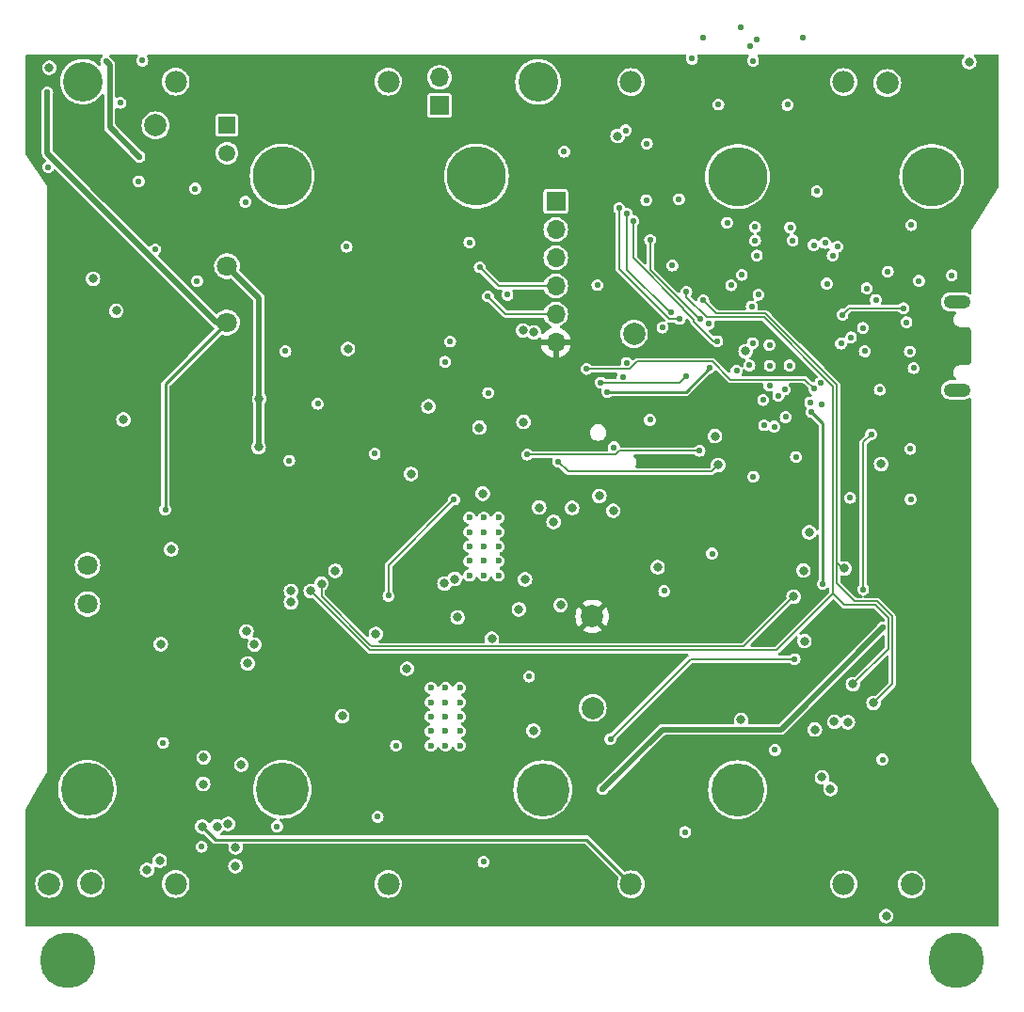
<source format=gbr>
%TF.GenerationSoftware,KiCad,Pcbnew,8.0.2-1*%
%TF.CreationDate,2024-06-05T23:36:57-07:00*%
%TF.ProjectId,Battery_Board_V3a,42617474-6572-4795-9f42-6f6172645f56,rev?*%
%TF.SameCoordinates,Original*%
%TF.FileFunction,Copper,L2,Inr*%
%TF.FilePolarity,Positive*%
%FSLAX46Y46*%
G04 Gerber Fmt 4.6, Leading zero omitted, Abs format (unit mm)*
G04 Created by KiCad (PCBNEW 8.0.2-1) date 2024-06-05 23:36:57*
%MOMM*%
%LPD*%
G01*
G04 APERTURE LIST*
%TA.AperFunction,ComponentPad*%
%ADD10C,5.000000*%
%TD*%
%TA.AperFunction,ComponentPad*%
%ADD11C,2.000000*%
%TD*%
%TA.AperFunction,ComponentPad*%
%ADD12R,1.700000X1.700000*%
%TD*%
%TA.AperFunction,ComponentPad*%
%ADD13O,1.700000X1.700000*%
%TD*%
%TA.AperFunction,ComponentPad*%
%ADD14C,1.800000*%
%TD*%
%TA.AperFunction,ComponentPad*%
%ADD15C,0.600000*%
%TD*%
%TA.AperFunction,ComponentPad*%
%ADD16O,2.416000X1.208000*%
%TD*%
%TA.AperFunction,ComponentPad*%
%ADD17R,1.508000X1.508000*%
%TD*%
%TA.AperFunction,ComponentPad*%
%ADD18C,1.508000*%
%TD*%
%TA.AperFunction,ComponentPad*%
%ADD19C,4.770000*%
%TD*%
%TA.AperFunction,ComponentPad*%
%ADD20C,5.325000*%
%TD*%
%TA.AperFunction,ComponentPad*%
%ADD21C,3.570000*%
%TD*%
%TA.AperFunction,ComponentPad*%
%ADD22C,1.980000*%
%TD*%
%TA.AperFunction,ViaPad*%
%ADD23C,0.560000*%
%TD*%
%TA.AperFunction,ViaPad*%
%ADD24C,0.800000*%
%TD*%
%TA.AperFunction,Conductor*%
%ADD25C,0.152400*%
%TD*%
%TA.AperFunction,Conductor*%
%ADD26C,0.127000*%
%TD*%
%TA.AperFunction,Conductor*%
%ADD27C,0.500000*%
%TD*%
%TA.AperFunction,Conductor*%
%ADD28C,0.250000*%
%TD*%
G04 APERTURE END LIST*
D10*
%TO.N,Chassis Ground*%
%TO.C,*%
X194500000Y-131530000D03*
%TD*%
D11*
%TO.N,VBUSP*%
%TO.C,TP6*%
X122428000Y-56388000D03*
%TD*%
%TO.N,+3V3*%
%TO.C,TP1*%
X161720000Y-100590000D03*
%TD*%
%TO.N,B-*%
%TO.C,TP2*%
X116620000Y-124620000D03*
%TD*%
D12*
%TO.N,GND*%
%TO.C,J25*%
X158440000Y-63220000D03*
D13*
%TO.N,FC_RX*%
X158440000Y-65760000D03*
%TO.N,FC_TX*%
X158440000Y-68300000D03*
%TO.N,SCL1*%
X158440000Y-70840000D03*
%TO.N,SDA1*%
X158440000Y-73380000D03*
%TO.N,+3V3*%
X158440000Y-75920000D03*
%TD*%
D14*
%TO.N,Net-(J18-Pin_1)*%
%TO.C,J18*%
X116315001Y-99472500D03*
%TO.N,Net-(J18-Pin_2)*%
X116315001Y-95972500D03*
%TD*%
D15*
%TO.N,GND*%
%TO.C,U3*%
X150677500Y-91700000D03*
X150677500Y-93000000D03*
X150677500Y-94300000D03*
X150677500Y-95600000D03*
X150677500Y-96900000D03*
X151977500Y-91700000D03*
X151977500Y-93000000D03*
X151977500Y-94300000D03*
X151977500Y-95600000D03*
X151977500Y-96900000D03*
X153277500Y-91700000D03*
X153277500Y-93000000D03*
X153277500Y-94300000D03*
X153277500Y-95600000D03*
X153277500Y-96900000D03*
%TD*%
D12*
%TO.N,VBUSP*%
%TO.C,J1*%
X147990000Y-54600000D03*
D13*
%TO.N,VBatt*%
X147990000Y-52060000D03*
%TD*%
D11*
%TO.N,+5V*%
%TO.C,TP9*%
X161760000Y-108820000D03*
%TD*%
%TO.N,/USBBOOT*%
%TO.C,TP8*%
X165470000Y-75160000D03*
%TD*%
%TO.N,PACK+*%
%TO.C,TP5*%
X188260000Y-52580000D03*
%TD*%
D16*
%TO.N,GND*%
%TO.C,J24*%
X194550000Y-80197500D03*
%TO.N,N/C*%
X194550000Y-72297500D03*
%TD*%
D15*
%TO.N,GND*%
%TO.C,U5*%
X147210000Y-107020000D03*
X147210000Y-108320000D03*
X147210000Y-109620000D03*
X147210000Y-110920000D03*
X147210000Y-112220000D03*
X148510000Y-107020000D03*
X148510000Y-108320000D03*
X148510000Y-109620000D03*
X148510000Y-110920000D03*
X148510000Y-112220000D03*
X149810000Y-107020000D03*
X149810000Y-108320000D03*
X149810000Y-109620000D03*
X149810000Y-110920000D03*
X149810000Y-112220000D03*
%TD*%
D17*
%TO.N,VBUSP*%
%TO.C,K1*%
X128862500Y-56350000D03*
D18*
%TO.N,Net-(Q4-C)*%
X128862500Y-58890000D03*
D14*
%TO.N,PACK+*%
X128862500Y-74130000D03*
%TO.N,Net-(K1-PadNO)*%
X128862500Y-69050000D03*
%TD*%
D10*
%TO.N,Chassis Ground*%
%TO.C,*%
X114500000Y-131530000D03*
%TD*%
D11*
%TO.N,GND*%
%TO.C,TP4*%
X112860000Y-124670000D03*
%TD*%
%TO.N,BM*%
%TO.C,TP3*%
X190450000Y-124720000D03*
%TD*%
D19*
%TO.N,unconnected-(U2-Pad1)*%
%TO.C,U2*%
X133828500Y-116160000D03*
%TO.N,unconnected-(U2-Pad2)*%
X116298500Y-116160000D03*
D20*
%TO.N,unconnected-(U2-Pad3)*%
X133828500Y-60960000D03*
%TO.N,unconnected-(U2-Pad4)*%
X151298500Y-60960000D03*
D21*
%TO.N,unconnected-(U2-Pad5)*%
X115878500Y-52450000D03*
D22*
%TO.N,B-*%
X124248500Y-124670000D03*
X143378500Y-124670000D03*
%TO.N,BM*%
X124248500Y-52450000D03*
X143378500Y-52450000D03*
%TD*%
D19*
%TO.N,unconnected-(U4-Pad1)*%
%TO.C,U4*%
X174790000Y-116180000D03*
%TO.N,unconnected-(U4-Pad2)*%
X157260000Y-116180000D03*
D20*
%TO.N,unconnected-(U4-Pad3)*%
X174790000Y-60980000D03*
%TO.N,unconnected-(U4-Pad4)*%
X192260000Y-60980000D03*
D21*
%TO.N,unconnected-(U4-Pad5)*%
X156840000Y-52470000D03*
D22*
%TO.N,BM*%
X165210000Y-124690000D03*
X184340000Y-124690000D03*
%TO.N,PACK+*%
X165210000Y-52470000D03*
X184340000Y-52470000D03*
%TD*%
D23*
%TO.N,+3V3*%
X175090000Y-47540000D03*
X180550000Y-82100000D03*
X136940000Y-121950000D03*
X176050000Y-79940000D03*
X167820000Y-81750000D03*
X181990000Y-74680000D03*
X183791911Y-78590089D03*
D24*
X137440000Y-95600000D03*
D23*
X170860000Y-64460000D03*
X153300000Y-127280000D03*
X125590000Y-127610000D03*
X140700000Y-127300000D03*
X174070000Y-75080000D03*
X177620000Y-72830000D03*
X181660000Y-50470000D03*
X146980000Y-87600000D03*
X145080000Y-123510000D03*
D24*
X134620000Y-104902000D03*
D23*
X187860000Y-78020000D03*
D24*
X159980000Y-124430000D03*
D23*
X141224000Y-81534000D03*
D24*
X185828207Y-84173793D03*
%TO.N,VBUSP*%
X151570000Y-83600000D03*
X158870000Y-99560000D03*
X116820000Y-70200000D03*
X158241250Y-92078750D03*
X156942500Y-90780000D03*
X152690000Y-102595000D03*
%TO.N,Net-(U1-V-)*%
X127980000Y-119480000D03*
X129630000Y-123060000D03*
%TO.N,/VDD*%
X129647359Y-121389500D03*
X128957916Y-119273398D03*
%TO.N,GND*%
X155540000Y-83090000D03*
D23*
X176180000Y-50570000D03*
D24*
X183500000Y-110080000D03*
X195640000Y-50680000D03*
X119550000Y-82870000D03*
D23*
X179470000Y-78000000D03*
X177660000Y-79810000D03*
D24*
X138610000Y-96480000D03*
D23*
X166630000Y-58030000D03*
X137030000Y-81440000D03*
D24*
X112880000Y-51200000D03*
D23*
X190410000Y-65350000D03*
X134110000Y-76710000D03*
D24*
X148430000Y-97630000D03*
D23*
X191110000Y-70380000D03*
X190320000Y-85510000D03*
X170700000Y-50380000D03*
D24*
X188160000Y-127570000D03*
D23*
X173070000Y-54500000D03*
X168040000Y-74580000D03*
D24*
X145410000Y-87760000D03*
D23*
X142420000Y-118630000D03*
X126170000Y-70390000D03*
X177690000Y-78030000D03*
D24*
X149600000Y-100680000D03*
X139230000Y-109560000D03*
X131340000Y-103117999D03*
X118900000Y-73080000D03*
D23*
X134460000Y-86570000D03*
D24*
X123840000Y-94557501D03*
D23*
X176520000Y-68100000D03*
X163680000Y-85370000D03*
X156030000Y-105990000D03*
X166580000Y-63120000D03*
D24*
X159910000Y-90830000D03*
D23*
X190630000Y-78230000D03*
D24*
X155120000Y-99950000D03*
D23*
X122410000Y-67560000D03*
D24*
X146990000Y-81690000D03*
X151880000Y-89530000D03*
D23*
X176210000Y-88000000D03*
D24*
X175110000Y-109910000D03*
D23*
X187820000Y-113470000D03*
X164830000Y-77770000D03*
D24*
X122910000Y-103082499D03*
D23*
X159190000Y-58750000D03*
X172200000Y-74250000D03*
X120930000Y-61410000D03*
D24*
X172761714Y-84361714D03*
D23*
X154080000Y-71640000D03*
X177660000Y-76150000D03*
D24*
X183160000Y-116130000D03*
D23*
X150670000Y-66940000D03*
X187590000Y-80180000D03*
X179290000Y-54530000D03*
X175850000Y-77980000D03*
X119280000Y-54350000D03*
X184912000Y-89916000D03*
X151940000Y-122680000D03*
X170080000Y-120000000D03*
X182830000Y-70630000D03*
D24*
%TO.N,VBatt*%
X167600000Y-96170000D03*
D23*
%TO.N,CANL*%
X176518928Y-48625500D03*
X171700000Y-48470000D03*
%TO.N,CANH*%
X180700000Y-48480000D03*
X175910000Y-49240000D03*
D24*
%TO.N,FC_RESET*%
X175514000Y-76711645D03*
X187706000Y-86868000D03*
D23*
%TO.N,5V_enable*%
X186090000Y-98150000D03*
X144070000Y-112210000D03*
X179920000Y-104430000D03*
X186810000Y-84200000D03*
X163350000Y-111630000D03*
X182270000Y-79530000D03*
%TO.N,BURN_RELAY_A*%
X148930000Y-75840000D03*
X170160000Y-79000000D03*
X162490000Y-79530000D03*
D24*
%TO.N,Net-(K1-PadNO)*%
X131760000Y-80990000D03*
X131712500Y-85350000D03*
%TO.N,PACK-*%
X130150000Y-113950000D03*
X122810000Y-122570000D03*
D23*
X162670000Y-116130000D03*
X133370000Y-119490000D03*
X187830000Y-101610000D03*
%TO.N,ENAB_HEATER*%
X155870000Y-86020000D03*
X171380000Y-85680000D03*
X179028959Y-80158959D03*
X142150000Y-85950000D03*
D24*
%TO.N,SCL0*%
X137357353Y-97635000D03*
X179832000Y-98806000D03*
X181750000Y-110780000D03*
X187020000Y-108370000D03*
X134620000Y-99314000D03*
D23*
X171704000Y-72136000D03*
D24*
X184404000Y-96266000D03*
D23*
%TO.N,SDA0*%
X170180000Y-71374000D03*
D24*
X182385500Y-115070000D03*
X134620000Y-98298000D03*
X184720000Y-110110000D03*
X185166000Y-106690000D03*
X136398000Y-98298000D03*
D23*
%TO.N,FC_RX*%
X176680000Y-71620000D03*
%TO.N,/NEOPIX*%
X181332211Y-81330492D03*
X188310000Y-69560000D03*
D24*
%TO.N,/3V3_EN*%
X155670000Y-97260000D03*
X149350000Y-97220000D03*
D23*
%TO.N,SDA1*%
X175170000Y-69840000D03*
X152340000Y-71770000D03*
%TO.N,SCL1*%
X174220000Y-70770000D03*
X151600000Y-69150000D03*
X162190000Y-70760000D03*
D24*
%TO.N,BM*%
X126627675Y-119502325D03*
D23*
%TO.N,PACK+*%
X126579499Y-121318079D03*
X112690000Y-53430000D03*
X123120000Y-111970000D03*
D24*
X155480000Y-74840000D03*
D23*
X123310000Y-90960000D03*
D24*
X121660000Y-123420000D03*
X180720000Y-96450000D03*
X181240000Y-93020000D03*
X180800000Y-102800000D03*
D23*
%TO.N,ENABLE_BURN*%
X176170000Y-76000000D03*
%TO.N,SPI0_MISO*%
X165410000Y-64980000D03*
X172968641Y-75821358D03*
%TO.N,SPI0_CS0*%
X171394995Y-73802805D03*
X166930000Y-66690000D03*
%TO.N,VBUS_RESET*%
X149290000Y-90060000D03*
X143390000Y-98730000D03*
X174700000Y-78480000D03*
X166910000Y-82900000D03*
%TO.N,SPI0_SCK*%
X169577360Y-73802640D03*
X164150000Y-63850000D03*
%TO.N,SPI0_MOSI*%
X164840000Y-64360000D03*
X168843959Y-73216041D03*
%TO.N,Net-(Q10-G)*%
X117990000Y-50630000D03*
X120980000Y-59210000D03*
%TO.N,Net-(Q10-D)*%
X121250000Y-50550000D03*
X112780000Y-60130000D03*
%TO.N,Jetson*%
X130520000Y-63260000D03*
X161210000Y-78310000D03*
X126010000Y-62080000D03*
X139620000Y-67310000D03*
X148490000Y-77670000D03*
X181715264Y-80107346D03*
D24*
%TO.N,SWDIO*%
X163610500Y-91073000D03*
X162353000Y-89747000D03*
%TO.N,/~{RESET}*%
X173046169Y-86963839D03*
D23*
X158690000Y-86670000D03*
X177106041Y-81103959D03*
%TO.N,ENAB_RF*%
X163060000Y-80390000D03*
X172284496Y-78195504D03*
X152370000Y-80460000D03*
%TO.N,CHRG'*%
X182460000Y-97660000D03*
X178160000Y-112610000D03*
X181460000Y-82190000D03*
%TO.N,SPI1_CS0*%
X180050000Y-86240000D03*
X177190000Y-83370000D03*
%TO.N,SPI1_MOSI*%
X178083959Y-83496041D03*
X179120000Y-82640000D03*
%TO.N,D0*%
X190360000Y-90030000D03*
X178453959Y-80733959D03*
%TO.N,/NEO_PWR*%
X182330000Y-81490000D03*
X194050000Y-69890000D03*
%TO.N,USB_D-*%
X184100000Y-76020000D03*
X186078104Y-74618440D03*
%TO.N,USB_D+*%
X186240000Y-76720000D03*
X184990000Y-75470000D03*
%TO.N,/QSPI_SCK*%
X183777858Y-67297858D03*
X182667364Y-66957367D03*
%TO.N,/QSPI_DATA[0]*%
X181640000Y-67160000D03*
X183350000Y-68090000D03*
%TO.N,/QSPI_DATA[2]*%
X179740000Y-66740000D03*
X176360000Y-66770000D03*
%TO.N,/QSPI_DATA[1]*%
X176360000Y-65530000D03*
X179530000Y-65570000D03*
D24*
%TO.N,+5V*%
X156430000Y-110870000D03*
X145060000Y-105300000D03*
X139738787Y-76502656D03*
X142250000Y-102170000D03*
X164007823Y-57346070D03*
D23*
X168190000Y-98310000D03*
X172500000Y-94930000D03*
D24*
X156464795Y-75010832D03*
D23*
%TO.N,VBUS*%
X189720000Y-72840000D03*
X184230000Y-73430000D03*
D24*
%TO.N,Net-(Q1-G)*%
X126760000Y-113280000D03*
X126720000Y-115670000D03*
D23*
%TO.N,Net-(D8-PadA)*%
X173850000Y-65150000D03*
X164470000Y-79010000D03*
X181930000Y-62320000D03*
X168930000Y-69000000D03*
%TO.N,TXCAN*%
X164720000Y-56830000D03*
X169530000Y-63020000D03*
%TO.N,D-*%
X189980000Y-74110000D03*
X186410000Y-71050000D03*
%TO.N,D+*%
X190300000Y-76740000D03*
X187227254Y-72082746D03*
D24*
%TO.N,Net-(U9-+Vs)*%
X130720000Y-104810000D03*
X130610000Y-101940000D03*
D23*
%TO.N,FC_TX*%
X176073000Y-72680000D03*
%TD*%
D25*
%TO.N,5V_enable*%
X186090000Y-84920000D02*
X186090000Y-98150000D01*
X170550000Y-104430000D02*
X163350000Y-111630000D01*
X186810000Y-84200000D02*
X186090000Y-84920000D01*
X179920000Y-104430000D02*
X170550000Y-104430000D01*
D26*
%TO.N,BURN_RELAY_A*%
X170160000Y-79000000D02*
X169606500Y-79553500D01*
X169606500Y-79553500D02*
X162513500Y-79553500D01*
X162513500Y-79553500D02*
X162490000Y-79530000D01*
D27*
%TO.N,Net-(K1-PadNO)*%
X131760000Y-71947500D02*
X131760000Y-80990000D01*
X131760000Y-80990000D02*
X131760000Y-85302500D01*
X131760000Y-85302500D02*
X131712500Y-85350000D01*
X128862500Y-69050000D02*
X131760000Y-71947500D01*
%TO.N,PACK-*%
X187830000Y-101610000D02*
X178680000Y-110760000D01*
X168040000Y-110760000D02*
X162670000Y-116130000D01*
X178680000Y-110760000D02*
X168040000Y-110760000D01*
D26*
%TO.N,ENAB_HEATER*%
X171380000Y-85680000D02*
X164138626Y-85680000D01*
X163798626Y-86020000D02*
X155870000Y-86020000D01*
X164138626Y-85680000D02*
X163798626Y-86020000D01*
%TO.N,SCL0*%
X141867448Y-103305000D02*
X175333000Y-103305000D01*
X183715000Y-95758000D02*
X183715000Y-97609000D01*
X184404000Y-96266000D02*
X184223000Y-96266000D01*
X175333000Y-103305000D02*
X179832000Y-98806000D01*
X177304074Y-73333000D02*
X183715000Y-79743926D01*
X137357353Y-97635000D02*
X137357353Y-98794905D01*
X183715000Y-79743926D02*
X183715000Y-95758000D01*
X187357500Y-99241000D02*
X188700500Y-100584000D01*
X183715000Y-97609000D02*
X185347000Y-99241000D01*
X172901000Y-73333000D02*
X177304074Y-73333000D01*
X137357353Y-98794905D02*
X141732000Y-103169552D01*
X188700500Y-100584000D02*
X188700500Y-106689500D01*
X188700500Y-106689500D02*
X187020000Y-108370000D01*
X171704000Y-72136000D02*
X172901000Y-73333000D01*
X185347000Y-99241000D02*
X187357500Y-99241000D01*
X184223000Y-96266000D02*
X183715000Y-95758000D01*
X141732000Y-103169552D02*
X141867448Y-103305000D01*
%TO.N,SDA0*%
X177168626Y-73660000D02*
X183388000Y-79879374D01*
X183388000Y-98552000D02*
X184404000Y-99568000D01*
X187198000Y-99568000D02*
X188373500Y-100743500D01*
X188373500Y-100743500D02*
X188373500Y-103482500D01*
X178308000Y-103632000D02*
X183388000Y-98552000D01*
X141732000Y-103632000D02*
X178308000Y-103632000D01*
X183388000Y-79879374D02*
X183388000Y-98552000D01*
X172020816Y-73660000D02*
X177168626Y-73660000D01*
X136398000Y-98298000D02*
X141732000Y-103632000D01*
X184404000Y-99568000D02*
X187198000Y-99568000D01*
X170180000Y-71374000D02*
X170180000Y-71819184D01*
X170180000Y-71819184D02*
X172020816Y-73660000D01*
X188373500Y-103482500D02*
X185166000Y-106690000D01*
%TO.N,SDA1*%
X158440000Y-73380000D02*
X153950000Y-73380000D01*
X153950000Y-73380000D02*
X152340000Y-71770000D01*
%TO.N,SCL1*%
X158440000Y-70840000D02*
X153290000Y-70840000D01*
X153290000Y-70840000D02*
X151600000Y-69150000D01*
D28*
%TO.N,BM*%
X126627675Y-119502325D02*
X127789850Y-120664500D01*
X161184500Y-120664500D02*
X165210000Y-124690000D01*
X127789850Y-120664500D02*
X161184500Y-120664500D01*
%TO.N,PACK+*%
X123310000Y-79682500D02*
X128862500Y-74130000D01*
D27*
X112690000Y-58872376D02*
X127947624Y-74130000D01*
X112690000Y-53430000D02*
X112690000Y-58872376D01*
X127947624Y-74130000D02*
X128862500Y-74130000D01*
D28*
X123310000Y-90960000D02*
X123310000Y-79682500D01*
D26*
%TO.N,SPI0_MISO*%
X169930000Y-72852448D02*
X165410000Y-68332448D01*
X172968641Y-75821358D02*
X172644922Y-75821358D01*
X170851495Y-73871495D02*
X169930000Y-72950000D01*
X170851495Y-74027931D02*
X170851495Y-73871495D01*
X172644922Y-75821358D02*
X170851495Y-74027931D01*
X165410000Y-68332448D02*
X165410000Y-64980000D01*
X169930000Y-72950000D02*
X169930000Y-72852448D01*
%TO.N,SPI0_CS0*%
X166930000Y-69390000D02*
X166930000Y-66690000D01*
X171342805Y-73802805D02*
X166930000Y-69390000D01*
X171394995Y-73802805D02*
X171342805Y-73802805D01*
%TO.N,VBUS_RESET*%
X143390000Y-95960000D02*
X143390000Y-98730000D01*
X149290000Y-90060000D02*
X143390000Y-95960000D01*
%TO.N,SPI0_SCK*%
X169577360Y-73802640D02*
X168662640Y-73802640D01*
X164150000Y-69290000D02*
X164150000Y-63850000D01*
X168662640Y-73802640D02*
X164150000Y-69290000D01*
%TO.N,SPI0_MOSI*%
X168686041Y-73216041D02*
X164840000Y-69370000D01*
X168843959Y-73216041D02*
X168686041Y-73216041D01*
X164840000Y-69370000D02*
X164840000Y-64360000D01*
D27*
%TO.N,Net-(Q10-G)*%
X118310000Y-50950000D02*
X117990000Y-50630000D01*
X120980000Y-59210000D02*
X118310000Y-56540000D01*
X118310000Y-56540000D02*
X118310000Y-50950000D01*
D26*
%TO.N,Jetson*%
X180874418Y-79266500D02*
X174166500Y-79266500D01*
X165090000Y-78320000D02*
X161220000Y-78320000D01*
X172552004Y-77652004D02*
X165757996Y-77652004D01*
X161220000Y-78320000D02*
X161210000Y-78310000D01*
X181715264Y-80107346D02*
X180874418Y-79266500D01*
X165757996Y-77652004D02*
X165090000Y-78320000D01*
X174166500Y-79266500D02*
X172552004Y-77652004D01*
%TO.N,/~{RESET}*%
X159567500Y-87547500D02*
X172462508Y-87547500D01*
X158690000Y-86670000D02*
X159567500Y-87547500D01*
X172462508Y-87547500D02*
X173046169Y-86963839D01*
D28*
%TO.N,ENAB_RF*%
X163060000Y-80390000D02*
X170130000Y-80390000D01*
X172284496Y-78235504D02*
X172284496Y-78195504D01*
X170130000Y-80390000D02*
X172284496Y-78235504D01*
%TO.N,CHRG'*%
X182460000Y-83190000D02*
X181460000Y-82190000D01*
X182460000Y-97660000D02*
X182460000Y-83190000D01*
D26*
%TO.N,VBUS*%
X184230000Y-73430000D02*
X184820000Y-72840000D01*
X184820000Y-72840000D02*
X189720000Y-72840000D01*
%TD*%
%TA.AperFunction,Conductor*%
%TO.N,+3V3*%
G36*
X117629956Y-50020002D02*
G01*
X117676449Y-50073658D01*
X117686553Y-50143932D01*
X117657059Y-50208512D01*
X117638539Y-50225962D01*
X117608792Y-50248787D01*
X117523112Y-50360447D01*
X117469258Y-50490467D01*
X117450888Y-50629999D01*
X117450888Y-50630000D01*
X117469258Y-50769532D01*
X117497725Y-50838260D01*
X117505314Y-50908850D01*
X117473534Y-50972337D01*
X117412475Y-51008563D01*
X117341524Y-51006029D01*
X117289233Y-50972480D01*
X117273820Y-50955977D01*
X117057388Y-50779896D01*
X116818995Y-50634926D01*
X116563083Y-50523768D01*
X116365796Y-50468491D01*
X116294415Y-50448491D01*
X116294417Y-50448491D01*
X116018019Y-50410500D01*
X116018006Y-50410500D01*
X115738994Y-50410500D01*
X115738980Y-50410500D01*
X115462583Y-50448491D01*
X115242634Y-50510118D01*
X115193917Y-50523768D01*
X115193915Y-50523768D01*
X115193914Y-50523769D01*
X115056310Y-50583539D01*
X114938005Y-50634926D01*
X114730342Y-50761209D01*
X114699609Y-50779898D01*
X114483185Y-50955973D01*
X114483177Y-50955980D01*
X114292740Y-51159888D01*
X114131839Y-51387831D01*
X114131839Y-51387832D01*
X114003473Y-51635567D01*
X113910043Y-51898457D01*
X113910039Y-51898470D01*
X113880063Y-52042726D01*
X113857917Y-52149299D01*
X113853273Y-52171646D01*
X113853272Y-52171652D01*
X113834234Y-52449995D01*
X113834234Y-52450004D01*
X113853272Y-52728347D01*
X113853273Y-52728353D01*
X113853274Y-52728361D01*
X113869675Y-52807284D01*
X113910039Y-53001529D01*
X113910043Y-53001542D01*
X114003473Y-53264432D01*
X114003475Y-53264437D01*
X114003476Y-53264438D01*
X114131839Y-53512168D01*
X114292740Y-53740112D01*
X114483180Y-53944023D01*
X114699612Y-54120104D01*
X114938005Y-54265074D01*
X115193917Y-54376232D01*
X115462582Y-54451508D01*
X115738980Y-54489499D01*
X115738994Y-54489500D01*
X116018006Y-54489500D01*
X116018019Y-54489499D01*
X116222851Y-54461344D01*
X116294418Y-54451508D01*
X116563083Y-54376232D01*
X116818995Y-54265074D01*
X117057388Y-54120104D01*
X117273820Y-53944023D01*
X117464260Y-53740112D01*
X117576563Y-53581014D01*
X117632187Y-53536898D01*
X117702833Y-53529857D01*
X117766072Y-53562128D01*
X117801824Y-53623466D01*
X117805500Y-53653678D01*
X117805500Y-56606417D01*
X117805499Y-56606417D01*
X117839881Y-56734731D01*
X117846032Y-56745383D01*
X117846033Y-56745389D01*
X117846035Y-56745389D01*
X117906296Y-56849766D01*
X117906304Y-56849776D01*
X120479148Y-59422620D01*
X120506461Y-59463494D01*
X120513113Y-59479553D01*
X120513114Y-59479555D01*
X120513115Y-59479556D01*
X120598790Y-59591210D01*
X120699694Y-59668636D01*
X120710447Y-59676887D01*
X120783761Y-59707253D01*
X120840468Y-59730742D01*
X120980000Y-59749112D01*
X121119532Y-59730742D01*
X121236285Y-59682382D01*
X121249552Y-59676887D01*
X121249552Y-59676886D01*
X121249556Y-59676885D01*
X121361210Y-59591210D01*
X121446885Y-59479556D01*
X121500742Y-59349532D01*
X121519112Y-59210000D01*
X121500742Y-59070468D01*
X121463330Y-58980146D01*
X121446887Y-58940447D01*
X121446885Y-58940444D01*
X121408175Y-58889996D01*
X127849120Y-58889996D01*
X127849120Y-58890003D01*
X127868590Y-59087694D01*
X127868591Y-59087700D01*
X127868592Y-59087701D01*
X127926259Y-59277804D01*
X128019905Y-59453004D01*
X128145932Y-59606568D01*
X128299496Y-59732595D01*
X128474696Y-59826241D01*
X128664799Y-59883908D01*
X128664803Y-59883908D01*
X128664805Y-59883909D01*
X128862497Y-59903380D01*
X128862500Y-59903380D01*
X128862503Y-59903380D01*
X129060194Y-59883909D01*
X129060195Y-59883908D01*
X129060201Y-59883908D01*
X129250304Y-59826241D01*
X129425504Y-59732595D01*
X129579068Y-59606568D01*
X129705095Y-59453004D01*
X129798741Y-59277804D01*
X129856408Y-59087701D01*
X129858106Y-59070468D01*
X129875880Y-58890003D01*
X129875880Y-58889996D01*
X129856409Y-58692305D01*
X129856408Y-58692303D01*
X129856408Y-58692299D01*
X129798741Y-58502196D01*
X129705095Y-58326996D01*
X129579068Y-58173432D01*
X129425504Y-58047405D01*
X129392940Y-58029999D01*
X166090888Y-58029999D01*
X166090888Y-58030000D01*
X166109258Y-58169532D01*
X166163112Y-58299552D01*
X166163114Y-58299555D01*
X166163115Y-58299556D01*
X166248790Y-58411210D01*
X166339018Y-58480444D01*
X166360447Y-58496887D01*
X166433761Y-58527253D01*
X166490468Y-58550742D01*
X166630000Y-58569112D01*
X166769532Y-58550742D01*
X166886734Y-58502196D01*
X166899552Y-58496887D01*
X166899552Y-58496886D01*
X166899556Y-58496885D01*
X167011210Y-58411210D01*
X167096885Y-58299556D01*
X167097934Y-58297025D01*
X167126003Y-58229258D01*
X167150742Y-58169532D01*
X167169112Y-58030000D01*
X167150742Y-57890468D01*
X167127253Y-57833761D01*
X167096887Y-57760447D01*
X167096885Y-57760444D01*
X167011210Y-57648790D01*
X166899556Y-57563115D01*
X166899555Y-57563114D01*
X166899552Y-57563112D01*
X166769532Y-57509258D01*
X166630000Y-57490888D01*
X166490467Y-57509258D01*
X166360447Y-57563112D01*
X166248790Y-57648790D01*
X166163112Y-57760447D01*
X166109258Y-57890467D01*
X166090888Y-58029999D01*
X129392940Y-58029999D01*
X129250304Y-57953759D01*
X129060201Y-57896092D01*
X129060200Y-57896091D01*
X129060194Y-57896090D01*
X128862503Y-57876620D01*
X128862497Y-57876620D01*
X128664805Y-57896090D01*
X128474695Y-57953759D01*
X128299495Y-58047405D01*
X128145932Y-58173432D01*
X128019905Y-58326995D01*
X127926259Y-58502195D01*
X127868590Y-58692305D01*
X127849120Y-58889996D01*
X121408175Y-58889996D01*
X121361210Y-58828790D01*
X121258529Y-58750000D01*
X121249551Y-58743111D01*
X121233495Y-58736461D01*
X121192619Y-58709148D01*
X118871471Y-56388000D01*
X121168708Y-56388000D01*
X121187839Y-56606674D01*
X121211286Y-56694177D01*
X121244652Y-56818700D01*
X121244654Y-56818706D01*
X121259142Y-56849776D01*
X121337421Y-57017646D01*
X121463326Y-57197457D01*
X121618543Y-57352674D01*
X121798354Y-57478579D01*
X121997297Y-57571347D01*
X122209326Y-57628161D01*
X122428000Y-57647292D01*
X122646674Y-57628161D01*
X122858703Y-57571347D01*
X123057646Y-57478579D01*
X123237457Y-57352674D01*
X123392674Y-57197457D01*
X123518579Y-57017646D01*
X123611347Y-56818703D01*
X123668161Y-56606674D01*
X123687292Y-56388000D01*
X123668161Y-56169326D01*
X123611347Y-55957297D01*
X123518579Y-55758354D01*
X123392674Y-55578543D01*
X123385061Y-55570930D01*
X127854000Y-55570930D01*
X127854000Y-57129063D01*
X127854001Y-57129073D01*
X127868765Y-57203300D01*
X127925016Y-57287484D01*
X128009197Y-57343733D01*
X128009199Y-57343734D01*
X128083433Y-57358500D01*
X129641566Y-57358499D01*
X129641569Y-57358498D01*
X129641573Y-57358498D01*
X129704076Y-57346066D01*
X163348516Y-57346066D01*
X163348516Y-57346073D01*
X163367672Y-57503849D01*
X163414818Y-57628160D01*
X163424036Y-57652465D01*
X163514325Y-57783271D01*
X163633294Y-57888669D01*
X163633295Y-57888669D01*
X163633297Y-57888671D01*
X163647437Y-57896092D01*
X163774030Y-57962533D01*
X163928352Y-58000570D01*
X163928353Y-58000570D01*
X164087293Y-58000570D01*
X164087294Y-58000570D01*
X164241616Y-57962533D01*
X164382352Y-57888669D01*
X164501321Y-57783271D01*
X164591610Y-57652465D01*
X164647972Y-57503852D01*
X164651652Y-57473542D01*
X164679717Y-57408331D01*
X164738584Y-57368643D01*
X164760278Y-57363809D01*
X164859532Y-57350742D01*
X164876451Y-57343734D01*
X164989552Y-57296887D01*
X164989552Y-57296886D01*
X164989556Y-57296885D01*
X165101210Y-57211210D01*
X165186885Y-57099556D01*
X165240742Y-56969532D01*
X165259112Y-56830000D01*
X165240742Y-56690468D01*
X165217253Y-56633761D01*
X165186887Y-56560447D01*
X165186885Y-56560444D01*
X165101210Y-56448790D01*
X164989556Y-56363115D01*
X164989555Y-56363114D01*
X164989552Y-56363112D01*
X164859532Y-56309258D01*
X164720000Y-56290888D01*
X164580467Y-56309258D01*
X164450447Y-56363112D01*
X164338790Y-56448790D01*
X164253113Y-56560446D01*
X164229906Y-56616475D01*
X164185358Y-56671756D01*
X164117995Y-56694177D01*
X164094946Y-56691796D01*
X164094862Y-56692489D01*
X164087295Y-56691570D01*
X164087294Y-56691570D01*
X163928352Y-56691570D01*
X163928350Y-56691570D01*
X163774032Y-56729606D01*
X163774025Y-56729609D01*
X163633297Y-56803468D01*
X163633292Y-56803472D01*
X163514324Y-56908870D01*
X163424038Y-57039671D01*
X163424035Y-57039677D01*
X163367672Y-57188290D01*
X163348516Y-57346066D01*
X129704076Y-57346066D01*
X129715801Y-57343734D01*
X129799984Y-57287484D01*
X129856234Y-57203301D01*
X129871000Y-57129067D01*
X129870999Y-55570934D01*
X129870998Y-55570930D01*
X129870998Y-55570926D01*
X129856234Y-55496699D01*
X129799983Y-55412515D01*
X129715802Y-55356266D01*
X129641567Y-55341500D01*
X128083436Y-55341500D01*
X128083426Y-55341501D01*
X128009199Y-55356265D01*
X127925015Y-55412516D01*
X127868766Y-55496697D01*
X127854000Y-55570930D01*
X123385061Y-55570930D01*
X123237457Y-55423326D01*
X123222017Y-55412515D01*
X123057646Y-55297421D01*
X122858706Y-55204654D01*
X122858700Y-55204652D01*
X122769091Y-55180641D01*
X122646674Y-55147839D01*
X122428000Y-55128708D01*
X122209326Y-55147839D01*
X121997299Y-55204652D01*
X121997293Y-55204654D01*
X121798353Y-55297421D01*
X121618546Y-55423323D01*
X121618540Y-55423328D01*
X121463328Y-55578540D01*
X121463323Y-55578546D01*
X121337421Y-55758353D01*
X121244654Y-55957293D01*
X121244653Y-55957297D01*
X121187839Y-56169326D01*
X121168708Y-56388000D01*
X118871471Y-56388000D01*
X118851405Y-56367934D01*
X118817379Y-56305622D01*
X118814500Y-56278839D01*
X118814500Y-54921995D01*
X118834502Y-54853874D01*
X118888158Y-54807381D01*
X118958432Y-54797277D01*
X119003504Y-54812878D01*
X119010447Y-54816887D01*
X119083761Y-54847253D01*
X119140468Y-54870742D01*
X119280000Y-54889112D01*
X119419532Y-54870742D01*
X119516333Y-54830646D01*
X119549552Y-54816887D01*
X119549552Y-54816886D01*
X119549556Y-54816885D01*
X119661210Y-54731210D01*
X119746885Y-54619556D01*
X119800742Y-54489532D01*
X119819112Y-54350000D01*
X119800742Y-54210468D01*
X119777253Y-54153761D01*
X119746887Y-54080447D01*
X119733588Y-54063115D01*
X119661210Y-53968790D01*
X119549556Y-53883115D01*
X119549555Y-53883114D01*
X119549552Y-53883112D01*
X119419532Y-53829258D01*
X119280000Y-53810888D01*
X119140467Y-53829258D01*
X119010441Y-53883115D01*
X119003498Y-53887124D01*
X118934502Y-53903861D01*
X118867411Y-53880639D01*
X118823525Y-53824831D01*
X118814500Y-53778004D01*
X118814500Y-53724930D01*
X146885500Y-53724930D01*
X146885500Y-55475063D01*
X146885501Y-55475073D01*
X146900265Y-55549300D01*
X146956516Y-55633484D01*
X147040697Y-55689733D01*
X147040699Y-55689734D01*
X147114933Y-55704500D01*
X148865066Y-55704499D01*
X148865069Y-55704498D01*
X148865073Y-55704498D01*
X148914326Y-55694701D01*
X148939301Y-55689734D01*
X149023484Y-55633484D01*
X149079734Y-55549301D01*
X149094500Y-55475067D01*
X149094499Y-53724934D01*
X149094498Y-53724930D01*
X149094498Y-53724926D01*
X149079734Y-53650699D01*
X149051700Y-53608744D01*
X149023484Y-53566516D01*
X149023483Y-53566515D01*
X148939302Y-53510266D01*
X148865067Y-53495500D01*
X147114936Y-53495500D01*
X147114926Y-53495501D01*
X147040699Y-53510265D01*
X146956515Y-53566516D01*
X146900266Y-53650697D01*
X146885500Y-53724930D01*
X118814500Y-53724930D01*
X118814500Y-52450000D01*
X122999246Y-52450000D01*
X123018225Y-52666934D01*
X123074584Y-52877267D01*
X123074586Y-52877273D01*
X123166613Y-53074625D01*
X123166614Y-53074627D01*
X123291509Y-53252996D01*
X123291513Y-53253001D01*
X123291516Y-53253005D01*
X123445495Y-53406984D01*
X123445499Y-53406987D01*
X123445503Y-53406990D01*
X123478365Y-53430000D01*
X123623873Y-53531886D01*
X123821230Y-53623915D01*
X124031569Y-53680275D01*
X124248500Y-53699254D01*
X124465431Y-53680275D01*
X124675770Y-53623915D01*
X124873127Y-53531886D01*
X125051505Y-53406984D01*
X125205484Y-53253005D01*
X125330386Y-53074627D01*
X125422415Y-52877270D01*
X125478775Y-52666931D01*
X125497754Y-52450000D01*
X142129246Y-52450000D01*
X142148225Y-52666934D01*
X142204584Y-52877267D01*
X142204586Y-52877273D01*
X142296613Y-53074625D01*
X142296614Y-53074627D01*
X142421509Y-53252996D01*
X142421513Y-53253001D01*
X142421516Y-53253005D01*
X142575495Y-53406984D01*
X142575499Y-53406987D01*
X142575503Y-53406990D01*
X142608365Y-53430000D01*
X142753873Y-53531886D01*
X142951230Y-53623915D01*
X143161569Y-53680275D01*
X143378500Y-53699254D01*
X143595431Y-53680275D01*
X143805770Y-53623915D01*
X144003127Y-53531886D01*
X144181505Y-53406984D01*
X144335484Y-53253005D01*
X144460386Y-53074627D01*
X144552415Y-52877270D01*
X144608775Y-52666931D01*
X144627754Y-52450000D01*
X144608775Y-52233069D01*
X144562400Y-52059995D01*
X146880768Y-52059995D01*
X146880768Y-52060004D01*
X146899654Y-52263819D01*
X146899655Y-52263821D01*
X146955672Y-52460701D01*
X147046912Y-52643935D01*
X147046913Y-52643936D01*
X147170266Y-52807284D01*
X147321536Y-52945185D01*
X147495566Y-53052940D01*
X147495568Y-53052940D01*
X147495573Y-53052944D01*
X147686444Y-53126888D01*
X147887653Y-53164500D01*
X147887655Y-53164500D01*
X148092345Y-53164500D01*
X148092347Y-53164500D01*
X148293556Y-53126888D01*
X148484427Y-53052944D01*
X148658462Y-52945186D01*
X148809732Y-52807285D01*
X148816236Y-52798673D01*
X148854240Y-52748347D01*
X148933088Y-52643935D01*
X149019700Y-52469995D01*
X154795734Y-52469995D01*
X154795734Y-52470004D01*
X154814772Y-52748347D01*
X154814773Y-52748353D01*
X154814774Y-52748361D01*
X154844392Y-52890888D01*
X154871539Y-53021529D01*
X154871543Y-53021542D01*
X154964973Y-53284432D01*
X154964975Y-53284437D01*
X154964976Y-53284438D01*
X155093339Y-53532168D01*
X155254240Y-53760112D01*
X155444680Y-53964023D01*
X155661112Y-54140104D01*
X155899505Y-54285074D01*
X156155417Y-54396232D01*
X156424082Y-54471508D01*
X156700480Y-54509499D01*
X156700494Y-54509500D01*
X156979506Y-54509500D01*
X156979519Y-54509499D01*
X157048633Y-54499999D01*
X172530888Y-54499999D01*
X172530888Y-54500000D01*
X172549258Y-54639532D01*
X172603112Y-54769552D01*
X172603114Y-54769555D01*
X172603115Y-54769556D01*
X172688790Y-54881210D01*
X172800444Y-54966885D01*
X172800447Y-54966887D01*
X172872871Y-54996885D01*
X172930468Y-55020742D01*
X173070000Y-55039112D01*
X173209532Y-55020742D01*
X173306333Y-54980646D01*
X173339552Y-54966887D01*
X173339552Y-54966886D01*
X173339556Y-54966885D01*
X173451210Y-54881210D01*
X173536885Y-54769556D01*
X173590742Y-54639532D01*
X173605163Y-54529999D01*
X178750888Y-54529999D01*
X178750888Y-54530000D01*
X178769258Y-54669532D01*
X178823112Y-54799552D01*
X178823114Y-54799555D01*
X178823115Y-54799556D01*
X178908790Y-54911210D01*
X178981350Y-54966887D01*
X179020447Y-54996887D01*
X179093761Y-55027253D01*
X179150468Y-55050742D01*
X179290000Y-55069112D01*
X179429532Y-55050742D01*
X179526333Y-55010646D01*
X179559552Y-54996887D01*
X179559552Y-54996886D01*
X179559556Y-54996885D01*
X179671210Y-54911210D01*
X179756885Y-54799556D01*
X179810742Y-54669532D01*
X179829112Y-54530000D01*
X179810742Y-54390468D01*
X179758803Y-54265074D01*
X179756887Y-54260447D01*
X179756885Y-54260444D01*
X179671210Y-54148790D01*
X179559556Y-54063115D01*
X179559555Y-54063114D01*
X179559552Y-54063112D01*
X179429532Y-54009258D01*
X179290000Y-53990888D01*
X179150467Y-54009258D01*
X179020447Y-54063112D01*
X178908790Y-54148790D01*
X178823112Y-54260447D01*
X178769258Y-54390467D01*
X178750888Y-54529999D01*
X173605163Y-54529999D01*
X173609112Y-54500000D01*
X173607729Y-54489499D01*
X173595450Y-54396230D01*
X173590742Y-54360468D01*
X173551229Y-54265073D01*
X173536887Y-54230447D01*
X173536885Y-54230444D01*
X173451210Y-54118790D01*
X173339556Y-54033115D01*
X173339555Y-54033114D01*
X173339552Y-54033112D01*
X173209532Y-53979258D01*
X173070000Y-53960888D01*
X172930467Y-53979258D01*
X172800447Y-54033112D01*
X172688790Y-54118790D01*
X172603112Y-54230447D01*
X172549258Y-54360467D01*
X172530888Y-54499999D01*
X157048633Y-54499999D01*
X157184351Y-54481344D01*
X157255918Y-54471508D01*
X157524583Y-54396232D01*
X157780495Y-54285074D01*
X158018888Y-54140104D01*
X158235320Y-53964023D01*
X158425760Y-53760112D01*
X158586661Y-53532168D01*
X158715024Y-53284438D01*
X158808459Y-53021536D01*
X158865226Y-52748361D01*
X158884266Y-52470000D01*
X163960746Y-52470000D01*
X163979725Y-52686934D01*
X164036084Y-52897267D01*
X164036086Y-52897273D01*
X164128113Y-53094625D01*
X164128114Y-53094627D01*
X164253009Y-53272996D01*
X164253013Y-53273001D01*
X164253016Y-53273005D01*
X164406995Y-53426984D01*
X164406999Y-53426987D01*
X164407003Y-53426990D01*
X164411302Y-53430000D01*
X164585373Y-53551886D01*
X164782730Y-53643915D01*
X164918428Y-53680275D01*
X164989258Y-53699254D01*
X164993069Y-53700275D01*
X165210000Y-53719254D01*
X165426931Y-53700275D01*
X165637270Y-53643915D01*
X165834627Y-53551886D01*
X166013005Y-53426984D01*
X166166984Y-53273005D01*
X166291886Y-53094627D01*
X166383915Y-52897270D01*
X166440275Y-52686931D01*
X166459254Y-52470000D01*
X183090746Y-52470000D01*
X183109725Y-52686934D01*
X183166084Y-52897267D01*
X183166086Y-52897273D01*
X183258113Y-53094625D01*
X183258114Y-53094627D01*
X183383009Y-53272996D01*
X183383013Y-53273001D01*
X183383016Y-53273005D01*
X183536995Y-53426984D01*
X183536999Y-53426987D01*
X183537003Y-53426990D01*
X183541302Y-53430000D01*
X183715373Y-53551886D01*
X183912730Y-53643915D01*
X184048428Y-53680275D01*
X184119258Y-53699254D01*
X184123069Y-53700275D01*
X184340000Y-53719254D01*
X184556931Y-53700275D01*
X184767270Y-53643915D01*
X184964627Y-53551886D01*
X185143005Y-53426984D01*
X185296984Y-53273005D01*
X185421886Y-53094627D01*
X185513915Y-52897270D01*
X185570275Y-52686931D01*
X185579630Y-52580000D01*
X187000708Y-52580000D01*
X187019839Y-52798674D01*
X187040898Y-52877267D01*
X187076652Y-53010700D01*
X187076654Y-53010706D01*
X187146478Y-53160444D01*
X187169421Y-53209646D01*
X187295326Y-53389457D01*
X187450543Y-53544674D01*
X187630354Y-53670579D01*
X187829297Y-53763347D01*
X188041326Y-53820161D01*
X188260000Y-53839292D01*
X188478674Y-53820161D01*
X188690703Y-53763347D01*
X188889646Y-53670579D01*
X189069457Y-53544674D01*
X189224674Y-53389457D01*
X189350579Y-53209646D01*
X189443347Y-53010703D01*
X189500161Y-52798674D01*
X189519292Y-52580000D01*
X189500161Y-52361326D01*
X189443347Y-52149297D01*
X189350579Y-51950354D01*
X189224674Y-51770543D01*
X189069457Y-51615326D01*
X188889646Y-51489421D01*
X188861004Y-51476065D01*
X188690706Y-51396654D01*
X188690700Y-51396652D01*
X188545637Y-51357782D01*
X188478674Y-51339839D01*
X188260000Y-51320708D01*
X188041326Y-51339839D01*
X187829299Y-51396652D01*
X187829293Y-51396654D01*
X187630353Y-51489421D01*
X187450546Y-51615323D01*
X187450540Y-51615328D01*
X187295328Y-51770540D01*
X187295323Y-51770546D01*
X187169421Y-51950353D01*
X187076654Y-52149293D01*
X187076652Y-52149299D01*
X187054207Y-52233065D01*
X187019839Y-52361326D01*
X187000708Y-52580000D01*
X185579630Y-52580000D01*
X185589254Y-52470000D01*
X185570275Y-52253069D01*
X185513915Y-52042730D01*
X185421886Y-51845373D01*
X185296984Y-51666995D01*
X185143005Y-51513016D01*
X185143001Y-51513013D01*
X185142996Y-51513009D01*
X184964627Y-51388114D01*
X184964625Y-51388113D01*
X184767273Y-51296086D01*
X184767267Y-51296084D01*
X184556934Y-51239725D01*
X184340000Y-51220746D01*
X184123065Y-51239725D01*
X183912732Y-51296084D01*
X183912726Y-51296086D01*
X183715374Y-51388113D01*
X183715372Y-51388114D01*
X183537003Y-51513009D01*
X183536992Y-51513018D01*
X183383018Y-51666992D01*
X183383009Y-51667003D01*
X183258114Y-51845372D01*
X183258113Y-51845374D01*
X183166086Y-52042726D01*
X183166084Y-52042732D01*
X183109725Y-52253065D01*
X183090746Y-52470000D01*
X166459254Y-52470000D01*
X166440275Y-52253069D01*
X166383915Y-52042730D01*
X166291886Y-51845373D01*
X166166984Y-51666995D01*
X166013005Y-51513016D01*
X166013001Y-51513013D01*
X166012996Y-51513009D01*
X165834627Y-51388114D01*
X165834625Y-51388113D01*
X165637273Y-51296086D01*
X165637267Y-51296084D01*
X165426934Y-51239725D01*
X165210000Y-51220746D01*
X164993065Y-51239725D01*
X164782732Y-51296084D01*
X164782726Y-51296086D01*
X164585374Y-51388113D01*
X164585372Y-51388114D01*
X164407003Y-51513009D01*
X164406992Y-51513018D01*
X164253018Y-51666992D01*
X164253009Y-51667003D01*
X164128114Y-51845372D01*
X164128113Y-51845374D01*
X164036086Y-52042726D01*
X164036084Y-52042732D01*
X163979725Y-52253065D01*
X163960746Y-52470000D01*
X158884266Y-52470000D01*
X158882898Y-52450004D01*
X158865227Y-52191652D01*
X158865226Y-52191646D01*
X158865226Y-52191639D01*
X158808459Y-51918464D01*
X158715024Y-51655562D01*
X158586661Y-51407832D01*
X158425760Y-51179888D01*
X158235320Y-50975977D01*
X158018888Y-50799896D01*
X157780495Y-50654926D01*
X157524583Y-50543768D01*
X157327421Y-50488526D01*
X157255915Y-50468491D01*
X157255917Y-50468491D01*
X156979519Y-50430500D01*
X156979506Y-50430500D01*
X156700494Y-50430500D01*
X156700480Y-50430500D01*
X156424083Y-50468491D01*
X156204134Y-50530118D01*
X156155417Y-50543768D01*
X156155415Y-50543768D01*
X156155414Y-50543769D01*
X155945550Y-50634926D01*
X155899505Y-50654926D01*
X155693998Y-50779898D01*
X155661109Y-50799898D01*
X155444685Y-50975973D01*
X155444677Y-50975980D01*
X155254240Y-51179888D01*
X155093339Y-51407831D01*
X155093339Y-51407832D01*
X154964973Y-51655567D01*
X154871543Y-51918457D01*
X154871539Y-51918470D01*
X154842130Y-52059995D01*
X154818928Y-52171652D01*
X154814773Y-52191646D01*
X154814772Y-52191652D01*
X154795734Y-52469995D01*
X149019700Y-52469995D01*
X149024328Y-52460701D01*
X149080345Y-52263821D01*
X149099232Y-52060000D01*
X149097631Y-52042726D01*
X149080345Y-51856180D01*
X149079867Y-51854499D01*
X149024328Y-51659299D01*
X148933088Y-51476065D01*
X148866457Y-51387831D01*
X148809733Y-51312715D01*
X148658463Y-51174814D01*
X148484433Y-51067059D01*
X148484428Y-51067057D01*
X148484427Y-51067056D01*
X148406547Y-51036885D01*
X148293559Y-50993113D01*
X148293560Y-50993113D01*
X148293557Y-50993112D01*
X148293556Y-50993112D01*
X148092347Y-50955500D01*
X147887653Y-50955500D01*
X147686444Y-50993112D01*
X147686439Y-50993113D01*
X147495577Y-51067054D01*
X147495566Y-51067059D01*
X147321536Y-51174814D01*
X147170266Y-51312715D01*
X147046913Y-51476063D01*
X146955671Y-51659301D01*
X146899654Y-51856180D01*
X146880768Y-52059995D01*
X144562400Y-52059995D01*
X144552415Y-52022730D01*
X144460386Y-51825373D01*
X144349494Y-51667003D01*
X144335490Y-51647003D01*
X144335487Y-51646999D01*
X144335484Y-51646995D01*
X144181505Y-51493016D01*
X144181501Y-51493013D01*
X144181496Y-51493009D01*
X144003127Y-51368114D01*
X144003125Y-51368113D01*
X143805773Y-51276086D01*
X143805767Y-51276084D01*
X143595434Y-51219725D01*
X143378500Y-51200746D01*
X143161565Y-51219725D01*
X142951232Y-51276084D01*
X142951226Y-51276086D01*
X142753874Y-51368113D01*
X142753872Y-51368114D01*
X142575503Y-51493009D01*
X142575492Y-51493018D01*
X142421518Y-51646992D01*
X142421509Y-51647003D01*
X142296614Y-51825372D01*
X142296613Y-51825374D01*
X142204586Y-52022726D01*
X142204584Y-52022732D01*
X142148225Y-52233065D01*
X142129246Y-52450000D01*
X125497754Y-52450000D01*
X125478775Y-52233069D01*
X125422415Y-52022730D01*
X125330386Y-51825373D01*
X125219494Y-51667003D01*
X125205490Y-51647003D01*
X125205487Y-51646999D01*
X125205484Y-51646995D01*
X125051505Y-51493016D01*
X125051501Y-51493013D01*
X125051496Y-51493009D01*
X124873127Y-51368114D01*
X124873125Y-51368113D01*
X124675773Y-51276086D01*
X124675767Y-51276084D01*
X124465434Y-51219725D01*
X124248500Y-51200746D01*
X124031565Y-51219725D01*
X123821232Y-51276084D01*
X123821226Y-51276086D01*
X123623874Y-51368113D01*
X123623872Y-51368114D01*
X123445503Y-51493009D01*
X123445492Y-51493018D01*
X123291518Y-51646992D01*
X123291509Y-51647003D01*
X123166614Y-51825372D01*
X123166613Y-51825374D01*
X123074586Y-52022726D01*
X123074584Y-52022732D01*
X123018225Y-52233065D01*
X122999246Y-52450000D01*
X118814500Y-52450000D01*
X118814500Y-50883582D01*
X118814500Y-50883581D01*
X118780119Y-50755270D01*
X118736659Y-50679996D01*
X118713702Y-50640233D01*
X118713698Y-50640228D01*
X118703469Y-50629999D01*
X118619770Y-50546300D01*
X118490849Y-50417378D01*
X118463535Y-50376499D01*
X118456885Y-50360445D01*
X118456885Y-50360444D01*
X118371210Y-50248790D01*
X118371208Y-50248788D01*
X118371207Y-50248787D01*
X118341461Y-50225962D01*
X118299594Y-50168624D01*
X118295372Y-50097753D01*
X118330136Y-50035850D01*
X118392849Y-50002569D01*
X118418165Y-50000000D01*
X120742804Y-50000000D01*
X120810925Y-50020002D01*
X120857418Y-50073658D01*
X120867522Y-50143932D01*
X120842767Y-50202704D01*
X120783112Y-50280447D01*
X120729258Y-50410467D01*
X120710888Y-50549999D01*
X120710888Y-50550000D01*
X120729258Y-50689532D01*
X120783112Y-50819552D01*
X120783114Y-50819555D01*
X120783115Y-50819556D01*
X120868790Y-50931210D01*
X120980444Y-51016885D01*
X120980447Y-51016887D01*
X121041604Y-51042218D01*
X121110468Y-51070742D01*
X121250000Y-51089112D01*
X121389532Y-51070742D01*
X121486333Y-51030646D01*
X121519552Y-51016887D01*
X121519552Y-51016886D01*
X121519556Y-51016885D01*
X121631210Y-50931210D01*
X121716885Y-50819556D01*
X121770742Y-50689532D01*
X121789112Y-50550000D01*
X121770742Y-50410468D01*
X121747253Y-50353761D01*
X121716887Y-50280447D01*
X121686209Y-50240467D01*
X121657232Y-50202703D01*
X121631633Y-50136483D01*
X121645898Y-50066934D01*
X121695499Y-50016139D01*
X121757196Y-50000000D01*
X170090290Y-50000000D01*
X170158411Y-50020002D01*
X170204904Y-50073658D01*
X170215008Y-50143932D01*
X170206699Y-50174217D01*
X170179258Y-50240467D01*
X170160888Y-50379999D01*
X170160888Y-50380000D01*
X170179258Y-50519532D01*
X170233112Y-50649552D01*
X170233114Y-50649555D01*
X170233115Y-50649556D01*
X170318790Y-50761210D01*
X170420893Y-50839556D01*
X170430447Y-50846887D01*
X170503761Y-50877253D01*
X170560468Y-50900742D01*
X170700000Y-50919112D01*
X170839532Y-50900742D01*
X170936333Y-50860646D01*
X170969552Y-50846887D01*
X170969552Y-50846886D01*
X170969556Y-50846885D01*
X171081210Y-50761210D01*
X171166885Y-50649556D01*
X171220742Y-50519532D01*
X171239112Y-50380000D01*
X171220742Y-50240468D01*
X171199337Y-50188790D01*
X171193301Y-50174217D01*
X171185712Y-50103627D01*
X171217492Y-50040140D01*
X171278551Y-50003914D01*
X171309710Y-50000000D01*
X175688151Y-50000000D01*
X175756272Y-50020002D01*
X175802765Y-50073658D01*
X175812869Y-50143932D01*
X175788114Y-50202702D01*
X175757347Y-50242800D01*
X175713112Y-50300447D01*
X175659258Y-50430467D01*
X175640888Y-50569999D01*
X175640888Y-50570000D01*
X175659258Y-50709532D01*
X175713112Y-50839552D01*
X175713114Y-50839555D01*
X175713115Y-50839556D01*
X175798790Y-50951210D01*
X175910444Y-51036885D01*
X175910447Y-51036887D01*
X175983279Y-51067054D01*
X176040468Y-51090742D01*
X176180000Y-51109112D01*
X176319532Y-51090742D01*
X176416333Y-51050646D01*
X176449552Y-51036887D01*
X176449552Y-51036886D01*
X176449556Y-51036885D01*
X176561210Y-50951210D01*
X176646885Y-50839556D01*
X176700742Y-50709532D01*
X176719112Y-50570000D01*
X176700742Y-50430468D01*
X176671738Y-50360445D01*
X176646887Y-50300447D01*
X176646885Y-50300444D01*
X176571885Y-50202702D01*
X176546286Y-50136484D01*
X176560551Y-50066935D01*
X176610152Y-50016139D01*
X176671849Y-50000000D01*
X195088331Y-50000000D01*
X195156452Y-50020002D01*
X195202945Y-50073658D01*
X195213049Y-50143932D01*
X195183555Y-50208512D01*
X195171889Y-50220307D01*
X195165507Y-50225962D01*
X195146501Y-50242800D01*
X195056215Y-50373601D01*
X195056212Y-50373607D01*
X194999849Y-50522220D01*
X194980693Y-50679996D01*
X194980693Y-50680003D01*
X194999849Y-50837779D01*
X195042869Y-50951210D01*
X195056213Y-50986395D01*
X195146502Y-51117201D01*
X195265471Y-51222599D01*
X195265472Y-51222599D01*
X195265474Y-51222601D01*
X195340200Y-51261820D01*
X195406207Y-51296463D01*
X195560529Y-51334500D01*
X195560530Y-51334500D01*
X195719470Y-51334500D01*
X195719471Y-51334500D01*
X195873793Y-51296463D01*
X196014529Y-51222599D01*
X196133498Y-51117201D01*
X196223787Y-50986395D01*
X196280149Y-50837782D01*
X196280149Y-50837781D01*
X196280150Y-50837779D01*
X196299307Y-50680003D01*
X196299307Y-50679996D01*
X196280150Y-50522220D01*
X196252188Y-50448491D01*
X196223787Y-50373605D01*
X196133498Y-50242799D01*
X196108114Y-50220310D01*
X196070390Y-50160167D01*
X196071170Y-50089175D01*
X196110208Y-50029874D01*
X196175109Y-50001093D01*
X196191669Y-50000000D01*
X198173500Y-50000000D01*
X198241621Y-50020002D01*
X198288114Y-50073658D01*
X198299500Y-50126000D01*
X198299500Y-61851775D01*
X198280759Y-61917892D01*
X195849369Y-65862265D01*
X195831214Y-65885235D01*
X195830025Y-65886423D01*
X195830023Y-65886426D01*
X195824755Y-65899143D01*
X195815615Y-65917022D01*
X195808395Y-65928736D01*
X195808393Y-65928741D01*
X195808125Y-65930407D01*
X195800145Y-65958558D01*
X195799500Y-65960115D01*
X195799500Y-65973868D01*
X195797897Y-65993903D01*
X195795708Y-66007489D01*
X195796094Y-66009113D01*
X195799500Y-66038209D01*
X195799500Y-71460570D01*
X195779498Y-71528691D01*
X195725842Y-71575184D01*
X195655568Y-71585288D01*
X195603500Y-71565336D01*
X195560654Y-71536708D01*
X195560652Y-71536707D01*
X195404418Y-71471993D01*
X195404415Y-71471992D01*
X195238558Y-71439000D01*
X195238555Y-71439000D01*
X193861445Y-71439000D01*
X193861441Y-71439000D01*
X193695584Y-71471992D01*
X193695581Y-71471993D01*
X193539347Y-71536707D01*
X193398739Y-71630658D01*
X193398733Y-71630663D01*
X193279163Y-71750233D01*
X193279158Y-71750239D01*
X193185207Y-71890847D01*
X193120493Y-72047081D01*
X193120492Y-72047084D01*
X193087500Y-72212941D01*
X193087500Y-72382058D01*
X193120492Y-72547915D01*
X193120493Y-72547918D01*
X193173178Y-72675112D01*
X193185207Y-72704152D01*
X193279159Y-72844762D01*
X193398738Y-72964341D01*
X193539348Y-73058293D01*
X193695585Y-73123008D01*
X193861445Y-73156000D01*
X194345055Y-73156000D01*
X194413176Y-73176002D01*
X194459669Y-73229658D01*
X194469773Y-73299932D01*
X194440279Y-73364512D01*
X194423617Y-73380508D01*
X194400287Y-73399114D01*
X194387117Y-73409617D01*
X194295719Y-73524225D01*
X194295718Y-73524227D01*
X194235557Y-73649154D01*
X194232119Y-73656294D01*
X194199500Y-73799206D01*
X194199500Y-73945794D01*
X194227803Y-74069796D01*
X194232119Y-74088705D01*
X194232121Y-74088710D01*
X194295718Y-74220772D01*
X194295719Y-74220774D01*
X194295720Y-74220775D01*
X194295721Y-74220777D01*
X194387117Y-74335383D01*
X194501723Y-74426779D01*
X194633794Y-74490381D01*
X194776706Y-74523000D01*
X194810118Y-74523000D01*
X195465748Y-74523000D01*
X195495294Y-74526513D01*
X195551136Y-74539983D01*
X195581845Y-74551812D01*
X195637045Y-74581872D01*
X195663644Y-74601251D01*
X195709175Y-74644579D01*
X195729851Y-74670190D01*
X195762606Y-74723831D01*
X195775943Y-74753918D01*
X195793690Y-74814211D01*
X195798780Y-74846729D01*
X195799842Y-74890443D01*
X195799306Y-74896804D01*
X195799432Y-74930205D01*
X195798717Y-74944092D01*
X195796393Y-74965799D01*
X195797505Y-74978163D01*
X195797276Y-74978183D01*
X195799678Y-74994641D01*
X195804442Y-76247125D01*
X195804443Y-76247604D01*
X195804443Y-77499964D01*
X195802094Y-77516283D01*
X195802446Y-77516315D01*
X195801335Y-77528677D01*
X195803726Y-77550989D01*
X195804443Y-77564413D01*
X195804443Y-77599251D01*
X195804321Y-77599251D01*
X195804721Y-77603890D01*
X195803658Y-77647746D01*
X195798569Y-77680265D01*
X195780827Y-77740552D01*
X195767494Y-77770638D01*
X195734745Y-77824277D01*
X195714071Y-77849888D01*
X195684491Y-77878040D01*
X195668551Y-77893212D01*
X195641952Y-77912593D01*
X195586765Y-77942651D01*
X195556056Y-77954483D01*
X195498037Y-77968484D01*
X195468479Y-77972000D01*
X194889882Y-77972000D01*
X194850000Y-77972000D01*
X194776706Y-77972000D01*
X194633794Y-78004619D01*
X194633789Y-78004621D01*
X194501727Y-78068218D01*
X194501725Y-78068219D01*
X194387117Y-78159617D01*
X194295719Y-78274225D01*
X194295718Y-78274227D01*
X194242764Y-78384189D01*
X194232119Y-78406294D01*
X194199500Y-78549206D01*
X194199500Y-78695794D01*
X194232119Y-78838705D01*
X194232121Y-78838710D01*
X194295718Y-78970772D01*
X194295719Y-78970774D01*
X194295720Y-78970775D01*
X194295721Y-78970777D01*
X194387117Y-79085383D01*
X194423615Y-79114489D01*
X194464403Y-79172600D01*
X194467298Y-79243538D01*
X194431383Y-79304780D01*
X194368058Y-79336882D01*
X194345055Y-79339000D01*
X193861441Y-79339000D01*
X193695584Y-79371992D01*
X193695581Y-79371993D01*
X193539347Y-79436707D01*
X193398739Y-79530658D01*
X193398733Y-79530663D01*
X193279163Y-79650233D01*
X193279158Y-79650239D01*
X193185207Y-79790847D01*
X193120493Y-79947081D01*
X193120492Y-79947084D01*
X193087500Y-80112941D01*
X193087500Y-80282058D01*
X193120492Y-80447915D01*
X193120493Y-80447918D01*
X193181179Y-80594427D01*
X193185207Y-80604152D01*
X193279159Y-80744762D01*
X193398738Y-80864341D01*
X193539348Y-80958293D01*
X193695585Y-81023008D01*
X193861445Y-81056000D01*
X195238555Y-81056000D01*
X195404415Y-81023008D01*
X195560652Y-80958293D01*
X195603499Y-80929663D01*
X195671251Y-80908449D01*
X195739718Y-80927232D01*
X195787161Y-80980049D01*
X195799500Y-81034429D01*
X195799500Y-113454273D01*
X195797172Y-113470891D01*
X195797274Y-113470900D01*
X195796258Y-113483267D01*
X195798676Y-113504309D01*
X195799500Y-113518693D01*
X195799500Y-113539882D01*
X195801783Y-113551363D01*
X195805363Y-113562510D01*
X195815651Y-113581028D01*
X195821914Y-113593996D01*
X195830024Y-113613575D01*
X195836918Y-113623892D01*
X195836833Y-113623948D01*
X195846938Y-113637344D01*
X197533193Y-116672601D01*
X198234609Y-117935151D01*
X198283644Y-118023413D01*
X198299500Y-118084604D01*
X198299500Y-128374000D01*
X198279498Y-128442121D01*
X198225842Y-128488614D01*
X198173500Y-128500000D01*
X110826500Y-128500000D01*
X110758379Y-128479998D01*
X110711886Y-128426342D01*
X110700500Y-128374000D01*
X110700500Y-127569996D01*
X187500693Y-127569996D01*
X187500693Y-127570003D01*
X187519849Y-127727779D01*
X187568447Y-127855919D01*
X187576213Y-127876395D01*
X187666502Y-128007201D01*
X187785471Y-128112599D01*
X187785472Y-128112599D01*
X187785474Y-128112601D01*
X187860200Y-128151820D01*
X187926207Y-128186463D01*
X188080529Y-128224500D01*
X188080530Y-128224500D01*
X188239470Y-128224500D01*
X188239471Y-128224500D01*
X188393793Y-128186463D01*
X188534529Y-128112599D01*
X188653498Y-128007201D01*
X188743787Y-127876395D01*
X188800149Y-127727782D01*
X188800149Y-127727781D01*
X188800150Y-127727779D01*
X188819307Y-127570003D01*
X188819307Y-127569996D01*
X188800150Y-127412220D01*
X188786538Y-127376331D01*
X188743787Y-127263605D01*
X188653498Y-127132799D01*
X188534529Y-127027401D01*
X188534528Y-127027400D01*
X188534525Y-127027398D01*
X188393797Y-126953539D01*
X188393795Y-126953538D01*
X188393793Y-126953537D01*
X188393791Y-126953536D01*
X188393790Y-126953536D01*
X188239472Y-126915500D01*
X188239471Y-126915500D01*
X188080529Y-126915500D01*
X188080527Y-126915500D01*
X187926209Y-126953536D01*
X187926202Y-126953539D01*
X187785474Y-127027398D01*
X187785469Y-127027402D01*
X187666501Y-127132800D01*
X187576215Y-127263601D01*
X187576212Y-127263607D01*
X187519849Y-127412220D01*
X187500693Y-127569996D01*
X110700500Y-127569996D01*
X110700500Y-124670000D01*
X111600708Y-124670000D01*
X111619839Y-124888674D01*
X111633237Y-124938674D01*
X111676652Y-125100700D01*
X111676654Y-125100706D01*
X111769421Y-125299646D01*
X111890809Y-125473007D01*
X111895326Y-125479457D01*
X112050543Y-125634674D01*
X112230354Y-125760579D01*
X112429297Y-125853347D01*
X112641326Y-125910161D01*
X112860000Y-125929292D01*
X113078674Y-125910161D01*
X113290703Y-125853347D01*
X113489646Y-125760579D01*
X113669457Y-125634674D01*
X113824674Y-125479457D01*
X113950579Y-125299646D01*
X114043347Y-125100703D01*
X114100161Y-124888674D01*
X114119292Y-124670000D01*
X114114918Y-124620000D01*
X115360708Y-124620000D01*
X115379839Y-124838674D01*
X115393237Y-124888674D01*
X115436652Y-125050700D01*
X115436654Y-125050706D01*
X115467692Y-125117267D01*
X115529421Y-125249646D01*
X115655326Y-125429457D01*
X115810543Y-125584674D01*
X115990354Y-125710579D01*
X116189297Y-125803347D01*
X116401326Y-125860161D01*
X116620000Y-125879292D01*
X116838674Y-125860161D01*
X117050703Y-125803347D01*
X117249646Y-125710579D01*
X117429457Y-125584674D01*
X117584674Y-125429457D01*
X117710579Y-125249646D01*
X117803347Y-125050703D01*
X117860161Y-124838674D01*
X117874918Y-124670000D01*
X122999246Y-124670000D01*
X123018225Y-124886934D01*
X123074584Y-125097267D01*
X123074586Y-125097273D01*
X123166613Y-125294625D01*
X123166614Y-125294627D01*
X123291509Y-125472996D01*
X123291513Y-125473001D01*
X123291516Y-125473005D01*
X123445495Y-125626984D01*
X123445499Y-125626987D01*
X123445503Y-125626990D01*
X123527887Y-125684676D01*
X123623873Y-125751886D01*
X123821230Y-125843915D01*
X124031569Y-125900275D01*
X124248500Y-125919254D01*
X124465431Y-125900275D01*
X124675770Y-125843915D01*
X124873127Y-125751886D01*
X125051505Y-125626984D01*
X125205484Y-125473005D01*
X125330386Y-125294627D01*
X125422415Y-125097270D01*
X125478775Y-124886931D01*
X125497754Y-124670000D01*
X142129246Y-124670000D01*
X142148225Y-124886934D01*
X142204584Y-125097267D01*
X142204586Y-125097273D01*
X142296613Y-125294625D01*
X142296614Y-125294627D01*
X142421509Y-125472996D01*
X142421513Y-125473001D01*
X142421516Y-125473005D01*
X142575495Y-125626984D01*
X142575499Y-125626987D01*
X142575503Y-125626990D01*
X142657887Y-125684676D01*
X142753873Y-125751886D01*
X142951230Y-125843915D01*
X143161569Y-125900275D01*
X143378500Y-125919254D01*
X143595431Y-125900275D01*
X143805770Y-125843915D01*
X144003127Y-125751886D01*
X144181505Y-125626984D01*
X144335484Y-125473005D01*
X144460386Y-125294627D01*
X144552415Y-125097270D01*
X144608775Y-124886931D01*
X144627754Y-124670000D01*
X144608775Y-124453069D01*
X144552415Y-124242730D01*
X144460386Y-124045373D01*
X144349494Y-123887003D01*
X144335490Y-123867003D01*
X144335487Y-123866999D01*
X144335484Y-123866995D01*
X144181505Y-123713016D01*
X144181501Y-123713013D01*
X144181496Y-123713009D01*
X144003127Y-123588114D01*
X144003125Y-123588113D01*
X143805773Y-123496086D01*
X143805767Y-123496084D01*
X143595434Y-123439725D01*
X143378500Y-123420746D01*
X143161565Y-123439725D01*
X142951232Y-123496084D01*
X142951226Y-123496086D01*
X142753874Y-123588113D01*
X142753872Y-123588114D01*
X142575503Y-123713009D01*
X142575492Y-123713018D01*
X142421518Y-123866992D01*
X142421509Y-123867003D01*
X142296614Y-124045372D01*
X142296613Y-124045374D01*
X142204586Y-124242726D01*
X142204584Y-124242732D01*
X142148225Y-124453065D01*
X142129246Y-124670000D01*
X125497754Y-124670000D01*
X125478775Y-124453069D01*
X125422415Y-124242730D01*
X125330386Y-124045373D01*
X125219494Y-123887003D01*
X125205490Y-123867003D01*
X125205487Y-123866999D01*
X125205484Y-123866995D01*
X125051505Y-123713016D01*
X125051501Y-123713013D01*
X125051496Y-123713009D01*
X124873127Y-123588114D01*
X124873125Y-123588113D01*
X124675773Y-123496086D01*
X124675767Y-123496084D01*
X124465434Y-123439725D01*
X124248500Y-123420746D01*
X124031565Y-123439725D01*
X123821232Y-123496084D01*
X123821226Y-123496086D01*
X123623874Y-123588113D01*
X123623872Y-123588114D01*
X123445503Y-123713009D01*
X123445492Y-123713018D01*
X123291518Y-123866992D01*
X123291509Y-123867003D01*
X123166614Y-124045372D01*
X123166613Y-124045374D01*
X123074586Y-124242726D01*
X123074584Y-124242732D01*
X123018225Y-124453065D01*
X122999246Y-124670000D01*
X117874918Y-124670000D01*
X117879292Y-124620000D01*
X117860161Y-124401326D01*
X117803347Y-124189297D01*
X117710579Y-123990354D01*
X117584674Y-123810543D01*
X117429457Y-123655326D01*
X117325953Y-123582852D01*
X117249646Y-123529421D01*
X117050706Y-123436654D01*
X117050700Y-123436652D01*
X116988540Y-123419996D01*
X121000693Y-123419996D01*
X121000693Y-123420003D01*
X121019849Y-123577779D01*
X121076212Y-123726392D01*
X121076215Y-123726398D01*
X121090371Y-123746906D01*
X121166502Y-123857201D01*
X121285471Y-123962599D01*
X121285472Y-123962599D01*
X121285474Y-123962601D01*
X121360200Y-124001820D01*
X121426207Y-124036463D01*
X121580529Y-124074500D01*
X121580530Y-124074500D01*
X121739470Y-124074500D01*
X121739471Y-124074500D01*
X121893793Y-124036463D01*
X122034529Y-123962599D01*
X122153498Y-123857201D01*
X122243787Y-123726395D01*
X122300149Y-123577782D01*
X122300149Y-123577781D01*
X122300150Y-123577779D01*
X122319307Y-123420003D01*
X122319307Y-123419996D01*
X122300473Y-123264880D01*
X122312118Y-123194845D01*
X122359779Y-123142224D01*
X122428322Y-123123723D01*
X122484107Y-123138125D01*
X122576207Y-123186463D01*
X122730529Y-123224500D01*
X122730530Y-123224500D01*
X122889470Y-123224500D01*
X122889471Y-123224500D01*
X123043793Y-123186463D01*
X123184529Y-123112599D01*
X123243905Y-123059996D01*
X128970693Y-123059996D01*
X128970693Y-123060003D01*
X128989849Y-123217779D01*
X129006704Y-123262220D01*
X129046213Y-123366395D01*
X129136502Y-123497201D01*
X129255471Y-123602599D01*
X129255472Y-123602599D01*
X129255474Y-123602601D01*
X129306576Y-123629421D01*
X129396207Y-123676463D01*
X129550529Y-123714500D01*
X129550530Y-123714500D01*
X129709470Y-123714500D01*
X129709471Y-123714500D01*
X129863793Y-123676463D01*
X130004529Y-123602599D01*
X130123498Y-123497201D01*
X130213787Y-123366395D01*
X130270149Y-123217782D01*
X130270149Y-123217781D01*
X130270150Y-123217779D01*
X130289307Y-123060003D01*
X130289307Y-123059996D01*
X130270150Y-122902220D01*
X130238790Y-122819532D01*
X130213787Y-122753605D01*
X130162980Y-122679999D01*
X151400888Y-122679999D01*
X151400888Y-122680000D01*
X151419258Y-122819532D01*
X151473112Y-122949552D01*
X151473114Y-122949555D01*
X151473115Y-122949556D01*
X151558790Y-123061210D01*
X151664370Y-123142224D01*
X151670447Y-123146887D01*
X151743761Y-123177253D01*
X151800468Y-123200742D01*
X151940000Y-123219112D01*
X152079532Y-123200742D01*
X152176333Y-123160646D01*
X152209552Y-123146887D01*
X152209552Y-123146886D01*
X152209556Y-123146885D01*
X152321210Y-123061210D01*
X152406885Y-122949556D01*
X152460742Y-122819532D01*
X152479112Y-122680000D01*
X152460742Y-122540468D01*
X152437253Y-122483761D01*
X152406887Y-122410447D01*
X152403091Y-122405500D01*
X152321210Y-122298790D01*
X152209556Y-122213115D01*
X152209555Y-122213114D01*
X152209552Y-122213112D01*
X152079532Y-122159258D01*
X151940000Y-122140888D01*
X151800467Y-122159258D01*
X151670447Y-122213112D01*
X151558790Y-122298790D01*
X151473112Y-122410447D01*
X151419258Y-122540467D01*
X151400888Y-122679999D01*
X130162980Y-122679999D01*
X130123498Y-122622799D01*
X130004529Y-122517401D01*
X130004528Y-122517400D01*
X130004525Y-122517398D01*
X129863797Y-122443539D01*
X129863795Y-122443538D01*
X129863793Y-122443537D01*
X129863791Y-122443536D01*
X129863790Y-122443536D01*
X129709472Y-122405500D01*
X129709471Y-122405500D01*
X129550529Y-122405500D01*
X129550527Y-122405500D01*
X129396209Y-122443536D01*
X129396202Y-122443539D01*
X129255474Y-122517398D01*
X129255469Y-122517402D01*
X129136501Y-122622800D01*
X129046215Y-122753601D01*
X129046212Y-122753607D01*
X128989849Y-122902220D01*
X128970693Y-123059996D01*
X123243905Y-123059996D01*
X123303498Y-123007201D01*
X123393787Y-122876395D01*
X123450149Y-122727782D01*
X123450149Y-122727781D01*
X123450150Y-122727779D01*
X123469307Y-122570003D01*
X123469307Y-122569996D01*
X123450150Y-122412220D01*
X123407131Y-122298790D01*
X123393787Y-122263605D01*
X123303498Y-122132799D01*
X123184529Y-122027401D01*
X123184528Y-122027400D01*
X123184525Y-122027398D01*
X123043797Y-121953539D01*
X123043795Y-121953538D01*
X123043793Y-121953537D01*
X123043791Y-121953536D01*
X123043790Y-121953536D01*
X122889472Y-121915500D01*
X122889471Y-121915500D01*
X122730529Y-121915500D01*
X122730527Y-121915500D01*
X122576209Y-121953536D01*
X122576202Y-121953539D01*
X122435474Y-122027398D01*
X122435469Y-122027402D01*
X122316501Y-122132800D01*
X122226215Y-122263601D01*
X122226212Y-122263607D01*
X122169849Y-122412220D01*
X122150693Y-122569996D01*
X122150693Y-122570004D01*
X122169526Y-122725119D01*
X122157881Y-122795154D01*
X122110220Y-122847775D01*
X122041676Y-122866276D01*
X121985890Y-122851873D01*
X121893797Y-122803539D01*
X121893795Y-122803538D01*
X121893793Y-122803537D01*
X121893791Y-122803536D01*
X121893790Y-122803536D01*
X121739472Y-122765500D01*
X121739471Y-122765500D01*
X121580529Y-122765500D01*
X121580527Y-122765500D01*
X121426209Y-122803536D01*
X121426202Y-122803539D01*
X121285474Y-122877398D01*
X121285469Y-122877402D01*
X121166501Y-122982800D01*
X121076215Y-123113601D01*
X121076212Y-123113607D01*
X121019849Y-123262220D01*
X121000693Y-123419996D01*
X116988540Y-123419996D01*
X116953877Y-123410708D01*
X116838674Y-123379839D01*
X116620000Y-123360708D01*
X116401326Y-123379839D01*
X116189299Y-123436652D01*
X116189293Y-123436654D01*
X115990353Y-123529421D01*
X115810546Y-123655323D01*
X115810540Y-123655328D01*
X115655328Y-123810540D01*
X115655323Y-123810546D01*
X115529421Y-123990353D01*
X115436654Y-124189293D01*
X115436652Y-124189299D01*
X115409857Y-124289299D01*
X115379839Y-124401326D01*
X115360708Y-124620000D01*
X114114918Y-124620000D01*
X114100161Y-124451326D01*
X114043347Y-124239297D01*
X113950579Y-124040354D01*
X113824674Y-123860543D01*
X113669457Y-123705326D01*
X113628236Y-123676463D01*
X113489646Y-123579421D01*
X113290706Y-123486654D01*
X113290700Y-123486652D01*
X113190208Y-123459725D01*
X113078674Y-123429839D01*
X112860000Y-123410708D01*
X112641326Y-123429839D01*
X112429299Y-123486652D01*
X112429293Y-123486654D01*
X112230353Y-123579421D01*
X112050546Y-123705323D01*
X112050540Y-123705328D01*
X111895328Y-123860540D01*
X111895323Y-123860546D01*
X111769421Y-124040353D01*
X111676654Y-124239293D01*
X111676652Y-124239299D01*
X111633237Y-124401326D01*
X111619839Y-124451326D01*
X111600708Y-124670000D01*
X110700500Y-124670000D01*
X110700500Y-121318078D01*
X126040387Y-121318078D01*
X126040387Y-121318079D01*
X126058757Y-121457611D01*
X126112611Y-121587631D01*
X126112613Y-121587634D01*
X126112614Y-121587635D01*
X126198289Y-121699289D01*
X126309943Y-121784964D01*
X126309946Y-121784966D01*
X126383260Y-121815332D01*
X126439967Y-121838821D01*
X126579499Y-121857191D01*
X126719031Y-121838821D01*
X126815832Y-121798725D01*
X126849051Y-121784966D01*
X126849051Y-121784965D01*
X126849055Y-121784964D01*
X126960709Y-121699289D01*
X127046384Y-121587635D01*
X127100241Y-121457611D01*
X127118611Y-121318079D01*
X127100241Y-121178547D01*
X127075020Y-121117658D01*
X127046386Y-121048526D01*
X127027259Y-121023599D01*
X126960709Y-120936869D01*
X126849055Y-120851194D01*
X126849054Y-120851193D01*
X126849051Y-120851191D01*
X126719031Y-120797337D01*
X126579499Y-120778967D01*
X126439966Y-120797337D01*
X126309946Y-120851191D01*
X126198289Y-120936869D01*
X126112611Y-121048526D01*
X126058757Y-121178546D01*
X126040387Y-121318078D01*
X110700500Y-121318078D01*
X110700500Y-119502321D01*
X125968368Y-119502321D01*
X125968368Y-119502328D01*
X125987524Y-119660104D01*
X126025241Y-119759552D01*
X126043888Y-119808720D01*
X126134177Y-119939526D01*
X126253146Y-120044924D01*
X126253147Y-120044924D01*
X126253149Y-120044926D01*
X126257926Y-120047433D01*
X126393882Y-120118788D01*
X126548204Y-120156825D01*
X126548205Y-120156825D01*
X126693291Y-120156825D01*
X126761412Y-120176827D01*
X126782386Y-120193730D01*
X127481763Y-120893107D01*
X127481784Y-120893130D01*
X127556824Y-120968170D01*
X127556829Y-120968174D01*
X127556831Y-120968176D01*
X127556832Y-120968177D01*
X127556834Y-120968178D01*
X127643364Y-121018136D01*
X127643368Y-121018138D01*
X127663759Y-121023601D01*
X127663764Y-121023604D01*
X127663765Y-121023603D01*
X127739888Y-121044001D01*
X127847530Y-121044001D01*
X127847546Y-121044000D01*
X128895859Y-121044000D01*
X128963980Y-121064002D01*
X129010473Y-121117658D01*
X129020577Y-121187932D01*
X129013671Y-121214679D01*
X129007209Y-121231716D01*
X129007209Y-121231718D01*
X128988052Y-121389496D01*
X128988052Y-121389503D01*
X129007208Y-121547279D01*
X129055806Y-121675419D01*
X129063572Y-121695895D01*
X129153861Y-121826701D01*
X129272830Y-121932099D01*
X129272831Y-121932099D01*
X129272833Y-121932101D01*
X129313680Y-121953539D01*
X129413566Y-122005963D01*
X129567888Y-122044000D01*
X129567889Y-122044000D01*
X129726829Y-122044000D01*
X129726830Y-122044000D01*
X129881152Y-122005963D01*
X130021888Y-121932099D01*
X130140857Y-121826701D01*
X130231146Y-121695895D01*
X130287508Y-121547282D01*
X130287508Y-121547281D01*
X130287509Y-121547279D01*
X130306666Y-121389503D01*
X130306666Y-121389496D01*
X130287508Y-121231718D01*
X130287508Y-121231716D01*
X130281047Y-121214679D01*
X130275593Y-121143893D01*
X130309276Y-121081395D01*
X130371401Y-121047028D01*
X130398859Y-121044000D01*
X160975116Y-121044000D01*
X161043237Y-121064002D01*
X161064211Y-121080905D01*
X164040466Y-124057160D01*
X164074492Y-124119472D01*
X164069427Y-124190287D01*
X164065567Y-124199503D01*
X164036086Y-124262726D01*
X164036084Y-124262732D01*
X163979725Y-124473065D01*
X163960746Y-124690000D01*
X163979725Y-124906934D01*
X164036084Y-125117267D01*
X164036086Y-125117273D01*
X164128113Y-125314625D01*
X164128114Y-125314627D01*
X164253009Y-125492996D01*
X164253013Y-125493001D01*
X164253016Y-125493005D01*
X164406995Y-125646984D01*
X164406999Y-125646987D01*
X164407003Y-125646990D01*
X164497816Y-125710578D01*
X164585373Y-125771886D01*
X164782730Y-125863915D01*
X164929893Y-125903347D01*
X164989258Y-125919254D01*
X164993069Y-125920275D01*
X165210000Y-125939254D01*
X165426931Y-125920275D01*
X165637270Y-125863915D01*
X165834627Y-125771886D01*
X166013005Y-125646984D01*
X166166984Y-125493005D01*
X166291886Y-125314627D01*
X166383915Y-125117270D01*
X166440275Y-124906931D01*
X166459254Y-124690000D01*
X183090746Y-124690000D01*
X183109725Y-124906934D01*
X183166084Y-125117267D01*
X183166086Y-125117273D01*
X183258113Y-125314625D01*
X183258114Y-125314627D01*
X183383009Y-125492996D01*
X183383013Y-125493001D01*
X183383016Y-125493005D01*
X183536995Y-125646984D01*
X183536999Y-125646987D01*
X183537003Y-125646990D01*
X183627816Y-125710578D01*
X183715373Y-125771886D01*
X183912730Y-125863915D01*
X184059893Y-125903347D01*
X184119258Y-125919254D01*
X184123069Y-125920275D01*
X184340000Y-125939254D01*
X184556931Y-125920275D01*
X184767270Y-125863915D01*
X184964627Y-125771886D01*
X185143005Y-125646984D01*
X185296984Y-125493005D01*
X185421886Y-125314627D01*
X185513915Y-125117270D01*
X185570275Y-124906931D01*
X185586629Y-124720000D01*
X189190708Y-124720000D01*
X189205312Y-124886934D01*
X189209839Y-124938673D01*
X189266652Y-125150700D01*
X189266654Y-125150706D01*
X189359421Y-125349646D01*
X189450315Y-125479457D01*
X189485326Y-125529457D01*
X189640543Y-125684674D01*
X189820354Y-125810579D01*
X190019297Y-125903347D01*
X190231326Y-125960161D01*
X190450000Y-125979292D01*
X190668674Y-125960161D01*
X190880703Y-125903347D01*
X191079646Y-125810579D01*
X191259457Y-125684674D01*
X191414674Y-125529457D01*
X191540579Y-125349646D01*
X191633347Y-125150703D01*
X191690161Y-124938674D01*
X191709292Y-124720000D01*
X191690161Y-124501326D01*
X191633347Y-124289297D01*
X191540579Y-124090354D01*
X191414674Y-123910543D01*
X191259457Y-123755326D01*
X191201151Y-123714500D01*
X191079646Y-123629421D01*
X190880706Y-123536654D01*
X190880700Y-123536652D01*
X190791091Y-123512641D01*
X190668674Y-123479839D01*
X190450000Y-123460708D01*
X190231326Y-123479839D01*
X190019299Y-123536652D01*
X190019293Y-123536654D01*
X189820353Y-123629421D01*
X189640546Y-123755323D01*
X189640540Y-123755328D01*
X189485328Y-123910540D01*
X189485323Y-123910546D01*
X189359421Y-124090353D01*
X189266654Y-124289293D01*
X189266653Y-124289297D01*
X189209839Y-124501326D01*
X189190708Y-124720000D01*
X185586629Y-124720000D01*
X185589254Y-124690000D01*
X185570275Y-124473069D01*
X185513915Y-124262730D01*
X185421886Y-124065373D01*
X185313473Y-123910543D01*
X185296990Y-123887003D01*
X185296987Y-123886999D01*
X185296984Y-123886995D01*
X185143005Y-123733016D01*
X185143001Y-123733013D01*
X185142996Y-123733009D01*
X184964627Y-123608114D01*
X184964625Y-123608113D01*
X184767273Y-123516086D01*
X184767267Y-123516084D01*
X184556934Y-123459725D01*
X184340000Y-123440746D01*
X184123065Y-123459725D01*
X183912732Y-123516084D01*
X183912726Y-123516086D01*
X183715374Y-123608113D01*
X183715372Y-123608114D01*
X183537003Y-123733009D01*
X183536992Y-123733018D01*
X183383018Y-123886992D01*
X183383009Y-123887003D01*
X183258114Y-124065372D01*
X183258113Y-124065374D01*
X183166086Y-124262726D01*
X183166084Y-124262732D01*
X183109725Y-124473065D01*
X183090746Y-124690000D01*
X166459254Y-124690000D01*
X166440275Y-124473069D01*
X166383915Y-124262730D01*
X166291886Y-124065373D01*
X166183473Y-123910543D01*
X166166990Y-123887003D01*
X166166987Y-123886999D01*
X166166984Y-123886995D01*
X166013005Y-123733016D01*
X166013001Y-123733013D01*
X166012996Y-123733009D01*
X165834627Y-123608114D01*
X165834625Y-123608113D01*
X165637273Y-123516086D01*
X165637267Y-123516084D01*
X165426934Y-123459725D01*
X165210000Y-123440746D01*
X164993065Y-123459725D01*
X164782732Y-123516084D01*
X164782726Y-123516086D01*
X164719503Y-123545567D01*
X164649311Y-123556227D01*
X164584499Y-123527246D01*
X164577160Y-123520466D01*
X161495364Y-120438670D01*
X161495352Y-120438656D01*
X161417525Y-120360829D01*
X161417515Y-120360821D01*
X161330980Y-120310861D01*
X161320783Y-120308129D01*
X161310584Y-120305396D01*
X161234465Y-120284999D01*
X161234462Y-120284999D01*
X161134538Y-120284999D01*
X161126820Y-120284999D01*
X161126804Y-120285000D01*
X128365767Y-120285000D01*
X128297646Y-120264998D01*
X128251153Y-120211342D01*
X128241049Y-120141068D01*
X128270543Y-120076488D01*
X128307212Y-120047433D01*
X128331647Y-120034608D01*
X128354529Y-120022599D01*
X128473498Y-119917201D01*
X128490588Y-119892440D01*
X128545746Y-119847741D01*
X128616315Y-119839957D01*
X128652841Y-119852449D01*
X128724123Y-119889861D01*
X128878445Y-119927898D01*
X128878446Y-119927898D01*
X129037386Y-119927898D01*
X129037387Y-119927898D01*
X129191709Y-119889861D01*
X129332445Y-119815997D01*
X129451414Y-119710599D01*
X129541703Y-119579793D01*
X129598065Y-119431180D01*
X129598065Y-119431179D01*
X129598066Y-119431177D01*
X129617223Y-119273401D01*
X129617223Y-119273394D01*
X129598066Y-119115618D01*
X129570449Y-119042799D01*
X129541703Y-118967003D01*
X129451414Y-118836197D01*
X129332445Y-118730799D01*
X129332444Y-118730798D01*
X129332441Y-118730796D01*
X129191713Y-118656937D01*
X129191711Y-118656936D01*
X129191709Y-118656935D01*
X129191707Y-118656934D01*
X129191706Y-118656934D01*
X129037388Y-118618898D01*
X129037387Y-118618898D01*
X128878445Y-118618898D01*
X128878443Y-118618898D01*
X128724125Y-118656934D01*
X128724118Y-118656937D01*
X128583390Y-118730796D01*
X128583385Y-118730800D01*
X128464416Y-118836199D01*
X128447324Y-118860960D01*
X128392164Y-118905659D01*
X128321595Y-118913439D01*
X128285076Y-118900949D01*
X128213793Y-118863537D01*
X128213792Y-118863536D01*
X128213791Y-118863536D01*
X128059472Y-118825500D01*
X128059471Y-118825500D01*
X127900529Y-118825500D01*
X127900527Y-118825500D01*
X127746209Y-118863536D01*
X127746202Y-118863539D01*
X127605474Y-118937398D01*
X127605469Y-118937402D01*
X127486502Y-119042799D01*
X127399828Y-119168368D01*
X127344669Y-119213067D01*
X127274100Y-119220850D01*
X127210527Y-119189245D01*
X127192437Y-119168368D01*
X127121173Y-119065124D01*
X127002204Y-118959726D01*
X127002203Y-118959725D01*
X127002200Y-118959723D01*
X126861472Y-118885864D01*
X126861470Y-118885863D01*
X126861468Y-118885862D01*
X126861466Y-118885861D01*
X126861465Y-118885861D01*
X126707147Y-118847825D01*
X126707146Y-118847825D01*
X126548204Y-118847825D01*
X126548202Y-118847825D01*
X126393884Y-118885861D01*
X126393877Y-118885864D01*
X126253149Y-118959723D01*
X126253144Y-118959727D01*
X126134176Y-119065125D01*
X126043890Y-119195926D01*
X126043887Y-119195932D01*
X125987524Y-119344545D01*
X125968368Y-119502321D01*
X110700500Y-119502321D01*
X110700500Y-118086706D01*
X110717101Y-118024193D01*
X110737487Y-117988518D01*
X111782355Y-116159998D01*
X113654176Y-116159998D01*
X113654176Y-116160001D01*
X113673455Y-116478735D01*
X113673456Y-116478738D01*
X113731014Y-116792825D01*
X113826016Y-117097697D01*
X113957061Y-117388868D01*
X113957067Y-117388879D01*
X114122261Y-117662144D01*
X114319196Y-117913512D01*
X114319201Y-117913518D01*
X114544981Y-118139298D01*
X114544987Y-118139303D01*
X114544989Y-118139305D01*
X114670671Y-118237770D01*
X114796355Y-118336238D01*
X114978531Y-118446367D01*
X115069621Y-118501433D01*
X115069625Y-118501435D01*
X115069631Y-118501438D01*
X115360802Y-118632483D01*
X115360806Y-118632484D01*
X115360810Y-118632486D01*
X115665672Y-118727485D01*
X115979762Y-118785044D01*
X116192254Y-118797897D01*
X116298499Y-118804324D01*
X116298500Y-118804324D01*
X116298501Y-118804324D01*
X116378184Y-118799504D01*
X116617238Y-118785044D01*
X116931328Y-118727485D01*
X117236190Y-118632486D01*
X117266382Y-118618898D01*
X117527368Y-118501438D01*
X117527368Y-118501437D01*
X117527379Y-118501433D01*
X117800647Y-118336236D01*
X118052011Y-118139305D01*
X118277805Y-117913511D01*
X118474736Y-117662147D01*
X118639933Y-117388879D01*
X118770986Y-117097690D01*
X118865985Y-116792828D01*
X118923544Y-116478738D01*
X118939642Y-116212599D01*
X118942824Y-116160001D01*
X118942824Y-116159998D01*
X118923544Y-115841264D01*
X118923544Y-115841262D01*
X118892158Y-115669996D01*
X126060693Y-115669996D01*
X126060693Y-115670003D01*
X126079849Y-115827779D01*
X126105412Y-115895181D01*
X126136213Y-115976395D01*
X126226502Y-116107201D01*
X126345471Y-116212599D01*
X126345472Y-116212599D01*
X126345474Y-116212601D01*
X126420200Y-116251820D01*
X126486207Y-116286463D01*
X126640529Y-116324500D01*
X126640530Y-116324500D01*
X126799470Y-116324500D01*
X126799471Y-116324500D01*
X126953793Y-116286463D01*
X127094529Y-116212599D01*
X127153903Y-116159998D01*
X131184176Y-116159998D01*
X131184176Y-116160001D01*
X131203455Y-116478735D01*
X131203456Y-116478738D01*
X131261014Y-116792825D01*
X131356016Y-117097697D01*
X131487061Y-117388868D01*
X131487067Y-117388879D01*
X131652261Y-117662144D01*
X131849196Y-117913512D01*
X131849201Y-117913518D01*
X132074981Y-118139298D01*
X132074987Y-118139303D01*
X132074989Y-118139305D01*
X132200671Y-118237770D01*
X132326355Y-118336238D01*
X132508531Y-118446367D01*
X132599621Y-118501433D01*
X132599625Y-118501435D01*
X132599631Y-118501438D01*
X132890802Y-118632483D01*
X132890806Y-118632484D01*
X132890810Y-118632486D01*
X133195672Y-118727485D01*
X133204499Y-118729102D01*
X133267898Y-118761053D01*
X133303960Y-118822209D01*
X133301234Y-118893154D01*
X133260585Y-118951362D01*
X133230008Y-118969448D01*
X133100446Y-119023113D01*
X132988790Y-119108790D01*
X132903112Y-119220447D01*
X132849258Y-119350467D01*
X132830888Y-119489999D01*
X132830888Y-119490000D01*
X132849258Y-119629532D01*
X132903112Y-119759552D01*
X132903114Y-119759555D01*
X132903115Y-119759556D01*
X132988790Y-119871210D01*
X133100444Y-119956885D01*
X133100447Y-119956887D01*
X133173761Y-119987253D01*
X133230468Y-120010742D01*
X133370000Y-120029112D01*
X133509532Y-120010742D01*
X133535468Y-119999999D01*
X169540888Y-119999999D01*
X169540888Y-120000000D01*
X169559258Y-120139532D01*
X169613112Y-120269552D01*
X169613114Y-120269555D01*
X169613115Y-120269556D01*
X169698790Y-120381210D01*
X169810444Y-120466885D01*
X169810447Y-120466887D01*
X169883761Y-120497253D01*
X169940468Y-120520742D01*
X170080000Y-120539112D01*
X170219532Y-120520742D01*
X170316333Y-120480646D01*
X170349552Y-120466887D01*
X170349552Y-120466886D01*
X170349556Y-120466885D01*
X170461210Y-120381210D01*
X170546885Y-120269556D01*
X170600742Y-120139532D01*
X170619112Y-120000000D01*
X170600742Y-119860468D01*
X170577253Y-119803761D01*
X170546887Y-119730447D01*
X170531657Y-119710599D01*
X170461210Y-119618790D01*
X170349556Y-119533115D01*
X170349555Y-119533114D01*
X170349552Y-119533112D01*
X170219532Y-119479258D01*
X170080000Y-119460888D01*
X169940467Y-119479258D01*
X169810447Y-119533112D01*
X169698790Y-119618790D01*
X169613112Y-119730447D01*
X169559258Y-119860467D01*
X169540888Y-119999999D01*
X133535468Y-119999999D01*
X133606333Y-119970646D01*
X133639552Y-119956887D01*
X133639552Y-119956886D01*
X133639556Y-119956885D01*
X133751210Y-119871210D01*
X133836885Y-119759556D01*
X133890742Y-119629532D01*
X133909112Y-119490000D01*
X133907795Y-119480000D01*
X133901368Y-119431180D01*
X133890742Y-119350468D01*
X133858819Y-119273398D01*
X133836887Y-119220447D01*
X133818076Y-119195932D01*
X133751210Y-119108790D01*
X133640421Y-119023778D01*
X133598555Y-118966442D01*
X133594333Y-118895571D01*
X133629097Y-118833668D01*
X133691810Y-118800387D01*
X133724731Y-118798047D01*
X133813017Y-118803387D01*
X133828499Y-118804324D01*
X133828500Y-118804324D01*
X133828501Y-118804324D01*
X133908184Y-118799504D01*
X134147238Y-118785044D01*
X134461328Y-118727485D01*
X134766190Y-118632486D01*
X134771716Y-118629999D01*
X141880888Y-118629999D01*
X141880888Y-118630000D01*
X141899258Y-118769532D01*
X141953112Y-118899552D01*
X141953114Y-118899555D01*
X141953115Y-118899556D01*
X142038790Y-119011210D01*
X142109054Y-119065125D01*
X142150447Y-119096887D01*
X142223761Y-119127253D01*
X142280468Y-119150742D01*
X142420000Y-119169112D01*
X142559532Y-119150742D01*
X142656333Y-119110646D01*
X142689552Y-119096887D01*
X142689552Y-119096886D01*
X142689556Y-119096885D01*
X142801210Y-119011210D01*
X142886885Y-118899556D01*
X142892557Y-118885864D01*
X142914176Y-118833668D01*
X142940742Y-118769532D01*
X142959112Y-118630000D01*
X142940742Y-118490468D01*
X142917253Y-118433761D01*
X142886887Y-118360447D01*
X142886885Y-118360444D01*
X142801210Y-118248790D01*
X142689556Y-118163115D01*
X142689555Y-118163114D01*
X142689552Y-118163112D01*
X142559532Y-118109258D01*
X142420000Y-118090888D01*
X142280467Y-118109258D01*
X142150447Y-118163112D01*
X142038790Y-118248790D01*
X141953112Y-118360447D01*
X141899258Y-118490467D01*
X141880888Y-118629999D01*
X134771716Y-118629999D01*
X134796382Y-118618898D01*
X135057368Y-118501438D01*
X135057368Y-118501437D01*
X135057379Y-118501433D01*
X135330647Y-118336236D01*
X135582011Y-118139305D01*
X135807805Y-117913511D01*
X136004736Y-117662147D01*
X136169933Y-117388879D01*
X136300986Y-117097690D01*
X136395985Y-116792828D01*
X136453544Y-116478738D01*
X136469642Y-116212599D01*
X136471614Y-116179998D01*
X154615676Y-116179998D01*
X154615676Y-116180001D01*
X154634955Y-116498735D01*
X154634956Y-116498738D01*
X154692514Y-116812825D01*
X154787516Y-117117697D01*
X154918561Y-117408868D01*
X154918567Y-117408879D01*
X155083761Y-117682144D01*
X155231462Y-117870670D01*
X155265031Y-117913518D01*
X155280696Y-117933512D01*
X155280701Y-117933518D01*
X155506481Y-118159298D01*
X155506487Y-118159303D01*
X155506489Y-118159305D01*
X155620708Y-118248790D01*
X155757855Y-118356238D01*
X155940031Y-118466367D01*
X156031121Y-118521433D01*
X156031125Y-118521435D01*
X156031131Y-118521438D01*
X156322302Y-118652483D01*
X156322306Y-118652484D01*
X156322310Y-118652486D01*
X156627172Y-118747485D01*
X156941262Y-118805044D01*
X157153754Y-118817897D01*
X157259999Y-118824324D01*
X157260000Y-118824324D01*
X157260001Y-118824324D01*
X157339684Y-118819504D01*
X157578738Y-118805044D01*
X157892828Y-118747485D01*
X158197690Y-118652486D01*
X158242129Y-118632486D01*
X158488868Y-118521438D01*
X158488868Y-118521437D01*
X158488879Y-118521433D01*
X158762147Y-118356236D01*
X159013511Y-118159305D01*
X159239305Y-117933511D01*
X159436236Y-117682147D01*
X159448327Y-117662147D01*
X159462195Y-117639204D01*
X159601433Y-117408879D01*
X159680522Y-117233149D01*
X159732483Y-117117697D01*
X159732483Y-117117695D01*
X159732486Y-117117690D01*
X159827485Y-116812828D01*
X159885044Y-116498738D01*
X159904324Y-116180000D01*
X159899920Y-116107201D01*
X159885044Y-115861264D01*
X159885044Y-115861262D01*
X159827485Y-115547172D01*
X159732486Y-115242310D01*
X159732484Y-115242306D01*
X159732483Y-115242302D01*
X159601438Y-114951131D01*
X159601432Y-114951120D01*
X159589348Y-114931131D01*
X159546367Y-114860031D01*
X159436238Y-114677855D01*
X159275860Y-114473148D01*
X159239305Y-114426489D01*
X159239303Y-114426487D01*
X159239298Y-114426481D01*
X159013518Y-114200701D01*
X159013512Y-114200696D01*
X158987990Y-114180701D01*
X158894916Y-114107782D01*
X158762144Y-114003761D01*
X158488879Y-113838567D01*
X158488868Y-113838561D01*
X158197697Y-113707516D01*
X157892825Y-113612514D01*
X157578738Y-113554956D01*
X157578735Y-113554955D01*
X157260001Y-113535676D01*
X157259999Y-113535676D01*
X156941264Y-113554955D01*
X156941261Y-113554956D01*
X156627174Y-113612514D01*
X156322302Y-113707516D01*
X156031131Y-113838561D01*
X156031120Y-113838567D01*
X155757855Y-114003761D01*
X155506487Y-114200696D01*
X155506481Y-114200701D01*
X155280701Y-114426481D01*
X155280696Y-114426487D01*
X155083761Y-114677855D01*
X154918567Y-114951120D01*
X154918561Y-114951131D01*
X154787516Y-115242302D01*
X154692514Y-115547174D01*
X154634956Y-115861261D01*
X154634955Y-115861264D01*
X154615676Y-116179998D01*
X136471614Y-116179998D01*
X136472824Y-116160001D01*
X136472824Y-116159998D01*
X136453544Y-115841264D01*
X136453544Y-115841262D01*
X136395985Y-115527172D01*
X136300986Y-115222310D01*
X136300984Y-115222306D01*
X136300983Y-115222302D01*
X136169938Y-114931131D01*
X136169932Y-114931120D01*
X136158505Y-114912218D01*
X136068666Y-114763605D01*
X136004738Y-114657855D01*
X135844666Y-114453539D01*
X135807805Y-114406489D01*
X135807803Y-114406487D01*
X135807798Y-114406481D01*
X135582018Y-114180701D01*
X135582012Y-114180696D01*
X135330644Y-113983761D01*
X135057379Y-113818567D01*
X135057368Y-113818561D01*
X134766197Y-113687516D01*
X134461325Y-113592514D01*
X134147238Y-113534956D01*
X134147235Y-113534955D01*
X133828501Y-113515676D01*
X133828499Y-113515676D01*
X133509764Y-113534955D01*
X133509761Y-113534956D01*
X133195674Y-113592514D01*
X132890802Y-113687516D01*
X132599631Y-113818561D01*
X132599620Y-113818567D01*
X132326355Y-113983761D01*
X132074987Y-114180696D01*
X132074981Y-114180701D01*
X131849201Y-114406481D01*
X131849196Y-114406487D01*
X131652261Y-114657855D01*
X131487067Y-114931120D01*
X131487061Y-114931131D01*
X131356016Y-115222302D01*
X131261014Y-115527174D01*
X131203456Y-115841261D01*
X131203455Y-115841264D01*
X131184176Y-116159998D01*
X127153903Y-116159998D01*
X127213498Y-116107201D01*
X127303787Y-115976395D01*
X127360149Y-115827782D01*
X127360149Y-115827781D01*
X127360150Y-115827779D01*
X127379307Y-115670003D01*
X127379307Y-115669996D01*
X127360150Y-115512220D01*
X127338638Y-115455498D01*
X127303787Y-115363605D01*
X127213498Y-115232799D01*
X127094529Y-115127401D01*
X127094528Y-115127400D01*
X127094525Y-115127398D01*
X126953797Y-115053539D01*
X126953795Y-115053538D01*
X126953793Y-115053537D01*
X126953791Y-115053536D01*
X126953790Y-115053536D01*
X126799472Y-115015500D01*
X126799471Y-115015500D01*
X126640529Y-115015500D01*
X126640527Y-115015500D01*
X126486209Y-115053536D01*
X126486202Y-115053539D01*
X126345474Y-115127398D01*
X126345469Y-115127402D01*
X126226501Y-115232800D01*
X126136215Y-115363601D01*
X126136212Y-115363607D01*
X126079849Y-115512220D01*
X126060693Y-115669996D01*
X118892158Y-115669996D01*
X118865985Y-115527172D01*
X118770986Y-115222310D01*
X118770984Y-115222306D01*
X118770983Y-115222302D01*
X118639938Y-114931131D01*
X118639932Y-114931120D01*
X118628505Y-114912218D01*
X118538666Y-114763605D01*
X118474738Y-114657855D01*
X118314666Y-114453539D01*
X118277805Y-114406489D01*
X118277803Y-114406487D01*
X118277798Y-114406481D01*
X118052018Y-114180701D01*
X118052012Y-114180696D01*
X117800644Y-113983761D01*
X117744790Y-113949996D01*
X129490693Y-113949996D01*
X129490693Y-113950003D01*
X129509849Y-114107779D01*
X129545089Y-114200696D01*
X129566213Y-114256395D01*
X129656502Y-114387201D01*
X129775471Y-114492599D01*
X129775472Y-114492599D01*
X129775474Y-114492601D01*
X129850200Y-114531820D01*
X129916207Y-114566463D01*
X130070529Y-114604500D01*
X130070530Y-114604500D01*
X130229470Y-114604500D01*
X130229471Y-114604500D01*
X130383793Y-114566463D01*
X130524529Y-114492599D01*
X130643498Y-114387201D01*
X130733787Y-114256395D01*
X130790149Y-114107782D01*
X130790149Y-114107781D01*
X130790150Y-114107779D01*
X130809307Y-113950003D01*
X130809307Y-113949996D01*
X130790150Y-113792220D01*
X130770175Y-113739552D01*
X130733787Y-113643605D01*
X130643498Y-113512799D01*
X130524529Y-113407401D01*
X130524528Y-113407400D01*
X130524525Y-113407398D01*
X130383797Y-113333539D01*
X130383795Y-113333538D01*
X130383793Y-113333537D01*
X130383791Y-113333536D01*
X130383790Y-113333536D01*
X130229472Y-113295500D01*
X130229471Y-113295500D01*
X130070529Y-113295500D01*
X130070527Y-113295500D01*
X129916209Y-113333536D01*
X129916202Y-113333539D01*
X129775474Y-113407398D01*
X129775469Y-113407402D01*
X129656501Y-113512800D01*
X129566215Y-113643601D01*
X129566212Y-113643607D01*
X129509849Y-113792220D01*
X129490693Y-113949996D01*
X117744790Y-113949996D01*
X117527379Y-113818567D01*
X117527368Y-113818561D01*
X117236197Y-113687516D01*
X116931325Y-113592514D01*
X116617238Y-113534956D01*
X116617235Y-113534955D01*
X116298501Y-113515676D01*
X116298499Y-113515676D01*
X115979764Y-113534955D01*
X115979761Y-113534956D01*
X115665674Y-113592514D01*
X115360802Y-113687516D01*
X115069631Y-113818561D01*
X115069620Y-113818567D01*
X114796355Y-113983761D01*
X114544987Y-114180696D01*
X114544981Y-114180701D01*
X114319201Y-114406481D01*
X114319196Y-114406487D01*
X114122261Y-114657855D01*
X113957067Y-114931120D01*
X113957061Y-114931131D01*
X113826016Y-115222302D01*
X113731014Y-115527174D01*
X113673456Y-115841261D01*
X113673455Y-115841264D01*
X113654176Y-116159998D01*
X111782355Y-116159998D01*
X112652387Y-114637441D01*
X112665489Y-114620288D01*
X112669975Y-114613575D01*
X112669975Y-114613574D01*
X112669976Y-114613574D01*
X112677330Y-114595817D01*
X112684336Y-114581530D01*
X112693870Y-114564848D01*
X112693870Y-114564846D01*
X112696439Y-114557165D01*
X112698917Y-114547834D01*
X112700500Y-114539880D01*
X112700500Y-114520671D01*
X112701506Y-114504780D01*
X112703054Y-114492601D01*
X112703929Y-114485722D01*
X112703928Y-114485720D01*
X112703929Y-114485718D01*
X112703367Y-114477685D01*
X112700500Y-114456275D01*
X112700500Y-113279996D01*
X126100693Y-113279996D01*
X126100693Y-113280003D01*
X126119849Y-113437779D01*
X126158573Y-113539882D01*
X126176213Y-113586395D01*
X126266502Y-113717201D01*
X126385471Y-113822599D01*
X126385472Y-113822599D01*
X126385474Y-113822601D01*
X126460200Y-113861820D01*
X126526207Y-113896463D01*
X126680529Y-113934500D01*
X126680530Y-113934500D01*
X126839470Y-113934500D01*
X126839471Y-113934500D01*
X126993793Y-113896463D01*
X127134529Y-113822599D01*
X127253498Y-113717201D01*
X127343787Y-113586395D01*
X127400149Y-113437782D01*
X127400149Y-113437781D01*
X127400150Y-113437779D01*
X127419307Y-113280003D01*
X127419307Y-113279996D01*
X127400150Y-113122220D01*
X127382956Y-113076885D01*
X127343787Y-112973605D01*
X127253498Y-112842799D01*
X127134529Y-112737401D01*
X127134528Y-112737400D01*
X127134525Y-112737398D01*
X126993797Y-112663539D01*
X126993795Y-112663538D01*
X126993793Y-112663537D01*
X126993791Y-112663536D01*
X126993790Y-112663536D01*
X126839472Y-112625500D01*
X126839471Y-112625500D01*
X126680529Y-112625500D01*
X126680527Y-112625500D01*
X126526209Y-112663536D01*
X126526202Y-112663539D01*
X126385474Y-112737398D01*
X126385469Y-112737402D01*
X126266501Y-112842800D01*
X126176215Y-112973601D01*
X126176212Y-112973607D01*
X126119849Y-113122220D01*
X126100693Y-113279996D01*
X112700500Y-113279996D01*
X112700500Y-111969999D01*
X122580888Y-111969999D01*
X122580888Y-111970000D01*
X122599258Y-112109532D01*
X122653112Y-112239552D01*
X122653114Y-112239555D01*
X122653115Y-112239556D01*
X122738790Y-112351210D01*
X122850444Y-112436885D01*
X122850447Y-112436887D01*
X122923761Y-112467253D01*
X122980468Y-112490742D01*
X123120000Y-112509112D01*
X123259532Y-112490742D01*
X123356333Y-112450646D01*
X123389552Y-112436887D01*
X123389552Y-112436886D01*
X123389556Y-112436885D01*
X123501210Y-112351210D01*
X123586885Y-112239556D01*
X123591345Y-112228790D01*
X123599128Y-112209999D01*
X143530888Y-112209999D01*
X143530888Y-112210000D01*
X143549258Y-112349532D01*
X143603112Y-112479552D01*
X143603114Y-112479555D01*
X143603115Y-112479556D01*
X143688790Y-112591210D01*
X143800444Y-112676885D01*
X143800447Y-112676887D01*
X143866751Y-112704350D01*
X143930468Y-112730742D01*
X144070000Y-112749112D01*
X144209532Y-112730742D01*
X144306333Y-112690646D01*
X144339552Y-112676887D01*
X144339552Y-112676886D01*
X144339556Y-112676885D01*
X144451210Y-112591210D01*
X144536885Y-112479556D01*
X144540650Y-112470468D01*
X144554560Y-112436885D01*
X144590742Y-112349532D01*
X144609112Y-112210000D01*
X144590742Y-112070468D01*
X144566196Y-112011209D01*
X144536887Y-111940447D01*
X144536817Y-111940356D01*
X144451210Y-111828790D01*
X144339556Y-111743115D01*
X144339555Y-111743114D01*
X144339552Y-111743112D01*
X144209532Y-111689258D01*
X144070000Y-111670888D01*
X143930467Y-111689258D01*
X143800447Y-111743112D01*
X143688790Y-111828790D01*
X143603112Y-111940447D01*
X143549258Y-112070467D01*
X143530888Y-112209999D01*
X123599128Y-112209999D01*
X123623672Y-112150742D01*
X123640742Y-112109532D01*
X123659112Y-111970000D01*
X123640742Y-111830468D01*
X123604560Y-111743115D01*
X123586887Y-111700447D01*
X123586885Y-111700444D01*
X123501210Y-111588790D01*
X123389556Y-111503115D01*
X123389555Y-111503114D01*
X123389552Y-111503112D01*
X123259532Y-111449258D01*
X123120000Y-111430888D01*
X122980467Y-111449258D01*
X122850447Y-111503112D01*
X122738790Y-111588790D01*
X122653112Y-111700447D01*
X122599258Y-111830467D01*
X122580888Y-111969999D01*
X112700500Y-111969999D01*
X112700500Y-109559996D01*
X138570693Y-109559996D01*
X138570693Y-109560003D01*
X138589849Y-109717779D01*
X138622400Y-109803607D01*
X138646213Y-109866395D01*
X138736502Y-109997201D01*
X138855471Y-110102599D01*
X138855472Y-110102599D01*
X138855474Y-110102601D01*
X138899105Y-110125500D01*
X138996207Y-110176463D01*
X139150529Y-110214500D01*
X139150530Y-110214500D01*
X139309470Y-110214500D01*
X139309471Y-110214500D01*
X139463793Y-110176463D01*
X139604529Y-110102599D01*
X139723498Y-109997201D01*
X139813787Y-109866395D01*
X139870149Y-109717782D01*
X139870149Y-109717781D01*
X139870150Y-109717779D01*
X139889307Y-109560003D01*
X139889307Y-109559996D01*
X139870150Y-109402220D01*
X139846688Y-109340357D01*
X139813787Y-109253605D01*
X139723498Y-109122799D01*
X139604529Y-109017401D01*
X139604528Y-109017400D01*
X139604525Y-109017398D01*
X139463797Y-108943539D01*
X139463795Y-108943538D01*
X139463793Y-108943537D01*
X139463791Y-108943536D01*
X139463790Y-108943536D01*
X139309472Y-108905500D01*
X139309471Y-108905500D01*
X139150529Y-108905500D01*
X139150527Y-108905500D01*
X138996209Y-108943536D01*
X138996202Y-108943539D01*
X138855474Y-109017398D01*
X138855469Y-109017402D01*
X138736501Y-109122800D01*
X138646215Y-109253601D01*
X138646212Y-109253607D01*
X138589849Y-109402220D01*
X138570693Y-109559996D01*
X112700500Y-109559996D01*
X112700500Y-107019999D01*
X146650715Y-107019999D01*
X146650715Y-107020000D01*
X146669771Y-107164752D01*
X146725644Y-107299641D01*
X146725649Y-107299649D01*
X146814525Y-107415474D01*
X146930350Y-107504350D01*
X146930357Y-107504355D01*
X147049225Y-107553592D01*
X147104504Y-107598138D01*
X147126925Y-107665501D01*
X147109367Y-107734293D01*
X147057405Y-107782671D01*
X147049225Y-107786407D01*
X146930361Y-107835643D01*
X146930356Y-107835646D01*
X146814526Y-107924526D01*
X146725646Y-108040356D01*
X146725645Y-108040358D01*
X146716016Y-108063605D01*
X146669771Y-108175247D01*
X146650715Y-108319999D01*
X146650715Y-108320000D01*
X146669771Y-108464752D01*
X146725644Y-108599641D01*
X146725649Y-108599649D01*
X146814525Y-108715474D01*
X146930350Y-108804350D01*
X146930357Y-108804355D01*
X147049225Y-108853592D01*
X147104504Y-108898138D01*
X147126925Y-108965501D01*
X147109367Y-109034293D01*
X147057405Y-109082671D01*
X147049225Y-109086407D01*
X146930361Y-109135643D01*
X146930356Y-109135646D01*
X146814526Y-109224526D01*
X146725646Y-109340356D01*
X146725645Y-109340358D01*
X146700021Y-109402220D01*
X146669771Y-109475247D01*
X146650715Y-109619999D01*
X146650715Y-109620000D01*
X146669771Y-109764752D01*
X146725644Y-109899641D01*
X146725649Y-109899649D01*
X146814525Y-110015474D01*
X146928071Y-110102601D01*
X146930357Y-110104355D01*
X147049225Y-110153592D01*
X147104504Y-110198138D01*
X147126925Y-110265501D01*
X147109367Y-110334293D01*
X147057405Y-110382671D01*
X147049225Y-110386407D01*
X146930361Y-110435643D01*
X146930356Y-110435646D01*
X146814526Y-110524526D01*
X146725646Y-110640356D01*
X146725645Y-110640358D01*
X146720575Y-110652599D01*
X146669771Y-110775247D01*
X146650715Y-110919999D01*
X146650715Y-110920000D01*
X146669771Y-111064752D01*
X146725644Y-111199641D01*
X146725649Y-111199649D01*
X146814525Y-111315474D01*
X146873135Y-111360447D01*
X146930357Y-111404355D01*
X147049225Y-111453592D01*
X147104504Y-111498138D01*
X147126925Y-111565501D01*
X147109367Y-111634293D01*
X147057405Y-111682671D01*
X147049225Y-111686407D01*
X146930361Y-111735643D01*
X146930356Y-111735646D01*
X146814526Y-111824526D01*
X146725646Y-111940356D01*
X146725645Y-111940358D01*
X146713367Y-111970000D01*
X146669771Y-112075247D01*
X146650715Y-112219999D01*
X146650715Y-112220000D01*
X146669771Y-112364752D01*
X146725644Y-112499641D01*
X146725649Y-112499649D01*
X146814525Y-112615474D01*
X146894560Y-112676887D01*
X146930357Y-112704355D01*
X147065246Y-112760228D01*
X147210000Y-112779285D01*
X147354754Y-112760228D01*
X147489643Y-112704355D01*
X147605474Y-112615474D01*
X147694355Y-112499643D01*
X147743592Y-112380772D01*
X147788139Y-112325494D01*
X147855503Y-112303073D01*
X147924294Y-112320631D01*
X147972672Y-112372593D01*
X147976399Y-112380754D01*
X147999650Y-112436885D01*
X148025644Y-112499641D01*
X148025649Y-112499649D01*
X148114525Y-112615474D01*
X148194560Y-112676887D01*
X148230357Y-112704355D01*
X148365246Y-112760228D01*
X148510000Y-112779285D01*
X148654754Y-112760228D01*
X148789643Y-112704355D01*
X148905474Y-112615474D01*
X148994355Y-112499643D01*
X149043592Y-112380772D01*
X149088139Y-112325494D01*
X149155503Y-112303073D01*
X149224294Y-112320631D01*
X149272672Y-112372593D01*
X149276399Y-112380754D01*
X149299650Y-112436885D01*
X149325644Y-112499641D01*
X149325649Y-112499649D01*
X149414525Y-112615474D01*
X149494560Y-112676887D01*
X149530357Y-112704355D01*
X149665246Y-112760228D01*
X149810000Y-112779285D01*
X149954754Y-112760228D01*
X150089643Y-112704355D01*
X150205474Y-112615474D01*
X150294355Y-112499643D01*
X150350228Y-112364754D01*
X150369285Y-112220000D01*
X150367968Y-112210000D01*
X150350228Y-112075247D01*
X150350228Y-112075246D01*
X150294355Y-111940358D01*
X150205474Y-111824526D01*
X150205472Y-111824524D01*
X150205471Y-111824523D01*
X150089649Y-111735649D01*
X150089641Y-111735644D01*
X150070006Y-111727511D01*
X149970772Y-111686407D01*
X149915494Y-111641861D01*
X149893073Y-111574497D01*
X149910631Y-111505706D01*
X149962593Y-111457328D01*
X149970754Y-111453600D01*
X150089643Y-111404355D01*
X150205474Y-111315474D01*
X150294355Y-111199643D01*
X150350228Y-111064754D01*
X150369285Y-110920000D01*
X150362702Y-110869996D01*
X155770693Y-110869996D01*
X155770693Y-110870003D01*
X155789849Y-111027779D01*
X155820751Y-111109258D01*
X155846213Y-111176395D01*
X155936502Y-111307201D01*
X156055471Y-111412599D01*
X156055472Y-111412599D01*
X156055474Y-111412601D01*
X156125319Y-111449258D01*
X156196207Y-111486463D01*
X156350529Y-111524500D01*
X156350530Y-111524500D01*
X156509470Y-111524500D01*
X156509471Y-111524500D01*
X156663793Y-111486463D01*
X156804529Y-111412599D01*
X156923498Y-111307201D01*
X157013787Y-111176395D01*
X157070149Y-111027782D01*
X157070149Y-111027781D01*
X157070150Y-111027779D01*
X157089307Y-110870003D01*
X157089307Y-110869996D01*
X157070150Y-110712220D01*
X157047538Y-110652599D01*
X157013787Y-110563605D01*
X156923498Y-110432799D01*
X156804529Y-110327401D01*
X156804528Y-110327400D01*
X156804525Y-110327398D01*
X156663797Y-110253539D01*
X156663795Y-110253538D01*
X156663793Y-110253537D01*
X156663791Y-110253536D01*
X156663790Y-110253536D01*
X156509472Y-110215500D01*
X156509471Y-110215500D01*
X156350529Y-110215500D01*
X156350527Y-110215500D01*
X156196209Y-110253536D01*
X156196202Y-110253539D01*
X156055474Y-110327398D01*
X156055469Y-110327402D01*
X155936501Y-110432800D01*
X155846215Y-110563601D01*
X155846212Y-110563607D01*
X155789849Y-110712220D01*
X155770693Y-110869996D01*
X150362702Y-110869996D01*
X150350228Y-110775246D01*
X150294355Y-110640358D01*
X150205474Y-110524526D01*
X150205472Y-110524524D01*
X150205471Y-110524523D01*
X150089649Y-110435649D01*
X150089641Y-110435644D01*
X150070006Y-110427511D01*
X149970772Y-110386407D01*
X149915494Y-110341861D01*
X149893073Y-110274497D01*
X149910631Y-110205706D01*
X149962593Y-110157328D01*
X149970754Y-110153600D01*
X150089643Y-110104355D01*
X150205474Y-110015474D01*
X150294355Y-109899643D01*
X150350228Y-109764754D01*
X150369285Y-109620000D01*
X150350228Y-109475246D01*
X150294355Y-109340358D01*
X150205474Y-109224526D01*
X150205472Y-109224524D01*
X150205471Y-109224523D01*
X150089649Y-109135649D01*
X150089641Y-109135644D01*
X150070006Y-109127511D01*
X149970772Y-109086407D01*
X149915494Y-109041861D01*
X149893073Y-108974497D01*
X149910631Y-108905706D01*
X149962593Y-108857328D01*
X149970754Y-108853600D01*
X150051872Y-108820000D01*
X160500708Y-108820000D01*
X160519839Y-109038674D01*
X160545823Y-109135645D01*
X160576652Y-109250700D01*
X160576654Y-109250706D01*
X160669421Y-109449646D01*
X160777225Y-109603607D01*
X160795326Y-109629457D01*
X160950543Y-109784674D01*
X161130354Y-109910579D01*
X161329297Y-110003347D01*
X161541326Y-110060161D01*
X161760000Y-110079292D01*
X161978674Y-110060161D01*
X162190703Y-110003347D01*
X162389646Y-109910579D01*
X162569457Y-109784674D01*
X162724674Y-109629457D01*
X162850579Y-109449646D01*
X162943347Y-109250703D01*
X163000161Y-109038674D01*
X163019292Y-108820000D01*
X163000161Y-108601326D01*
X162943347Y-108389297D01*
X162850579Y-108190354D01*
X162724674Y-108010543D01*
X162569457Y-107855326D01*
X162541355Y-107835649D01*
X162389646Y-107729421D01*
X162190706Y-107636654D01*
X162190700Y-107636652D01*
X162075209Y-107605706D01*
X161978674Y-107579839D01*
X161760000Y-107560708D01*
X161541326Y-107579839D01*
X161329299Y-107636652D01*
X161329293Y-107636654D01*
X161130353Y-107729421D01*
X160950546Y-107855323D01*
X160950540Y-107855328D01*
X160795328Y-108010540D01*
X160795323Y-108010546D01*
X160669421Y-108190353D01*
X160576654Y-108389293D01*
X160576652Y-108389299D01*
X160520290Y-108599643D01*
X160519839Y-108601326D01*
X160500708Y-108820000D01*
X150051872Y-108820000D01*
X150089643Y-108804355D01*
X150205474Y-108715474D01*
X150294355Y-108599643D01*
X150350228Y-108464754D01*
X150369285Y-108320000D01*
X150350228Y-108175246D01*
X150294355Y-108040358D01*
X150205474Y-107924526D01*
X150205472Y-107924524D01*
X150205471Y-107924523D01*
X150089649Y-107835649D01*
X150089641Y-107835644D01*
X150069733Y-107827398D01*
X149970772Y-107786407D01*
X149915494Y-107741861D01*
X149893073Y-107674497D01*
X149910631Y-107605706D01*
X149962593Y-107557328D01*
X149970754Y-107553600D01*
X150089643Y-107504355D01*
X150205474Y-107415474D01*
X150294355Y-107299643D01*
X150350228Y-107164754D01*
X150369285Y-107020000D01*
X150350228Y-106875246D01*
X150294355Y-106740358D01*
X150205474Y-106624526D01*
X150205472Y-106624524D01*
X150205471Y-106624523D01*
X150089649Y-106535649D01*
X150089641Y-106535644D01*
X149954752Y-106479771D01*
X149810000Y-106460715D01*
X149665247Y-106479771D01*
X149630969Y-106493970D01*
X149530358Y-106535645D01*
X149530357Y-106535646D01*
X149530356Y-106535646D01*
X149414526Y-106624526D01*
X149325646Y-106740356D01*
X149325642Y-106740363D01*
X149276408Y-106859224D01*
X149231860Y-106914505D01*
X149164496Y-106936925D01*
X149095705Y-106919366D01*
X149047327Y-106867404D01*
X149043592Y-106859224D01*
X148994357Y-106740363D01*
X148994355Y-106740358D01*
X148905474Y-106624526D01*
X148905472Y-106624524D01*
X148905471Y-106624523D01*
X148789649Y-106535649D01*
X148789641Y-106535644D01*
X148654752Y-106479771D01*
X148510000Y-106460715D01*
X148365247Y-106479771D01*
X148330969Y-106493970D01*
X148230358Y-106535645D01*
X148230357Y-106535646D01*
X148230356Y-106535646D01*
X148114526Y-106624526D01*
X148025646Y-106740356D01*
X148025642Y-106740363D01*
X147976408Y-106859224D01*
X147931860Y-106914505D01*
X147864496Y-106936925D01*
X147795705Y-106919366D01*
X147747327Y-106867404D01*
X147743592Y-106859224D01*
X147694357Y-106740363D01*
X147694355Y-106740358D01*
X147605474Y-106624526D01*
X147605472Y-106624524D01*
X147605471Y-106624523D01*
X147489649Y-106535649D01*
X147489641Y-106535644D01*
X147354752Y-106479771D01*
X147210000Y-106460715D01*
X147065247Y-106479771D01*
X147030969Y-106493970D01*
X146930358Y-106535645D01*
X146930357Y-106535646D01*
X146930356Y-106535646D01*
X146814526Y-106624526D01*
X146725646Y-106740356D01*
X146725645Y-106740358D01*
X146697708Y-106807802D01*
X146669771Y-106875247D01*
X146650715Y-107019999D01*
X112700500Y-107019999D01*
X112700500Y-105989999D01*
X155490888Y-105989999D01*
X155490888Y-105990000D01*
X155509258Y-106129532D01*
X155563112Y-106259552D01*
X155563114Y-106259555D01*
X155563115Y-106259556D01*
X155648790Y-106371210D01*
X155760444Y-106456885D01*
X155760447Y-106456887D01*
X155833761Y-106487253D01*
X155890468Y-106510742D01*
X156030000Y-106529112D01*
X156169532Y-106510742D01*
X156266333Y-106470646D01*
X156299552Y-106456887D01*
X156299552Y-106456886D01*
X156299556Y-106456885D01*
X156411210Y-106371210D01*
X156496885Y-106259556D01*
X156499684Y-106252800D01*
X156510646Y-106226333D01*
X156550742Y-106129532D01*
X156569112Y-105990000D01*
X156550742Y-105850468D01*
X156503826Y-105737201D01*
X156496887Y-105720447D01*
X156496885Y-105720444D01*
X156411210Y-105608790D01*
X156299556Y-105523115D01*
X156299555Y-105523114D01*
X156299552Y-105523112D01*
X156169532Y-105469258D01*
X156030000Y-105450888D01*
X155890467Y-105469258D01*
X155760447Y-105523112D01*
X155648790Y-105608790D01*
X155563112Y-105720447D01*
X155509258Y-105850467D01*
X155490888Y-105989999D01*
X112700500Y-105989999D01*
X112700500Y-104809996D01*
X130060693Y-104809996D01*
X130060693Y-104810003D01*
X130079849Y-104967779D01*
X130089644Y-104993605D01*
X130136213Y-105116395D01*
X130226502Y-105247201D01*
X130345471Y-105352599D01*
X130345472Y-105352599D01*
X130345474Y-105352601D01*
X130420200Y-105391820D01*
X130486207Y-105426463D01*
X130640529Y-105464500D01*
X130640530Y-105464500D01*
X130799470Y-105464500D01*
X130799471Y-105464500D01*
X130953793Y-105426463D01*
X131094529Y-105352599D01*
X131153905Y-105299996D01*
X144400693Y-105299996D01*
X144400693Y-105300003D01*
X144419849Y-105457779D01*
X144468447Y-105585919D01*
X144476213Y-105606395D01*
X144566502Y-105737201D01*
X144685471Y-105842599D01*
X144685472Y-105842599D01*
X144685474Y-105842601D01*
X144760200Y-105881820D01*
X144826207Y-105916463D01*
X144980529Y-105954500D01*
X144980530Y-105954500D01*
X145139470Y-105954500D01*
X145139471Y-105954500D01*
X145293793Y-105916463D01*
X145434529Y-105842599D01*
X145553498Y-105737201D01*
X145643787Y-105606395D01*
X145700149Y-105457782D01*
X145700149Y-105457781D01*
X145700150Y-105457779D01*
X145719307Y-105300003D01*
X145719307Y-105299996D01*
X145700150Y-105142220D01*
X145686538Y-105106331D01*
X145643787Y-104993605D01*
X145553498Y-104862799D01*
X145434529Y-104757401D01*
X145434528Y-104757400D01*
X145434525Y-104757398D01*
X145293797Y-104683539D01*
X145293795Y-104683538D01*
X145293793Y-104683537D01*
X145293791Y-104683536D01*
X145293790Y-104683536D01*
X145139472Y-104645500D01*
X145139471Y-104645500D01*
X144980529Y-104645500D01*
X144980527Y-104645500D01*
X144826209Y-104683536D01*
X144826202Y-104683539D01*
X144685474Y-104757398D01*
X144685469Y-104757402D01*
X144566501Y-104862800D01*
X144476215Y-104993601D01*
X144476212Y-104993607D01*
X144419849Y-105142220D01*
X144400693Y-105299996D01*
X131153905Y-105299996D01*
X131213498Y-105247201D01*
X131303787Y-105116395D01*
X131360149Y-104967782D01*
X131360149Y-104967781D01*
X131360150Y-104967779D01*
X131379307Y-104810003D01*
X131379307Y-104809996D01*
X131360150Y-104652220D01*
X131328790Y-104569532D01*
X131303787Y-104503605D01*
X131213498Y-104372799D01*
X131094529Y-104267401D01*
X131094528Y-104267400D01*
X131094525Y-104267398D01*
X130953797Y-104193539D01*
X130953795Y-104193538D01*
X130953793Y-104193537D01*
X130953791Y-104193536D01*
X130953790Y-104193536D01*
X130799472Y-104155500D01*
X130799471Y-104155500D01*
X130640529Y-104155500D01*
X130640527Y-104155500D01*
X130486209Y-104193536D01*
X130486202Y-104193539D01*
X130345474Y-104267398D01*
X130345469Y-104267402D01*
X130226501Y-104372800D01*
X130136215Y-104503601D01*
X130136212Y-104503607D01*
X130079849Y-104652220D01*
X130060693Y-104809996D01*
X112700500Y-104809996D01*
X112700500Y-103082495D01*
X122250693Y-103082495D01*
X122250693Y-103082502D01*
X122269849Y-103240278D01*
X122296717Y-103311121D01*
X122326213Y-103388894D01*
X122416502Y-103519700D01*
X122535471Y-103625098D01*
X122535472Y-103625098D01*
X122535474Y-103625100D01*
X122603114Y-103660600D01*
X122676207Y-103698962D01*
X122830529Y-103736999D01*
X122830530Y-103736999D01*
X122989470Y-103736999D01*
X122989471Y-103736999D01*
X123143793Y-103698962D01*
X123284529Y-103625098D01*
X123403498Y-103519700D01*
X123493787Y-103388894D01*
X123550149Y-103240281D01*
X123550149Y-103240280D01*
X123550150Y-103240278D01*
X123569307Y-103082502D01*
X123569307Y-103082495D01*
X123550150Y-102924719D01*
X123512141Y-102824500D01*
X123493787Y-102776104D01*
X123403498Y-102645298D01*
X123284529Y-102539900D01*
X123284528Y-102539899D01*
X123284525Y-102539897D01*
X123143797Y-102466038D01*
X123143795Y-102466037D01*
X123143793Y-102466036D01*
X123143791Y-102466035D01*
X123143790Y-102466035D01*
X122989472Y-102427999D01*
X122989471Y-102427999D01*
X122830529Y-102427999D01*
X122830527Y-102427999D01*
X122676209Y-102466035D01*
X122676202Y-102466038D01*
X122535474Y-102539897D01*
X122535469Y-102539901D01*
X122459504Y-102607201D01*
X122419978Y-102642219D01*
X122416501Y-102645299D01*
X122326215Y-102776100D01*
X122326212Y-102776106D01*
X122269849Y-102924719D01*
X122250693Y-103082495D01*
X112700500Y-103082495D01*
X112700500Y-101939996D01*
X129950693Y-101939996D01*
X129950693Y-101940003D01*
X129969849Y-102097779D01*
X130002745Y-102184515D01*
X130026213Y-102246395D01*
X130116502Y-102377201D01*
X130235471Y-102482599D01*
X130235472Y-102482599D01*
X130235474Y-102482601D01*
X130271552Y-102501536D01*
X130376207Y-102556463D01*
X130530529Y-102594500D01*
X130530530Y-102594500D01*
X130665996Y-102594500D01*
X130734117Y-102614502D01*
X130780610Y-102668158D01*
X130790714Y-102738432D01*
X130769693Y-102792075D01*
X130756214Y-102811601D01*
X130756212Y-102811606D01*
X130699849Y-102960219D01*
X130680693Y-103117995D01*
X130680693Y-103118002D01*
X130699849Y-103275778D01*
X130742751Y-103388897D01*
X130756213Y-103424394D01*
X130846502Y-103555200D01*
X130965471Y-103660598D01*
X130965472Y-103660598D01*
X130965474Y-103660600D01*
X131038562Y-103698959D01*
X131106207Y-103734462D01*
X131260529Y-103772499D01*
X131260530Y-103772499D01*
X131419470Y-103772499D01*
X131419471Y-103772499D01*
X131573793Y-103734462D01*
X131714529Y-103660598D01*
X131833498Y-103555200D01*
X131923787Y-103424394D01*
X131980149Y-103275781D01*
X131980149Y-103275780D01*
X131980150Y-103275778D01*
X131999307Y-103118002D01*
X131999307Y-103117995D01*
X131980150Y-102960219D01*
X131962371Y-102913342D01*
X131923787Y-102811604D01*
X131833498Y-102680798D01*
X131714529Y-102575400D01*
X131714528Y-102575399D01*
X131714525Y-102575397D01*
X131573797Y-102501538D01*
X131573795Y-102501537D01*
X131573793Y-102501536D01*
X131573791Y-102501535D01*
X131573790Y-102501535D01*
X131419472Y-102463499D01*
X131419471Y-102463499D01*
X131284004Y-102463499D01*
X131215883Y-102443497D01*
X131169390Y-102389841D01*
X131159286Y-102319567D01*
X131180307Y-102265924D01*
X131186192Y-102257398D01*
X131193787Y-102246395D01*
X131250149Y-102097782D01*
X131250149Y-102097781D01*
X131250150Y-102097779D01*
X131269307Y-101940003D01*
X131269307Y-101939996D01*
X131250150Y-101782220D01*
X131231407Y-101732799D01*
X131193787Y-101633605D01*
X131103498Y-101502799D01*
X130984529Y-101397401D01*
X130984528Y-101397400D01*
X130984525Y-101397398D01*
X130843797Y-101323539D01*
X130843795Y-101323538D01*
X130843793Y-101323537D01*
X130843791Y-101323536D01*
X130843790Y-101323536D01*
X130689472Y-101285500D01*
X130689471Y-101285500D01*
X130530529Y-101285500D01*
X130530527Y-101285500D01*
X130376209Y-101323536D01*
X130376202Y-101323539D01*
X130235474Y-101397398D01*
X130235469Y-101397402D01*
X130116501Y-101502800D01*
X130026215Y-101633601D01*
X130026212Y-101633607D01*
X129969849Y-101782220D01*
X129950693Y-101939996D01*
X112700500Y-101939996D01*
X112700500Y-99472495D01*
X115155555Y-99472495D01*
X115155555Y-99472504D01*
X115175296Y-99685544D01*
X115232330Y-99886000D01*
X115233850Y-99891340D01*
X115329220Y-100082870D01*
X115329221Y-100082871D01*
X115329222Y-100082873D01*
X115458156Y-100253610D01*
X115458159Y-100253612D01*
X115458160Y-100253614D01*
X115606388Y-100388741D01*
X115616279Y-100397758D01*
X115616280Y-100397759D01*
X115798179Y-100510386D01*
X115798182Y-100510387D01*
X115798191Y-100510393D01*
X115997699Y-100587683D01*
X115997704Y-100587685D01*
X116208021Y-100627000D01*
X116208023Y-100627000D01*
X116421979Y-100627000D01*
X116421981Y-100627000D01*
X116632298Y-100587685D01*
X116831811Y-100510393D01*
X117013723Y-100397758D01*
X117171842Y-100253614D01*
X117300782Y-100082870D01*
X117396152Y-99891340D01*
X117454705Y-99685548D01*
X117474447Y-99472500D01*
X117474380Y-99471782D01*
X117454705Y-99259455D01*
X117454705Y-99259452D01*
X117396152Y-99053660D01*
X117300782Y-98862130D01*
X117255260Y-98801849D01*
X117171845Y-98691389D01*
X117169347Y-98689112D01*
X117013723Y-98547242D01*
X117013722Y-98547241D01*
X117013721Y-98547240D01*
X116831822Y-98434613D01*
X116831815Y-98434609D01*
X116831811Y-98434607D01*
X116792950Y-98419552D01*
X116632302Y-98357316D01*
X116632303Y-98357316D01*
X116632298Y-98357315D01*
X116421981Y-98318000D01*
X116208021Y-98318000D01*
X116100442Y-98338110D01*
X115997698Y-98357316D01*
X115798195Y-98434605D01*
X115798179Y-98434613D01*
X115616280Y-98547240D01*
X115616279Y-98547241D01*
X115458156Y-98691389D01*
X115329222Y-98862126D01*
X115233850Y-99053660D01*
X115233848Y-99053665D01*
X115175296Y-99259455D01*
X115155555Y-99472495D01*
X112700500Y-99472495D01*
X112700500Y-98297996D01*
X133960693Y-98297996D01*
X133960693Y-98298003D01*
X133979849Y-98455779D01*
X134036212Y-98604392D01*
X134036215Y-98604398D01*
X134125965Y-98734424D01*
X134148201Y-98801849D01*
X134130454Y-98870592D01*
X134125965Y-98877576D01*
X134036215Y-99007601D01*
X134036212Y-99007607D01*
X133979849Y-99156220D01*
X133960693Y-99313996D01*
X133960693Y-99314003D01*
X133979849Y-99471779D01*
X133995407Y-99512800D01*
X134036213Y-99620395D01*
X134126502Y-99751201D01*
X134245471Y-99856599D01*
X134245472Y-99856599D01*
X134245474Y-99856601D01*
X134264141Y-99866398D01*
X134386207Y-99930463D01*
X134540529Y-99968500D01*
X134540530Y-99968500D01*
X134699470Y-99968500D01*
X134699471Y-99968500D01*
X134853793Y-99930463D01*
X134994529Y-99856599D01*
X135113498Y-99751201D01*
X135203787Y-99620395D01*
X135260149Y-99471782D01*
X135260149Y-99471781D01*
X135260150Y-99471779D01*
X135279307Y-99314003D01*
X135279307Y-99313996D01*
X135260150Y-99156220D01*
X135243528Y-99112392D01*
X135203787Y-99007605D01*
X135114033Y-98877575D01*
X135091798Y-98810152D01*
X135109545Y-98741409D01*
X135114034Y-98734424D01*
X135117088Y-98730000D01*
X135203787Y-98604395D01*
X135260149Y-98455782D01*
X135260149Y-98455781D01*
X135260150Y-98455779D01*
X135279307Y-98298003D01*
X135279307Y-98297996D01*
X135738693Y-98297996D01*
X135738693Y-98298003D01*
X135757849Y-98455779D01*
X135804791Y-98579552D01*
X135814213Y-98604395D01*
X135904502Y-98735201D01*
X136023471Y-98840599D01*
X136023472Y-98840599D01*
X136023474Y-98840601D01*
X136039691Y-98849112D01*
X136164207Y-98914463D01*
X136318529Y-98952500D01*
X136318530Y-98952500D01*
X136477470Y-98952500D01*
X136477471Y-98952500D01*
X136509001Y-98944728D01*
X136579926Y-98947844D01*
X136628251Y-98977971D01*
X141536741Y-103886462D01*
X141536743Y-103886464D01*
X141600407Y-103923220D01*
X141609256Y-103928329D01*
X141690135Y-103950000D01*
X141690137Y-103950000D01*
X170258128Y-103950000D01*
X170326249Y-103970002D01*
X170372742Y-104023658D01*
X170382846Y-104093932D01*
X170353352Y-104158512D01*
X170347224Y-104165095D01*
X170346945Y-104165373D01*
X170346945Y-104165374D01*
X170285374Y-104226945D01*
X170285372Y-104226947D01*
X163457058Y-111055260D01*
X163394746Y-111089286D01*
X163358258Y-111090807D01*
X163358258Y-111090888D01*
X163356322Y-111090888D01*
X163351525Y-111091088D01*
X163350005Y-111090888D01*
X163350000Y-111090888D01*
X163210467Y-111109258D01*
X163080447Y-111163112D01*
X162968790Y-111248790D01*
X162883112Y-111360447D01*
X162829258Y-111490467D01*
X162810888Y-111629999D01*
X162810888Y-111630000D01*
X162829258Y-111769532D01*
X162883112Y-111899552D01*
X162883114Y-111899555D01*
X162883115Y-111899556D01*
X162968790Y-112011210D01*
X163080444Y-112096885D01*
X163080447Y-112096887D01*
X163153761Y-112127253D01*
X163210468Y-112150742D01*
X163350000Y-112169112D01*
X163489532Y-112150742D01*
X163589023Y-112109532D01*
X163619552Y-112096887D01*
X163619552Y-112096886D01*
X163619556Y-112096885D01*
X163731210Y-112011210D01*
X163816885Y-111899556D01*
X163870742Y-111769532D01*
X163889112Y-111630000D01*
X163888912Y-111628482D01*
X163889112Y-111627200D01*
X163889112Y-111621740D01*
X163889963Y-111621740D01*
X163899850Y-111558334D01*
X163924736Y-111522942D01*
X170650075Y-104797605D01*
X170712387Y-104763579D01*
X170739170Y-104760700D01*
X179437896Y-104760700D01*
X179506017Y-104780702D01*
X179532892Y-104805428D01*
X179532950Y-104805371D01*
X179534321Y-104806742D01*
X179537859Y-104809997D01*
X179537861Y-104810000D01*
X179538790Y-104811210D01*
X179650444Y-104896885D01*
X179650447Y-104896887D01*
X179723761Y-104927253D01*
X179780468Y-104950742D01*
X179920000Y-104969112D01*
X180059532Y-104950742D01*
X180156333Y-104910646D01*
X180189552Y-104896887D01*
X180189552Y-104896886D01*
X180189556Y-104896885D01*
X180301210Y-104811210D01*
X180386885Y-104699556D01*
X180393520Y-104683539D01*
X180409275Y-104645500D01*
X180440742Y-104569532D01*
X180459112Y-104430000D01*
X180440742Y-104290468D01*
X180417253Y-104233761D01*
X180386887Y-104160447D01*
X180386885Y-104160444D01*
X180301210Y-104048790D01*
X180189556Y-103963115D01*
X180189555Y-103963114D01*
X180189552Y-103963112D01*
X180059532Y-103909258D01*
X179920000Y-103890888D01*
X179780467Y-103909258D01*
X179650447Y-103963112D01*
X179538788Y-104048791D01*
X179537859Y-104050003D01*
X179536810Y-104050768D01*
X179532950Y-104054629D01*
X179532348Y-104054027D01*
X179480521Y-104091871D01*
X179437896Y-104099300D01*
X178594611Y-104099300D01*
X178526490Y-104079298D01*
X178479997Y-104025642D01*
X178469893Y-103955368D01*
X178499387Y-103890788D01*
X178505516Y-103884205D01*
X179996729Y-102392991D01*
X180059041Y-102358966D01*
X180129856Y-102364030D01*
X180186692Y-102406577D01*
X180211503Y-102473097D01*
X180203636Y-102526766D01*
X180159850Y-102642219D01*
X180140693Y-102799996D01*
X180140693Y-102800003D01*
X180159849Y-102957779D01*
X180207149Y-103082495D01*
X180216213Y-103106395D01*
X180306502Y-103237201D01*
X180425471Y-103342599D01*
X180425472Y-103342599D01*
X180425474Y-103342601D01*
X180500200Y-103381820D01*
X180566207Y-103416463D01*
X180720529Y-103454500D01*
X180720530Y-103454500D01*
X180879470Y-103454500D01*
X180879471Y-103454500D01*
X181033793Y-103416463D01*
X181174529Y-103342599D01*
X181293498Y-103237201D01*
X181383787Y-103106395D01*
X181440149Y-102957782D01*
X181440149Y-102957781D01*
X181440150Y-102957779D01*
X181459307Y-102800003D01*
X181459307Y-102799996D01*
X181440150Y-102642220D01*
X181426538Y-102606331D01*
X181383787Y-102493605D01*
X181293498Y-102362799D01*
X181174529Y-102257401D01*
X181174528Y-102257400D01*
X181174525Y-102257398D01*
X181033797Y-102183539D01*
X181033795Y-102183538D01*
X181033793Y-102183537D01*
X181033791Y-102183536D01*
X181033790Y-102183536D01*
X180879472Y-102145500D01*
X180879471Y-102145500D01*
X180720529Y-102145500D01*
X180720527Y-102145500D01*
X180566209Y-102183536D01*
X180566204Y-102183538D01*
X180541559Y-102196473D01*
X180471946Y-102210419D01*
X180405843Y-102184515D01*
X180364239Y-102126985D01*
X180360343Y-102056096D01*
X180393910Y-101995810D01*
X181823260Y-100566460D01*
X183298906Y-99090813D01*
X183361216Y-99056789D01*
X183432031Y-99061854D01*
X183477094Y-99090815D01*
X184208743Y-99822464D01*
X184267864Y-99856597D01*
X184281256Y-99864329D01*
X184362135Y-99886000D01*
X187014090Y-99886000D01*
X187082211Y-99906002D01*
X187103185Y-99922905D01*
X188018595Y-100838315D01*
X188052621Y-100900627D01*
X188055500Y-100927410D01*
X188055500Y-100956900D01*
X188035498Y-101025021D01*
X187981842Y-101071514D01*
X187913054Y-101081822D01*
X187830001Y-101070888D01*
X187830000Y-101070888D01*
X187690467Y-101089258D01*
X187560447Y-101143112D01*
X187448790Y-101228790D01*
X187363116Y-101340442D01*
X187363112Y-101340449D01*
X187356460Y-101356508D01*
X187329149Y-101397378D01*
X178507934Y-110218595D01*
X178445622Y-110252621D01*
X178418839Y-110255500D01*
X175861500Y-110255500D01*
X175793379Y-110235498D01*
X175746886Y-110181842D01*
X175736782Y-110111568D01*
X175743688Y-110084821D01*
X175750149Y-110067783D01*
X175750149Y-110067781D01*
X175769307Y-109910003D01*
X175769307Y-109909996D01*
X175750150Y-109752220D01*
X175736538Y-109716331D01*
X175693787Y-109603605D01*
X175603498Y-109472799D01*
X175484529Y-109367401D01*
X175484528Y-109367400D01*
X175484525Y-109367398D01*
X175343797Y-109293539D01*
X175343795Y-109293538D01*
X175343793Y-109293537D01*
X175343791Y-109293536D01*
X175343790Y-109293536D01*
X175189472Y-109255500D01*
X175189471Y-109255500D01*
X175030529Y-109255500D01*
X175030527Y-109255500D01*
X174876209Y-109293536D01*
X174876202Y-109293539D01*
X174735474Y-109367398D01*
X174735469Y-109367402D01*
X174616501Y-109472800D01*
X174526215Y-109603601D01*
X174526212Y-109603607D01*
X174469849Y-109752220D01*
X174450693Y-109909996D01*
X174450693Y-109910003D01*
X174469850Y-110067781D01*
X174469850Y-110067783D01*
X174476312Y-110084821D01*
X174481766Y-110155607D01*
X174448083Y-110218105D01*
X174385958Y-110252472D01*
X174358500Y-110255500D01*
X167973581Y-110255500D01*
X167902684Y-110274497D01*
X167845269Y-110289881D01*
X167803160Y-110314192D01*
X167730231Y-110356297D01*
X167730228Y-110356299D01*
X162457378Y-115629149D01*
X162416508Y-115656460D01*
X162400449Y-115663112D01*
X162400442Y-115663116D01*
X162288790Y-115748790D01*
X162203112Y-115860447D01*
X162149258Y-115990467D01*
X162130888Y-116129999D01*
X162130888Y-116130000D01*
X162149258Y-116269532D01*
X162203112Y-116399552D01*
X162203114Y-116399555D01*
X162203115Y-116399556D01*
X162288790Y-116511210D01*
X162400444Y-116596885D01*
X162400447Y-116596887D01*
X162473761Y-116627253D01*
X162530468Y-116650742D01*
X162670000Y-116669112D01*
X162809532Y-116650742D01*
X162906333Y-116610646D01*
X162939552Y-116596887D01*
X162939552Y-116596886D01*
X162939556Y-116596885D01*
X163051210Y-116511210D01*
X163136885Y-116399556D01*
X163143534Y-116383502D01*
X163170847Y-116342622D01*
X163333471Y-116179998D01*
X172145676Y-116179998D01*
X172145676Y-116180001D01*
X172164955Y-116498735D01*
X172164956Y-116498738D01*
X172222514Y-116812825D01*
X172317516Y-117117697D01*
X172448561Y-117408868D01*
X172448567Y-117408879D01*
X172613761Y-117682144D01*
X172761462Y-117870670D01*
X172795031Y-117913518D01*
X172810696Y-117933512D01*
X172810701Y-117933518D01*
X173036481Y-118159298D01*
X173036487Y-118159303D01*
X173036489Y-118159305D01*
X173150708Y-118248790D01*
X173287855Y-118356238D01*
X173470031Y-118466367D01*
X173561121Y-118521433D01*
X173561125Y-118521435D01*
X173561131Y-118521438D01*
X173852302Y-118652483D01*
X173852306Y-118652484D01*
X173852310Y-118652486D01*
X174157172Y-118747485D01*
X174471262Y-118805044D01*
X174683754Y-118817897D01*
X174789999Y-118824324D01*
X174790000Y-118824324D01*
X174790001Y-118824324D01*
X174869684Y-118819504D01*
X175108738Y-118805044D01*
X175422828Y-118747485D01*
X175727690Y-118652486D01*
X175772129Y-118632486D01*
X176018868Y-118521438D01*
X176018868Y-118521437D01*
X176018879Y-118521433D01*
X176292147Y-118356236D01*
X176543511Y-118159305D01*
X176769305Y-117933511D01*
X176966236Y-117682147D01*
X176978327Y-117662147D01*
X176992195Y-117639204D01*
X177131433Y-117408879D01*
X177210522Y-117233149D01*
X177262483Y-117117697D01*
X177262483Y-117117695D01*
X177262486Y-117117690D01*
X177357485Y-116812828D01*
X177415044Y-116498738D01*
X177434324Y-116180000D01*
X177429920Y-116107201D01*
X177415044Y-115861264D01*
X177415044Y-115861262D01*
X177357485Y-115547172D01*
X177262486Y-115242310D01*
X177262484Y-115242306D01*
X177262483Y-115242302D01*
X177184935Y-115069996D01*
X181726193Y-115069996D01*
X181726193Y-115070003D01*
X181745349Y-115227779D01*
X181784712Y-115331568D01*
X181801713Y-115376395D01*
X181892002Y-115507201D01*
X182010971Y-115612599D01*
X182010972Y-115612599D01*
X182010974Y-115612601D01*
X182018331Y-115616462D01*
X182151707Y-115686463D01*
X182306029Y-115724500D01*
X182306030Y-115724500D01*
X182431256Y-115724500D01*
X182499377Y-115744502D01*
X182545870Y-115798158D01*
X182555974Y-115868432D01*
X182549068Y-115895181D01*
X182519849Y-115972220D01*
X182500693Y-116129996D01*
X182500693Y-116130003D01*
X182519849Y-116287779D01*
X182533776Y-116324500D01*
X182576213Y-116436395D01*
X182666502Y-116567201D01*
X182785471Y-116672599D01*
X182785472Y-116672599D01*
X182785474Y-116672601D01*
X182860200Y-116711820D01*
X182926207Y-116746463D01*
X183080529Y-116784500D01*
X183080530Y-116784500D01*
X183239470Y-116784500D01*
X183239471Y-116784500D01*
X183393793Y-116746463D01*
X183534529Y-116672599D01*
X183653498Y-116567201D01*
X183743787Y-116436395D01*
X183800149Y-116287782D01*
X183800149Y-116287781D01*
X183800150Y-116287779D01*
X183819307Y-116130003D01*
X183819307Y-116129996D01*
X183800150Y-115972220D01*
X183770932Y-115895181D01*
X183743787Y-115823605D01*
X183653498Y-115692799D01*
X183534529Y-115587401D01*
X183534528Y-115587400D01*
X183534525Y-115587398D01*
X183393797Y-115513539D01*
X183393795Y-115513538D01*
X183393793Y-115513537D01*
X183393791Y-115513536D01*
X183393790Y-115513536D01*
X183239472Y-115475500D01*
X183239471Y-115475500D01*
X183114244Y-115475500D01*
X183046123Y-115455498D01*
X182999630Y-115401842D01*
X182989526Y-115331568D01*
X182996432Y-115304819D01*
X183025650Y-115227779D01*
X183044807Y-115070003D01*
X183044807Y-115069996D01*
X183025650Y-114912220D01*
X183012038Y-114876331D01*
X182969287Y-114763605D01*
X182878998Y-114632799D01*
X182760029Y-114527401D01*
X182760028Y-114527400D01*
X182760025Y-114527398D01*
X182619297Y-114453539D01*
X182619295Y-114453538D01*
X182619293Y-114453537D01*
X182619291Y-114453536D01*
X182619290Y-114453536D01*
X182464972Y-114415500D01*
X182464971Y-114415500D01*
X182306029Y-114415500D01*
X182306027Y-114415500D01*
X182151709Y-114453536D01*
X182151702Y-114453539D01*
X182010974Y-114527398D01*
X182010969Y-114527402D01*
X181892001Y-114632800D01*
X181801715Y-114763601D01*
X181801712Y-114763607D01*
X181745349Y-114912220D01*
X181726193Y-115069996D01*
X177184935Y-115069996D01*
X177131438Y-114951131D01*
X177131432Y-114951120D01*
X177119348Y-114931131D01*
X177076367Y-114860031D01*
X176966238Y-114677855D01*
X176805860Y-114473148D01*
X176769305Y-114426489D01*
X176769303Y-114426487D01*
X176769298Y-114426481D01*
X176543518Y-114200701D01*
X176543512Y-114200696D01*
X176517990Y-114180701D01*
X176424916Y-114107782D01*
X176292144Y-114003761D01*
X176018879Y-113838567D01*
X176018868Y-113838561D01*
X175727697Y-113707516D01*
X175422825Y-113612514D01*
X175108738Y-113554956D01*
X175108735Y-113554955D01*
X174790001Y-113535676D01*
X174789999Y-113535676D01*
X174471264Y-113554955D01*
X174471261Y-113554956D01*
X174157174Y-113612514D01*
X173852302Y-113707516D01*
X173561131Y-113838561D01*
X173561120Y-113838567D01*
X173287855Y-114003761D01*
X173036487Y-114200696D01*
X173036481Y-114200701D01*
X172810701Y-114426481D01*
X172810696Y-114426487D01*
X172613761Y-114677855D01*
X172448567Y-114951120D01*
X172448561Y-114951131D01*
X172317516Y-115242302D01*
X172222514Y-115547174D01*
X172164956Y-115861261D01*
X172164955Y-115861264D01*
X172145676Y-116179998D01*
X163333471Y-116179998D01*
X166043471Y-113469999D01*
X187280888Y-113469999D01*
X187280888Y-113470000D01*
X187299258Y-113609532D01*
X187353112Y-113739552D01*
X187353114Y-113739555D01*
X187353115Y-113739556D01*
X187438790Y-113851210D01*
X187547336Y-113934500D01*
X187550447Y-113936887D01*
X187623761Y-113967253D01*
X187680468Y-113990742D01*
X187820000Y-114009112D01*
X187959532Y-113990742D01*
X188057903Y-113949996D01*
X188089552Y-113936887D01*
X188089552Y-113936886D01*
X188089556Y-113936885D01*
X188201210Y-113851210D01*
X188286885Y-113739556D01*
X188296146Y-113717199D01*
X188308441Y-113687514D01*
X188340742Y-113609532D01*
X188359112Y-113470000D01*
X188340742Y-113330468D01*
X188317253Y-113273761D01*
X188286887Y-113200447D01*
X188286885Y-113200444D01*
X188201210Y-113088790D01*
X188089556Y-113003115D01*
X188089555Y-113003114D01*
X188089552Y-113003112D01*
X187959532Y-112949258D01*
X187820000Y-112930888D01*
X187680467Y-112949258D01*
X187550447Y-113003112D01*
X187438790Y-113088790D01*
X187353112Y-113200447D01*
X187299258Y-113330467D01*
X187280888Y-113469999D01*
X166043471Y-113469999D01*
X166903471Y-112609999D01*
X177620888Y-112609999D01*
X177620888Y-112610000D01*
X177639258Y-112749532D01*
X177693112Y-112879552D01*
X177693114Y-112879555D01*
X177693115Y-112879556D01*
X177778790Y-112991210D01*
X177890444Y-113076885D01*
X177890447Y-113076887D01*
X177963761Y-113107253D01*
X178020468Y-113130742D01*
X178160000Y-113149112D01*
X178299532Y-113130742D01*
X178396333Y-113090646D01*
X178429552Y-113076887D01*
X178429552Y-113076886D01*
X178429556Y-113076885D01*
X178541210Y-112991210D01*
X178626885Y-112879556D01*
X178680742Y-112749532D01*
X178699112Y-112610000D01*
X178680742Y-112470468D01*
X178657253Y-112413761D01*
X178626887Y-112340447D01*
X178598209Y-112303073D01*
X178541210Y-112228790D01*
X178429556Y-112143115D01*
X178429555Y-112143114D01*
X178429552Y-112143112D01*
X178299532Y-112089258D01*
X178160000Y-112070888D01*
X178020467Y-112089258D01*
X177890447Y-112143112D01*
X177778790Y-112228790D01*
X177693112Y-112340447D01*
X177639258Y-112470467D01*
X177620888Y-112609999D01*
X166903471Y-112609999D01*
X168212066Y-111301405D01*
X168274378Y-111267379D01*
X168301161Y-111264500D01*
X178746417Y-111264500D01*
X178746419Y-111264500D01*
X178874730Y-111230119D01*
X178916837Y-111205808D01*
X178989770Y-111163701D01*
X179373475Y-110779996D01*
X181090693Y-110779996D01*
X181090693Y-110780003D01*
X181109849Y-110937779D01*
X181166212Y-111086392D01*
X181166215Y-111086398D01*
X181169258Y-111090807D01*
X181256502Y-111217201D01*
X181375471Y-111322599D01*
X181375472Y-111322599D01*
X181375474Y-111322601D01*
X181447579Y-111360444D01*
X181516207Y-111396463D01*
X181670529Y-111434500D01*
X181670530Y-111434500D01*
X181829470Y-111434500D01*
X181829471Y-111434500D01*
X181983793Y-111396463D01*
X182124529Y-111322599D01*
X182243498Y-111217201D01*
X182333787Y-111086395D01*
X182390149Y-110937782D01*
X182390149Y-110937781D01*
X182390150Y-110937779D01*
X182409307Y-110780003D01*
X182409307Y-110779996D01*
X182390150Y-110622220D01*
X182376538Y-110586331D01*
X182333787Y-110473605D01*
X182243498Y-110342799D01*
X182124529Y-110237401D01*
X182124528Y-110237400D01*
X182124525Y-110237398D01*
X181983797Y-110163539D01*
X181983795Y-110163538D01*
X181983793Y-110163537D01*
X181983791Y-110163536D01*
X181983790Y-110163536D01*
X181829472Y-110125500D01*
X181829471Y-110125500D01*
X181670529Y-110125500D01*
X181670527Y-110125500D01*
X181516209Y-110163536D01*
X181516202Y-110163539D01*
X181375474Y-110237398D01*
X181375469Y-110237402D01*
X181256501Y-110342800D01*
X181166215Y-110473601D01*
X181166212Y-110473607D01*
X181109849Y-110622220D01*
X181090693Y-110779996D01*
X179373475Y-110779996D01*
X180073475Y-110079996D01*
X182840693Y-110079996D01*
X182840693Y-110080003D01*
X182859849Y-110237779D01*
X182896453Y-110334293D01*
X182916213Y-110386395D01*
X183006502Y-110517201D01*
X183125471Y-110622599D01*
X183125472Y-110622599D01*
X183125474Y-110622601D01*
X183159317Y-110640363D01*
X183266207Y-110696463D01*
X183420529Y-110734500D01*
X183420530Y-110734500D01*
X183579470Y-110734500D01*
X183579471Y-110734500D01*
X183733793Y-110696463D01*
X183874529Y-110622599D01*
X183993498Y-110517201D01*
X183995948Y-110513650D01*
X183998412Y-110511653D01*
X183998554Y-110511494D01*
X183998580Y-110511517D01*
X184051105Y-110468949D01*
X184121674Y-110461164D01*
X184185249Y-110492768D01*
X184203342Y-110513648D01*
X184226500Y-110547199D01*
X184226501Y-110547200D01*
X184226502Y-110547201D01*
X184345471Y-110652599D01*
X184345472Y-110652599D01*
X184345474Y-110652601D01*
X184420200Y-110691820D01*
X184486207Y-110726463D01*
X184640529Y-110764500D01*
X184640530Y-110764500D01*
X184799470Y-110764500D01*
X184799471Y-110764500D01*
X184953793Y-110726463D01*
X185094529Y-110652599D01*
X185213498Y-110547201D01*
X185303787Y-110416395D01*
X185360149Y-110267782D01*
X185360149Y-110267781D01*
X185360150Y-110267779D01*
X185379307Y-110110003D01*
X185379307Y-110109996D01*
X185360150Y-109952220D01*
X185324311Y-109857722D01*
X185303787Y-109803605D01*
X185213498Y-109672799D01*
X185094529Y-109567401D01*
X185094528Y-109567400D01*
X185094525Y-109567398D01*
X184953797Y-109493539D01*
X184953795Y-109493538D01*
X184953793Y-109493537D01*
X184953791Y-109493536D01*
X184953790Y-109493536D01*
X184799472Y-109455500D01*
X184799471Y-109455500D01*
X184640529Y-109455500D01*
X184640527Y-109455500D01*
X184486209Y-109493536D01*
X184486202Y-109493539D01*
X184345474Y-109567398D01*
X184345469Y-109567402D01*
X184226500Y-109672801D01*
X184226498Y-109672802D01*
X184224043Y-109676360D01*
X184221577Y-109678357D01*
X184221446Y-109678506D01*
X184221421Y-109678484D01*
X184168880Y-109721055D01*
X184098311Y-109728832D01*
X184034740Y-109697222D01*
X184016657Y-109676351D01*
X183993498Y-109642799D01*
X183874529Y-109537401D01*
X183874528Y-109537400D01*
X183874525Y-109537398D01*
X183733797Y-109463539D01*
X183733795Y-109463538D01*
X183733793Y-109463537D01*
X183733791Y-109463536D01*
X183733790Y-109463536D01*
X183579472Y-109425500D01*
X183579471Y-109425500D01*
X183420529Y-109425500D01*
X183420527Y-109425500D01*
X183266209Y-109463536D01*
X183266202Y-109463539D01*
X183125474Y-109537398D01*
X183125469Y-109537402D01*
X183006501Y-109642800D01*
X182916215Y-109773601D01*
X182916212Y-109773607D01*
X182859849Y-109922220D01*
X182840693Y-110079996D01*
X180073475Y-110079996D01*
X187840405Y-102313066D01*
X187902717Y-102279040D01*
X187973532Y-102284105D01*
X188030368Y-102326652D01*
X188055179Y-102393172D01*
X188055500Y-102402161D01*
X188055500Y-103298589D01*
X188035498Y-103366710D01*
X188018595Y-103387684D01*
X185396251Y-106010027D01*
X185333939Y-106044053D01*
X185277005Y-106043271D01*
X185245478Y-106035501D01*
X185245472Y-106035500D01*
X185245471Y-106035500D01*
X185086529Y-106035500D01*
X185086527Y-106035500D01*
X184932209Y-106073536D01*
X184932202Y-106073539D01*
X184791474Y-106147398D01*
X184791469Y-106147402D01*
X184672501Y-106252800D01*
X184582215Y-106383601D01*
X184582212Y-106383607D01*
X184525849Y-106532220D01*
X184506693Y-106689996D01*
X184506693Y-106690003D01*
X184525849Y-106847779D01*
X184551156Y-106914505D01*
X184582213Y-106996395D01*
X184672502Y-107127201D01*
X184791471Y-107232599D01*
X184791472Y-107232599D01*
X184791474Y-107232601D01*
X184866200Y-107271820D01*
X184932207Y-107306463D01*
X185086529Y-107344500D01*
X185086530Y-107344500D01*
X185245470Y-107344500D01*
X185245471Y-107344500D01*
X185399793Y-107306463D01*
X185540529Y-107232599D01*
X185659498Y-107127201D01*
X185749787Y-106996395D01*
X185806149Y-106847782D01*
X185806149Y-106847781D01*
X185806150Y-106847779D01*
X185825307Y-106690003D01*
X185825307Y-106689997D01*
X185810009Y-106564006D01*
X185821654Y-106493970D01*
X185845992Y-106459726D01*
X188167407Y-104138312D01*
X188229717Y-104104288D01*
X188300533Y-104109353D01*
X188357368Y-104151900D01*
X188382179Y-104218420D01*
X188382500Y-104227409D01*
X188382500Y-106505589D01*
X188362498Y-106573710D01*
X188345595Y-106594684D01*
X187250251Y-107690027D01*
X187187939Y-107724053D01*
X187131005Y-107723271D01*
X187099478Y-107715501D01*
X187099472Y-107715500D01*
X187099471Y-107715500D01*
X186940529Y-107715500D01*
X186940527Y-107715500D01*
X186786209Y-107753536D01*
X186786202Y-107753539D01*
X186645474Y-107827398D01*
X186645469Y-107827402D01*
X186526501Y-107932800D01*
X186436215Y-108063601D01*
X186436212Y-108063607D01*
X186379849Y-108212220D01*
X186360693Y-108369996D01*
X186360693Y-108370003D01*
X186379849Y-108527779D01*
X186428447Y-108655919D01*
X186436213Y-108676395D01*
X186526502Y-108807201D01*
X186645471Y-108912599D01*
X186645472Y-108912599D01*
X186645474Y-108912601D01*
X186704416Y-108943536D01*
X186786207Y-108986463D01*
X186940529Y-109024500D01*
X186940530Y-109024500D01*
X187099470Y-109024500D01*
X187099471Y-109024500D01*
X187253793Y-108986463D01*
X187394529Y-108912599D01*
X187513498Y-108807201D01*
X187603787Y-108676395D01*
X187660149Y-108527782D01*
X187660149Y-108527781D01*
X187660150Y-108527779D01*
X187679307Y-108370003D01*
X187679307Y-108369997D01*
X187664009Y-108244006D01*
X187675654Y-108173970D01*
X187699989Y-108139729D01*
X188954963Y-106884757D01*
X188996829Y-106812244D01*
X189018500Y-106731365D01*
X189018500Y-106647635D01*
X189018500Y-100542135D01*
X188996829Y-100461257D01*
X188996829Y-100461256D01*
X188996829Y-100461255D01*
X188954964Y-100388744D01*
X188954962Y-100388741D01*
X187552756Y-98986535D01*
X187480248Y-98944673D01*
X187480246Y-98944672D01*
X187480244Y-98944671D01*
X187399365Y-98923000D01*
X187399363Y-98923000D01*
X186235830Y-98923000D01*
X186167709Y-98902998D01*
X186121216Y-98849342D01*
X186111112Y-98779068D01*
X186140606Y-98714488D01*
X186200332Y-98676104D01*
X186219384Y-98672078D01*
X186229532Y-98670742D01*
X186326333Y-98630646D01*
X186359552Y-98616887D01*
X186359552Y-98616886D01*
X186359556Y-98616885D01*
X186471210Y-98531210D01*
X186556885Y-98419556D01*
X186610742Y-98289532D01*
X186629112Y-98150000D01*
X186610742Y-98010468D01*
X186582133Y-97941398D01*
X186556887Y-97880447D01*
X186552323Y-97874499D01*
X186471210Y-97768790D01*
X186471208Y-97768789D01*
X186471208Y-97768788D01*
X186469988Y-97767852D01*
X186469217Y-97766796D01*
X186465371Y-97762950D01*
X186465971Y-97762349D01*
X186428125Y-97710511D01*
X186420700Y-97667895D01*
X186420700Y-90029999D01*
X189820888Y-90029999D01*
X189820888Y-90030000D01*
X189839258Y-90169532D01*
X189893112Y-90299552D01*
X189893114Y-90299555D01*
X189893115Y-90299556D01*
X189978790Y-90411210D01*
X190090444Y-90496885D01*
X190090447Y-90496887D01*
X190154957Y-90523607D01*
X190220468Y-90550742D01*
X190360000Y-90569112D01*
X190499532Y-90550742D01*
X190596333Y-90510646D01*
X190629552Y-90496887D01*
X190629552Y-90496886D01*
X190629556Y-90496885D01*
X190741210Y-90411210D01*
X190826885Y-90299556D01*
X190831009Y-90289601D01*
X190840646Y-90266333D01*
X190880742Y-90169532D01*
X190899112Y-90030000D01*
X190880742Y-89890468D01*
X190857253Y-89833761D01*
X190826887Y-89760447D01*
X190816566Y-89746996D01*
X190741210Y-89648790D01*
X190629556Y-89563115D01*
X190629555Y-89563114D01*
X190629552Y-89563112D01*
X190499532Y-89509258D01*
X190360000Y-89490888D01*
X190220467Y-89509258D01*
X190090447Y-89563112D01*
X189978790Y-89648790D01*
X189893112Y-89760447D01*
X189839258Y-89890467D01*
X189820888Y-90029999D01*
X186420700Y-90029999D01*
X186420700Y-86867996D01*
X187046693Y-86867996D01*
X187046693Y-86868003D01*
X187065849Y-87025779D01*
X187088525Y-87085568D01*
X187122213Y-87174395D01*
X187212502Y-87305201D01*
X187331471Y-87410599D01*
X187331472Y-87410599D01*
X187331474Y-87410601D01*
X187406200Y-87449820D01*
X187472207Y-87484463D01*
X187626529Y-87522500D01*
X187626530Y-87522500D01*
X187785470Y-87522500D01*
X187785471Y-87522500D01*
X187939793Y-87484463D01*
X188080529Y-87410599D01*
X188199498Y-87305201D01*
X188289787Y-87174395D01*
X188346149Y-87025782D01*
X188346149Y-87025781D01*
X188346150Y-87025779D01*
X188365307Y-86868003D01*
X188365307Y-86867996D01*
X188346150Y-86710220D01*
X188312392Y-86621209D01*
X188289787Y-86561605D01*
X188199498Y-86430799D01*
X188080529Y-86325401D01*
X188080528Y-86325400D01*
X188080525Y-86325398D01*
X187939797Y-86251539D01*
X187939795Y-86251538D01*
X187939793Y-86251537D01*
X187939791Y-86251536D01*
X187939790Y-86251536D01*
X187785472Y-86213500D01*
X187785471Y-86213500D01*
X187626529Y-86213500D01*
X187626527Y-86213500D01*
X187472209Y-86251536D01*
X187472202Y-86251539D01*
X187331474Y-86325398D01*
X187331469Y-86325402D01*
X187212501Y-86430800D01*
X187122215Y-86561601D01*
X187122212Y-86561607D01*
X187065849Y-86710220D01*
X187046693Y-86867996D01*
X186420700Y-86867996D01*
X186420700Y-85509999D01*
X189780888Y-85509999D01*
X189780888Y-85510000D01*
X189799258Y-85649532D01*
X189853112Y-85779552D01*
X189853114Y-85779555D01*
X189853115Y-85779556D01*
X189938790Y-85891210D01*
X190015407Y-85950000D01*
X190050447Y-85976887D01*
X190117101Y-86004495D01*
X190180468Y-86030742D01*
X190320000Y-86049112D01*
X190459532Y-86030742D01*
X190556333Y-85990646D01*
X190589552Y-85976887D01*
X190589552Y-85976886D01*
X190589556Y-85976885D01*
X190701210Y-85891210D01*
X190786885Y-85779556D01*
X190840742Y-85649532D01*
X190859112Y-85510000D01*
X190859050Y-85509532D01*
X190846005Y-85410447D01*
X190840742Y-85370468D01*
X190816816Y-85312704D01*
X190786887Y-85240447D01*
X190779229Y-85230467D01*
X190701210Y-85128790D01*
X190589556Y-85043115D01*
X190589555Y-85043114D01*
X190589552Y-85043112D01*
X190459532Y-84989258D01*
X190320000Y-84970888D01*
X190180467Y-84989258D01*
X190050447Y-85043112D01*
X189938790Y-85128790D01*
X189853112Y-85240447D01*
X189799258Y-85370467D01*
X189780888Y-85509999D01*
X186420700Y-85509999D01*
X186420700Y-85109170D01*
X186440702Y-85041049D01*
X186457600Y-85020079D01*
X186702941Y-84774737D01*
X186765252Y-84740714D01*
X186801740Y-84739193D01*
X186801740Y-84739112D01*
X186803687Y-84739112D01*
X186808481Y-84738912D01*
X186810000Y-84739112D01*
X186949532Y-84720742D01*
X187076594Y-84668112D01*
X187079552Y-84666887D01*
X187079552Y-84666886D01*
X187079556Y-84666885D01*
X187191210Y-84581210D01*
X187276885Y-84469556D01*
X187330742Y-84339532D01*
X187349112Y-84200000D01*
X187330742Y-84060468D01*
X187307253Y-84003761D01*
X187276887Y-83930447D01*
X187276885Y-83930444D01*
X187191210Y-83818790D01*
X187079556Y-83733115D01*
X187079555Y-83733114D01*
X187079552Y-83733112D01*
X186949532Y-83679258D01*
X186810000Y-83660888D01*
X186670467Y-83679258D01*
X186540447Y-83733112D01*
X186428790Y-83818790D01*
X186343112Y-83930447D01*
X186289258Y-84060467D01*
X186270888Y-84199999D01*
X186270888Y-84200005D01*
X186271088Y-84201525D01*
X186270888Y-84202806D01*
X186270888Y-84208258D01*
X186270038Y-84208258D01*
X186260144Y-84271673D01*
X186235261Y-84307058D01*
X185886947Y-84655372D01*
X185886945Y-84655374D01*
X185856158Y-84686160D01*
X185825372Y-84716946D01*
X185781838Y-84792349D01*
X185781835Y-84792357D01*
X185759300Y-84876462D01*
X185759300Y-97667895D01*
X185739298Y-97736016D01*
X185714572Y-97762893D01*
X185714629Y-97762950D01*
X185713285Y-97764293D01*
X185710012Y-97767852D01*
X185708791Y-97768788D01*
X185623112Y-97880447D01*
X185569258Y-98010467D01*
X185550888Y-98149999D01*
X185550888Y-98150000D01*
X185569258Y-98289532D01*
X185623112Y-98419552D01*
X185623114Y-98419555D01*
X185623115Y-98419556D01*
X185708790Y-98531210D01*
X185786017Y-98590468D01*
X185820447Y-98616887D01*
X185893761Y-98647253D01*
X185950468Y-98670742D01*
X185960616Y-98672078D01*
X186025544Y-98700801D01*
X186064635Y-98760066D01*
X186065480Y-98831057D01*
X186027810Y-98891236D01*
X185963584Y-98921495D01*
X185944170Y-98923000D01*
X185530910Y-98923000D01*
X185462789Y-98902998D01*
X185441815Y-98886095D01*
X184069905Y-97514185D01*
X184035879Y-97451873D01*
X184033000Y-97425090D01*
X184033000Y-97009471D01*
X184053002Y-96941350D01*
X184106658Y-96894857D01*
X184176932Y-96884753D01*
X184189149Y-96887131D01*
X184324529Y-96920500D01*
X184324530Y-96920500D01*
X184483470Y-96920500D01*
X184483471Y-96920500D01*
X184637793Y-96882463D01*
X184778529Y-96808599D01*
X184897498Y-96703201D01*
X184987787Y-96572395D01*
X185044149Y-96423782D01*
X185044149Y-96423781D01*
X185044150Y-96423779D01*
X185063307Y-96266003D01*
X185063307Y-96265996D01*
X185044150Y-96108220D01*
X185019339Y-96042800D01*
X184987787Y-95959605D01*
X184897498Y-95828799D01*
X184778529Y-95723401D01*
X184778528Y-95723400D01*
X184778525Y-95723398D01*
X184637797Y-95649539D01*
X184637795Y-95649538D01*
X184637793Y-95649537D01*
X184637791Y-95649536D01*
X184637790Y-95649536D01*
X184483472Y-95611500D01*
X184483471Y-95611500D01*
X184324529Y-95611500D01*
X184324527Y-95611500D01*
X184189154Y-95644867D01*
X184118226Y-95641748D01*
X184060243Y-95600778D01*
X184033615Y-95534964D01*
X184033000Y-95522528D01*
X184033000Y-89915999D01*
X184372888Y-89915999D01*
X184372888Y-89916000D01*
X184391258Y-90055532D01*
X184445112Y-90185552D01*
X184445114Y-90185555D01*
X184445115Y-90185556D01*
X184530790Y-90297210D01*
X184617129Y-90363460D01*
X184642447Y-90382887D01*
X184710825Y-90411209D01*
X184772468Y-90436742D01*
X184912000Y-90455112D01*
X185051532Y-90436742D01*
X185157621Y-90392799D01*
X185181552Y-90382887D01*
X185181552Y-90382886D01*
X185181556Y-90382885D01*
X185293210Y-90297210D01*
X185378885Y-90185556D01*
X185379323Y-90184500D01*
X185398172Y-90138992D01*
X185432742Y-90055532D01*
X185451112Y-89916000D01*
X185432742Y-89776468D01*
X185396008Y-89687782D01*
X185378887Y-89646447D01*
X185337964Y-89593115D01*
X185293210Y-89534790D01*
X185181556Y-89449115D01*
X185181555Y-89449114D01*
X185181552Y-89449112D01*
X185051532Y-89395258D01*
X184912000Y-89376888D01*
X184772467Y-89395258D01*
X184642447Y-89449112D01*
X184530790Y-89534790D01*
X184445112Y-89646447D01*
X184391258Y-89776467D01*
X184372888Y-89915999D01*
X184033000Y-89915999D01*
X184033000Y-80179999D01*
X187050888Y-80179999D01*
X187050888Y-80180000D01*
X187069258Y-80319532D01*
X187123112Y-80449552D01*
X187123114Y-80449555D01*
X187123115Y-80449556D01*
X187208790Y-80561210D01*
X187317762Y-80644827D01*
X187320447Y-80646887D01*
X187393761Y-80677253D01*
X187450468Y-80700742D01*
X187590000Y-80719112D01*
X187729532Y-80700742D01*
X187828975Y-80659552D01*
X187859552Y-80646887D01*
X187859552Y-80646886D01*
X187859556Y-80646885D01*
X187971210Y-80561210D01*
X188056885Y-80449556D01*
X188057564Y-80447918D01*
X188072879Y-80410942D01*
X188110742Y-80319532D01*
X188129112Y-80180000D01*
X188110742Y-80040468D01*
X188072062Y-79947084D01*
X188056887Y-79910447D01*
X188056885Y-79910444D01*
X187971210Y-79798790D01*
X187859556Y-79713115D01*
X187859555Y-79713114D01*
X187859552Y-79713112D01*
X187729532Y-79659258D01*
X187590000Y-79640888D01*
X187450467Y-79659258D01*
X187320447Y-79713112D01*
X187208790Y-79798790D01*
X187123112Y-79910447D01*
X187069258Y-80040467D01*
X187050888Y-80179999D01*
X184033000Y-80179999D01*
X184033000Y-79702062D01*
X184030324Y-79692074D01*
X184011329Y-79621183D01*
X183983552Y-79573071D01*
X183969465Y-79548672D01*
X183969461Y-79548667D01*
X183941536Y-79520742D01*
X183910257Y-79489463D01*
X182650793Y-78229999D01*
X190090888Y-78229999D01*
X190090888Y-78230000D01*
X190109258Y-78369532D01*
X190163112Y-78499552D01*
X190163114Y-78499555D01*
X190163115Y-78499556D01*
X190248790Y-78611210D01*
X190360444Y-78696885D01*
X190360447Y-78696887D01*
X190407181Y-78716244D01*
X190490468Y-78750742D01*
X190630000Y-78769112D01*
X190769532Y-78750742D01*
X190866333Y-78710646D01*
X190899552Y-78696887D01*
X190899552Y-78696886D01*
X190899556Y-78696885D01*
X191011210Y-78611210D01*
X191096885Y-78499556D01*
X191097992Y-78496885D01*
X191119729Y-78444405D01*
X191150742Y-78369532D01*
X191169112Y-78230000D01*
X191150742Y-78090468D01*
X191116131Y-78006909D01*
X191096887Y-77960447D01*
X191092311Y-77954483D01*
X191011210Y-77848790D01*
X190899556Y-77763115D01*
X190899555Y-77763114D01*
X190899552Y-77763112D01*
X190769532Y-77709258D01*
X190630000Y-77690888D01*
X190490467Y-77709258D01*
X190360447Y-77763112D01*
X190248790Y-77848790D01*
X190163112Y-77960447D01*
X190109258Y-78090467D01*
X190090888Y-78229999D01*
X182650793Y-78229999D01*
X181140793Y-76719999D01*
X185700888Y-76719999D01*
X185700888Y-76720000D01*
X185719258Y-76859532D01*
X185773112Y-76989552D01*
X185773114Y-76989555D01*
X185773115Y-76989556D01*
X185858790Y-77101210D01*
X185970444Y-77186885D01*
X185970447Y-77186887D01*
X186043761Y-77217253D01*
X186100468Y-77240742D01*
X186240000Y-77259112D01*
X186379532Y-77240742D01*
X186476333Y-77200646D01*
X186509552Y-77186887D01*
X186509552Y-77186886D01*
X186509556Y-77186885D01*
X186621210Y-77101210D01*
X186706885Y-76989556D01*
X186760742Y-76859532D01*
X186776479Y-76739999D01*
X189760888Y-76739999D01*
X189760888Y-76740000D01*
X189779258Y-76879532D01*
X189833112Y-77009552D01*
X189833114Y-77009555D01*
X189833115Y-77009556D01*
X189918790Y-77121210D01*
X190025527Y-77203112D01*
X190030447Y-77206887D01*
X190088393Y-77230888D01*
X190160468Y-77260742D01*
X190300000Y-77279112D01*
X190439532Y-77260742D01*
X190536333Y-77220646D01*
X190569552Y-77206887D01*
X190569552Y-77206886D01*
X190569556Y-77206885D01*
X190681210Y-77121210D01*
X190766885Y-77009556D01*
X190820742Y-76879532D01*
X190839112Y-76740000D01*
X190820742Y-76600468D01*
X190787719Y-76520742D01*
X190766887Y-76470447D01*
X190766885Y-76470444D01*
X190681210Y-76358790D01*
X190569556Y-76273115D01*
X190569555Y-76273114D01*
X190569552Y-76273112D01*
X190439532Y-76219258D01*
X190300000Y-76200888D01*
X190160467Y-76219258D01*
X190030447Y-76273112D01*
X189918790Y-76358790D01*
X189833112Y-76470447D01*
X189779258Y-76600467D01*
X189760888Y-76739999D01*
X186776479Y-76739999D01*
X186779112Y-76720000D01*
X186777795Y-76710000D01*
X186771270Y-76660435D01*
X186760742Y-76580468D01*
X186721980Y-76486887D01*
X186706887Y-76450447D01*
X186699214Y-76440447D01*
X186621210Y-76338790D01*
X186509556Y-76253115D01*
X186509555Y-76253114D01*
X186509552Y-76253112D01*
X186379532Y-76199258D01*
X186240000Y-76180888D01*
X186100467Y-76199258D01*
X185970447Y-76253112D01*
X185858790Y-76338790D01*
X185773112Y-76450447D01*
X185719258Y-76580467D01*
X185700888Y-76719999D01*
X181140793Y-76719999D01*
X180706883Y-76286089D01*
X180440793Y-76019999D01*
X183560888Y-76019999D01*
X183560888Y-76020000D01*
X183579258Y-76159532D01*
X183633112Y-76289552D01*
X183633114Y-76289555D01*
X183633115Y-76289556D01*
X183718790Y-76401210D01*
X183809018Y-76470444D01*
X183830447Y-76486887D01*
X183903761Y-76517253D01*
X183960468Y-76540742D01*
X184100000Y-76559112D01*
X184239532Y-76540742D01*
X184336333Y-76500646D01*
X184369552Y-76486887D01*
X184369552Y-76486886D01*
X184369556Y-76486885D01*
X184481210Y-76401210D01*
X184566885Y-76289556D01*
X184568170Y-76286455D01*
X184596003Y-76219258D01*
X184620742Y-76159532D01*
X184632261Y-76072036D01*
X184660984Y-76007109D01*
X184720249Y-75968018D01*
X184791240Y-75967173D01*
X184805388Y-75972069D01*
X184850468Y-75990742D01*
X184990000Y-76009112D01*
X185129532Y-75990742D01*
X185233709Y-75947591D01*
X185259552Y-75936887D01*
X185259552Y-75936886D01*
X185259556Y-75936885D01*
X185371210Y-75851210D01*
X185456885Y-75739556D01*
X185460660Y-75730444D01*
X185480263Y-75683115D01*
X185510742Y-75609532D01*
X185529112Y-75470000D01*
X185510742Y-75330468D01*
X185475417Y-75245185D01*
X185456887Y-75200447D01*
X185453690Y-75196280D01*
X185371210Y-75088790D01*
X185259556Y-75003115D01*
X185259555Y-75003114D01*
X185259552Y-75003112D01*
X185129532Y-74949258D01*
X184990000Y-74930888D01*
X184850467Y-74949258D01*
X184720447Y-75003112D01*
X184608790Y-75088790D01*
X184523112Y-75200447D01*
X184469258Y-75330467D01*
X184457738Y-75417964D01*
X184429015Y-75482891D01*
X184369749Y-75521982D01*
X184298757Y-75522826D01*
X184284599Y-75517925D01*
X184239532Y-75499258D01*
X184100000Y-75480888D01*
X183960467Y-75499258D01*
X183830447Y-75553112D01*
X183718790Y-75638790D01*
X183633112Y-75750447D01*
X183579258Y-75880467D01*
X183560888Y-76019999D01*
X180440793Y-76019999D01*
X179039234Y-74618439D01*
X185538992Y-74618439D01*
X185538992Y-74618440D01*
X185557362Y-74757972D01*
X185611216Y-74887992D01*
X185611218Y-74887995D01*
X185611219Y-74887996D01*
X185696894Y-74999650D01*
X185805573Y-75083042D01*
X185808551Y-75085327D01*
X185845768Y-75100742D01*
X185938572Y-75139182D01*
X186078104Y-75157552D01*
X186217636Y-75139182D01*
X186339295Y-75088790D01*
X186347656Y-75085327D01*
X186347656Y-75085326D01*
X186347660Y-75085325D01*
X186459314Y-74999650D01*
X186544989Y-74887996D01*
X186598846Y-74757972D01*
X186617216Y-74618440D01*
X186598846Y-74478908D01*
X186567322Y-74402802D01*
X186544991Y-74348887D01*
X186542151Y-74345186D01*
X186459314Y-74237230D01*
X186347660Y-74151555D01*
X186347659Y-74151554D01*
X186347656Y-74151552D01*
X186217636Y-74097698D01*
X186078104Y-74079328D01*
X185938571Y-74097698D01*
X185808551Y-74151552D01*
X185696894Y-74237230D01*
X185611216Y-74348887D01*
X185557362Y-74478907D01*
X185538992Y-74618439D01*
X179039234Y-74618439D01*
X177850794Y-73429999D01*
X183690888Y-73429999D01*
X183690888Y-73430000D01*
X183709258Y-73569532D01*
X183763112Y-73699552D01*
X183763114Y-73699555D01*
X183763115Y-73699556D01*
X183848790Y-73811210D01*
X183956172Y-73893607D01*
X183960447Y-73896887D01*
X184033761Y-73927253D01*
X184090468Y-73950742D01*
X184230000Y-73969112D01*
X184369532Y-73950742D01*
X184466333Y-73910646D01*
X184499552Y-73896887D01*
X184499552Y-73896886D01*
X184499556Y-73896885D01*
X184611210Y-73811210D01*
X184696885Y-73699556D01*
X184698168Y-73696460D01*
X184714804Y-73656294D01*
X184750742Y-73569532D01*
X184769112Y-73430000D01*
X184766822Y-73412611D01*
X184777760Y-73342466D01*
X184802646Y-73307073D01*
X184914816Y-73194904D01*
X184977129Y-73160879D01*
X185003911Y-73158000D01*
X189228151Y-73158000D01*
X189296272Y-73178002D01*
X189328111Y-73207293D01*
X189338790Y-73221210D01*
X189429048Y-73290467D01*
X189450447Y-73306887D01*
X189502577Y-73328479D01*
X189580468Y-73360742D01*
X189720000Y-73379112D01*
X189728188Y-73380190D01*
X189727809Y-73383061D01*
X189782480Y-73399114D01*
X189828973Y-73452770D01*
X189839077Y-73523044D01*
X189809583Y-73587624D01*
X189762576Y-73621521D01*
X189710447Y-73643112D01*
X189598790Y-73728790D01*
X189513112Y-73840447D01*
X189459258Y-73970467D01*
X189440888Y-74109999D01*
X189440888Y-74110000D01*
X189459258Y-74249532D01*
X189513112Y-74379552D01*
X189513114Y-74379555D01*
X189513115Y-74379556D01*
X189598790Y-74491210D01*
X189706205Y-74573632D01*
X189710447Y-74576887D01*
X189769269Y-74601251D01*
X189840468Y-74630742D01*
X189980000Y-74649112D01*
X190119532Y-74630742D01*
X190242036Y-74580000D01*
X190249552Y-74576887D01*
X190249552Y-74576886D01*
X190249556Y-74576885D01*
X190361210Y-74491210D01*
X190446885Y-74379556D01*
X190449624Y-74372945D01*
X190460646Y-74346333D01*
X190500742Y-74249532D01*
X190519112Y-74110000D01*
X190500742Y-73970468D01*
X190468906Y-73893607D01*
X190446887Y-73840447D01*
X190424452Y-73811209D01*
X190361210Y-73728790D01*
X190249556Y-73643115D01*
X190249555Y-73643114D01*
X190249552Y-73643112D01*
X190119532Y-73589258D01*
X189971812Y-73569810D01*
X189972190Y-73566938D01*
X189917520Y-73550886D01*
X189871027Y-73497230D01*
X189860923Y-73426956D01*
X189890417Y-73362376D01*
X189937424Y-73328479D01*
X189989552Y-73306887D01*
X189989552Y-73306886D01*
X189989556Y-73306885D01*
X190101210Y-73221210D01*
X190186885Y-73109556D01*
X190194114Y-73092105D01*
X190202133Y-73072744D01*
X190240742Y-72979532D01*
X190259112Y-72840000D01*
X190258431Y-72834831D01*
X190253328Y-72796065D01*
X190240742Y-72700468D01*
X190207692Y-72620676D01*
X190186887Y-72570447D01*
X190169600Y-72547918D01*
X190101210Y-72458790D01*
X189989556Y-72373115D01*
X189989555Y-72373114D01*
X189989552Y-72373112D01*
X189859532Y-72319258D01*
X189720000Y-72300888D01*
X189580467Y-72319258D01*
X189450447Y-72373112D01*
X189382174Y-72425500D01*
X189338790Y-72458790D01*
X189328112Y-72472705D01*
X189270776Y-72514571D01*
X189228151Y-72522000D01*
X187812421Y-72522000D01*
X187744300Y-72501998D01*
X187697807Y-72448342D01*
X187687703Y-72378068D01*
X187696012Y-72347783D01*
X187725951Y-72275500D01*
X187747996Y-72222278D01*
X187766366Y-72082746D01*
X187747996Y-71943214D01*
X187720317Y-71876390D01*
X187694141Y-71813193D01*
X187686866Y-71803712D01*
X187608464Y-71701536D01*
X187496810Y-71615861D01*
X187496809Y-71615860D01*
X187496806Y-71615858D01*
X187366786Y-71562004D01*
X187227254Y-71543634D01*
X187087721Y-71562004D01*
X186957698Y-71615860D01*
X186952980Y-71618584D01*
X186883984Y-71635320D01*
X186869384Y-71630266D01*
X186870995Y-71647119D01*
X186847233Y-71699985D01*
X186760367Y-71813191D01*
X186706512Y-71943213D01*
X186688142Y-72082745D01*
X186688142Y-72082746D01*
X186706512Y-72222278D01*
X186758496Y-72347783D01*
X186766085Y-72418373D01*
X186734305Y-72481860D01*
X186673246Y-72518086D01*
X186642087Y-72522000D01*
X184861865Y-72522000D01*
X184778135Y-72522000D01*
X184697256Y-72543671D01*
X184697254Y-72543672D01*
X184697251Y-72543673D01*
X184624746Y-72585534D01*
X184624740Y-72585539D01*
X184352928Y-72857350D01*
X184290616Y-72891375D01*
X184247392Y-72893177D01*
X184230000Y-72890888D01*
X184090467Y-72909258D01*
X183960447Y-72963112D01*
X183848790Y-73048790D01*
X183763112Y-73160447D01*
X183709258Y-73290467D01*
X183690888Y-73429999D01*
X177850794Y-73429999D01*
X177499332Y-73078537D01*
X177499330Y-73078535D01*
X177426822Y-73036673D01*
X177426820Y-73036672D01*
X177426818Y-73036671D01*
X177345939Y-73015000D01*
X177345937Y-73015000D01*
X176701349Y-73015000D01*
X176633228Y-72994998D01*
X176586735Y-72941342D01*
X176576631Y-72871068D01*
X176584939Y-72840784D01*
X176585264Y-72839999D01*
X176593742Y-72819532D01*
X176612112Y-72680000D01*
X176611784Y-72677512D01*
X176605887Y-72632715D01*
X176593742Y-72540468D01*
X176562050Y-72463956D01*
X176539886Y-72410444D01*
X176494794Y-72351680D01*
X176469193Y-72285460D01*
X176483458Y-72215911D01*
X176533059Y-72165115D01*
X176602248Y-72149199D01*
X176611187Y-72150052D01*
X176680000Y-72159112D01*
X176819532Y-72140742D01*
X176916333Y-72100646D01*
X176949552Y-72086887D01*
X176949552Y-72086886D01*
X176949556Y-72086885D01*
X177061210Y-72001210D01*
X177146885Y-71889556D01*
X177150396Y-71881081D01*
X177163687Y-71848992D01*
X177200742Y-71759532D01*
X177219112Y-71620000D01*
X177200742Y-71480468D01*
X177177253Y-71423761D01*
X177146887Y-71350447D01*
X177146885Y-71350444D01*
X177061210Y-71238790D01*
X176949556Y-71153115D01*
X176949555Y-71153114D01*
X176949552Y-71153112D01*
X176819532Y-71099258D01*
X176680000Y-71080888D01*
X176540467Y-71099258D01*
X176410447Y-71153112D01*
X176298790Y-71238790D01*
X176213112Y-71350447D01*
X176159258Y-71480467D01*
X176140888Y-71619999D01*
X176140888Y-71620000D01*
X176159258Y-71759532D01*
X176213113Y-71889555D01*
X176258205Y-71948319D01*
X176283806Y-72014539D01*
X176269541Y-72084088D01*
X176219940Y-72134884D01*
X176150750Y-72150800D01*
X176141797Y-72149945D01*
X176073001Y-72140888D01*
X176073000Y-72140888D01*
X175933467Y-72159258D01*
X175803447Y-72213112D01*
X175691790Y-72298790D01*
X175606112Y-72410447D01*
X175552258Y-72540467D01*
X175533888Y-72679999D01*
X175533888Y-72680000D01*
X175552257Y-72819530D01*
X175561061Y-72840784D01*
X175568649Y-72911373D01*
X175536868Y-72974860D01*
X175475810Y-73011087D01*
X175444651Y-73015000D01*
X173084910Y-73015000D01*
X173016789Y-72994998D01*
X172995815Y-72978095D01*
X172276649Y-72258929D01*
X172242623Y-72196617D01*
X172240823Y-72153383D01*
X172241110Y-72151209D01*
X172243112Y-72136000D01*
X172224742Y-71996468D01*
X172201253Y-71939761D01*
X172170887Y-71866447D01*
X172166745Y-71861049D01*
X172085210Y-71754790D01*
X171973556Y-71669115D01*
X171973555Y-71669114D01*
X171973552Y-71669112D01*
X171843532Y-71615258D01*
X171704000Y-71596888D01*
X171564467Y-71615258D01*
X171434447Y-71669112D01*
X171322790Y-71754790D01*
X171237112Y-71866447D01*
X171183258Y-71996467D01*
X171172835Y-72075634D01*
X171144112Y-72140561D01*
X171084846Y-72179652D01*
X171013855Y-72180497D01*
X170958818Y-72148282D01*
X170641313Y-71830777D01*
X170607287Y-71768465D01*
X170612352Y-71697650D01*
X170630445Y-71664979D01*
X170646885Y-71643556D01*
X170700742Y-71513532D01*
X170719112Y-71374000D01*
X170700742Y-71234468D01*
X170673671Y-71169112D01*
X170646887Y-71104447D01*
X170646885Y-71104444D01*
X170561210Y-70992790D01*
X170449556Y-70907115D01*
X170449555Y-70907114D01*
X170449552Y-70907112D01*
X170319532Y-70853258D01*
X170180000Y-70834888D01*
X170040467Y-70853258D01*
X169910447Y-70907112D01*
X169798790Y-70992790D01*
X169713112Y-71104447D01*
X169659258Y-71234467D01*
X169641992Y-71365608D01*
X169613269Y-71430534D01*
X169554003Y-71469625D01*
X169483012Y-71470470D01*
X169427975Y-71438255D01*
X168759719Y-70769999D01*
X173680888Y-70769999D01*
X173680888Y-70770000D01*
X173699258Y-70909532D01*
X173753112Y-71039552D01*
X173753114Y-71039555D01*
X173753115Y-71039556D01*
X173838790Y-71151210D01*
X173950444Y-71236885D01*
X173950447Y-71236887D01*
X174003328Y-71258790D01*
X174080468Y-71290742D01*
X174220000Y-71309112D01*
X174359532Y-71290742D01*
X174459685Y-71249258D01*
X174489552Y-71236887D01*
X174489552Y-71236886D01*
X174489556Y-71236885D01*
X174601210Y-71151210D01*
X174686885Y-71039556D01*
X174740742Y-70909532D01*
X174759112Y-70770000D01*
X174759050Y-70769532D01*
X174755505Y-70742601D01*
X174740742Y-70630468D01*
X174740548Y-70629999D01*
X182290888Y-70629999D01*
X182290888Y-70630000D01*
X182309258Y-70769532D01*
X182363112Y-70899552D01*
X182363114Y-70899555D01*
X182363115Y-70899556D01*
X182448790Y-71011210D01*
X182557288Y-71094463D01*
X182560447Y-71096887D01*
X182633761Y-71127253D01*
X182690468Y-71150742D01*
X182830000Y-71169112D01*
X182969532Y-71150742D01*
X183066333Y-71110646D01*
X183099552Y-71096887D01*
X183099552Y-71096886D01*
X183099556Y-71096885D01*
X183160659Y-71049999D01*
X185870888Y-71049999D01*
X185870888Y-71050000D01*
X185889258Y-71189532D01*
X185943112Y-71319552D01*
X185943114Y-71319555D01*
X185943115Y-71319556D01*
X186028790Y-71431210D01*
X186136902Y-71514167D01*
X186140447Y-71516887D01*
X186213761Y-71547253D01*
X186270468Y-71570742D01*
X186410000Y-71589112D01*
X186549532Y-71570742D01*
X186651734Y-71528408D01*
X186679547Y-71516889D01*
X186679548Y-71516888D01*
X186679556Y-71516885D01*
X186679562Y-71516880D01*
X186684262Y-71514167D01*
X186753256Y-71497424D01*
X186767870Y-71502481D01*
X186766261Y-71485614D01*
X186790021Y-71432759D01*
X186791211Y-71431209D01*
X186876885Y-71319556D01*
X186876884Y-71319556D01*
X186876886Y-71319555D01*
X186909548Y-71240699D01*
X186930742Y-71189532D01*
X186949112Y-71050000D01*
X186947736Y-71039552D01*
X186941580Y-70992790D01*
X186930742Y-70910468D01*
X186899436Y-70834888D01*
X186876887Y-70780447D01*
X186876885Y-70780444D01*
X186791210Y-70668790D01*
X186679556Y-70583115D01*
X186679555Y-70583114D01*
X186679552Y-70583112D01*
X186549532Y-70529258D01*
X186410000Y-70510888D01*
X186270467Y-70529258D01*
X186140447Y-70583112D01*
X186028790Y-70668790D01*
X185943112Y-70780447D01*
X185889258Y-70910467D01*
X185870888Y-71049999D01*
X183160659Y-71049999D01*
X183211210Y-71011210D01*
X183296885Y-70899556D01*
X183350742Y-70769532D01*
X183369112Y-70630000D01*
X183350742Y-70490468D01*
X183317719Y-70410742D01*
X183304985Y-70379999D01*
X190570888Y-70379999D01*
X190570888Y-70380000D01*
X190589258Y-70519532D01*
X190643112Y-70649552D01*
X190643114Y-70649555D01*
X190643115Y-70649556D01*
X190728790Y-70761210D01*
X190840444Y-70846885D01*
X190840447Y-70846887D01*
X190913761Y-70877253D01*
X190970468Y-70900742D01*
X191110000Y-70919112D01*
X191249532Y-70900742D01*
X191364170Y-70853258D01*
X191379552Y-70846887D01*
X191379552Y-70846886D01*
X191379556Y-70846885D01*
X191491210Y-70761210D01*
X191576885Y-70649556D01*
X191582004Y-70637199D01*
X191604405Y-70583115D01*
X191630742Y-70519532D01*
X191649112Y-70380000D01*
X191630742Y-70240468D01*
X191599559Y-70165185D01*
X191576887Y-70110447D01*
X191576885Y-70110444D01*
X191491210Y-69998790D01*
X191379556Y-69913115D01*
X191379555Y-69913114D01*
X191379552Y-69913112D01*
X191323750Y-69889999D01*
X193510888Y-69889999D01*
X193510888Y-69890000D01*
X193529258Y-70029532D01*
X193583112Y-70159552D01*
X193583114Y-70159555D01*
X193583115Y-70159556D01*
X193668790Y-70271210D01*
X193780444Y-70356885D01*
X193780447Y-70356887D01*
X193836249Y-70380000D01*
X193910468Y-70410742D01*
X194050000Y-70429112D01*
X194189532Y-70410742D01*
X194286333Y-70370646D01*
X194319552Y-70356887D01*
X194319552Y-70356886D01*
X194319556Y-70356885D01*
X194431210Y-70271210D01*
X194516885Y-70159556D01*
X194570742Y-70029532D01*
X194589112Y-69890000D01*
X194570742Y-69750468D01*
X194537719Y-69670742D01*
X194516887Y-69620447D01*
X194516885Y-69620444D01*
X194431210Y-69508790D01*
X194319556Y-69423115D01*
X194319555Y-69423114D01*
X194319552Y-69423112D01*
X194189532Y-69369258D01*
X194050000Y-69350888D01*
X193910467Y-69369258D01*
X193780447Y-69423112D01*
X193668790Y-69508790D01*
X193583112Y-69620447D01*
X193529258Y-69750467D01*
X193510888Y-69889999D01*
X191323750Y-69889999D01*
X191249532Y-69859258D01*
X191110000Y-69840888D01*
X190970467Y-69859258D01*
X190840447Y-69913112D01*
X190728790Y-69998790D01*
X190643112Y-70110447D01*
X190589258Y-70240467D01*
X190570888Y-70379999D01*
X183304985Y-70379999D01*
X183296887Y-70360447D01*
X183294840Y-70357779D01*
X183211210Y-70248790D01*
X183099556Y-70163115D01*
X183099555Y-70163114D01*
X183099552Y-70163112D01*
X182969532Y-70109258D01*
X182830000Y-70090888D01*
X182690467Y-70109258D01*
X182560447Y-70163112D01*
X182448790Y-70248790D01*
X182363112Y-70360447D01*
X182309258Y-70490467D01*
X182290888Y-70629999D01*
X174740548Y-70629999D01*
X174720846Y-70582436D01*
X174686886Y-70500444D01*
X174601211Y-70388791D01*
X174589754Y-70380000D01*
X174489556Y-70303115D01*
X174489555Y-70303114D01*
X174489552Y-70303112D01*
X174359532Y-70249258D01*
X174220000Y-70230888D01*
X174080467Y-70249258D01*
X173950447Y-70303112D01*
X173838790Y-70388790D01*
X173753112Y-70500447D01*
X173699258Y-70630467D01*
X173680888Y-70769999D01*
X168759719Y-70769999D01*
X167829719Y-69839999D01*
X174630888Y-69839999D01*
X174630888Y-69840000D01*
X174649258Y-69979532D01*
X174703112Y-70109552D01*
X174703114Y-70109555D01*
X174703115Y-70109556D01*
X174788790Y-70221210D01*
X174882495Y-70293112D01*
X174900447Y-70306887D01*
X174973761Y-70337253D01*
X175030468Y-70360742D01*
X175170000Y-70379112D01*
X175309532Y-70360742D01*
X175406333Y-70320646D01*
X175439552Y-70306887D01*
X175439552Y-70306886D01*
X175439556Y-70306885D01*
X175551210Y-70221210D01*
X175636885Y-70109556D01*
X175637009Y-70109258D01*
X175664777Y-70042218D01*
X175690742Y-69979532D01*
X175709112Y-69840000D01*
X175707736Y-69829552D01*
X175698948Y-69762799D01*
X175690742Y-69700468D01*
X175657597Y-69620447D01*
X175636887Y-69570447D01*
X175628870Y-69559999D01*
X187770888Y-69559999D01*
X187770888Y-69560000D01*
X187789258Y-69699532D01*
X187843112Y-69829552D01*
X187843114Y-69829555D01*
X187843115Y-69829556D01*
X187928790Y-69941210D01*
X188040444Y-70026885D01*
X188040447Y-70026887D01*
X188077466Y-70042220D01*
X188170468Y-70080742D01*
X188310000Y-70099112D01*
X188449532Y-70080742D01*
X188546333Y-70040646D01*
X188579552Y-70026887D01*
X188579552Y-70026886D01*
X188579556Y-70026885D01*
X188691210Y-69941210D01*
X188776885Y-69829556D01*
X188830742Y-69699532D01*
X188849112Y-69560000D01*
X188830742Y-69420468D01*
X188804782Y-69357793D01*
X188776887Y-69290447D01*
X188755860Y-69263044D01*
X188691210Y-69178790D01*
X188579556Y-69093115D01*
X188579555Y-69093114D01*
X188579552Y-69093112D01*
X188449532Y-69039258D01*
X188310000Y-69020888D01*
X188170467Y-69039258D01*
X188040447Y-69093112D01*
X187928790Y-69178790D01*
X187843112Y-69290447D01*
X187789258Y-69420467D01*
X187770888Y-69559999D01*
X175628870Y-69559999D01*
X175551210Y-69458790D01*
X175439556Y-69373115D01*
X175439555Y-69373114D01*
X175439552Y-69373112D01*
X175309532Y-69319258D01*
X175170000Y-69300888D01*
X175030467Y-69319258D01*
X174900447Y-69373112D01*
X174788790Y-69458790D01*
X174703112Y-69570447D01*
X174649258Y-69700467D01*
X174630888Y-69839999D01*
X167829719Y-69839999D01*
X167284905Y-69295185D01*
X167250879Y-69232873D01*
X167248000Y-69206090D01*
X167248000Y-68999999D01*
X168390888Y-68999999D01*
X168390888Y-69000000D01*
X168409258Y-69139532D01*
X168463112Y-69269552D01*
X168463114Y-69269555D01*
X168463115Y-69269556D01*
X168548790Y-69381210D01*
X168660444Y-69466885D01*
X168660447Y-69466887D01*
X168733761Y-69497253D01*
X168790468Y-69520742D01*
X168930000Y-69539112D01*
X169069532Y-69520742D01*
X169166333Y-69480646D01*
X169199552Y-69466887D01*
X169199552Y-69466886D01*
X169199556Y-69466885D01*
X169311210Y-69381210D01*
X169396885Y-69269556D01*
X169399583Y-69263044D01*
X169413687Y-69228992D01*
X169450742Y-69139532D01*
X169469112Y-69000000D01*
X169450742Y-68860468D01*
X169427253Y-68803761D01*
X169396887Y-68730447D01*
X169396885Y-68730444D01*
X169311210Y-68618790D01*
X169199556Y-68533115D01*
X169199555Y-68533114D01*
X169199552Y-68533112D01*
X169069532Y-68479258D01*
X168930000Y-68460888D01*
X168790467Y-68479258D01*
X168660447Y-68533112D01*
X168548790Y-68618790D01*
X168463112Y-68730447D01*
X168409258Y-68860467D01*
X168390888Y-68999999D01*
X167248000Y-68999999D01*
X167248000Y-68099999D01*
X175980888Y-68099999D01*
X175980888Y-68100000D01*
X175999258Y-68239532D01*
X176053112Y-68369552D01*
X176053114Y-68369555D01*
X176053115Y-68369556D01*
X176138790Y-68481210D01*
X176250444Y-68566885D01*
X176250447Y-68566887D01*
X176323761Y-68597253D01*
X176380468Y-68620742D01*
X176520000Y-68639112D01*
X176659532Y-68620742D01*
X176756333Y-68580646D01*
X176789552Y-68566887D01*
X176789552Y-68566886D01*
X176789556Y-68566885D01*
X176901210Y-68481210D01*
X176986885Y-68369556D01*
X177040742Y-68239532D01*
X177059112Y-68100000D01*
X177057795Y-68090000D01*
X177047541Y-68012113D01*
X177040742Y-67960468D01*
X177009465Y-67884958D01*
X176986887Y-67830447D01*
X176986885Y-67830444D01*
X176901210Y-67718790D01*
X176789556Y-67633115D01*
X176789555Y-67633114D01*
X176789552Y-67633112D01*
X176659532Y-67579258D01*
X176520000Y-67560888D01*
X176380467Y-67579258D01*
X176250447Y-67633112D01*
X176138790Y-67718790D01*
X176053112Y-67830447D01*
X175999258Y-67960467D01*
X175980888Y-68099999D01*
X167248000Y-68099999D01*
X167248000Y-67181848D01*
X167268002Y-67113727D01*
X167297295Y-67081886D01*
X167311210Y-67071210D01*
X167396885Y-66959556D01*
X167450742Y-66829532D01*
X167469112Y-66690000D01*
X167468824Y-66687816D01*
X167463212Y-66645185D01*
X167450742Y-66550468D01*
X167417597Y-66470447D01*
X167396887Y-66420447D01*
X167349576Y-66358790D01*
X167311210Y-66308790D01*
X167199556Y-66223115D01*
X167199555Y-66223114D01*
X167199552Y-66223112D01*
X167069532Y-66169258D01*
X166930000Y-66150888D01*
X166790467Y-66169258D01*
X166660447Y-66223112D01*
X166548790Y-66308790D01*
X166463112Y-66420447D01*
X166409258Y-66550467D01*
X166390888Y-66689999D01*
X166390888Y-66690000D01*
X166409258Y-66829532D01*
X166463112Y-66959552D01*
X166463114Y-66959555D01*
X166463115Y-66959556D01*
X166548790Y-67071210D01*
X166562702Y-67081885D01*
X166604570Y-67139219D01*
X166612000Y-67181848D01*
X166612000Y-68780538D01*
X166591998Y-68848659D01*
X166538342Y-68895152D01*
X166468068Y-68905256D01*
X166403488Y-68875762D01*
X166396905Y-68869633D01*
X165764905Y-68237633D01*
X165730879Y-68175321D01*
X165728000Y-68148538D01*
X165728000Y-65471848D01*
X165748002Y-65403727D01*
X165777295Y-65371886D01*
X165791210Y-65361210D01*
X165876885Y-65249556D01*
X165918122Y-65149999D01*
X173310888Y-65149999D01*
X173310888Y-65150000D01*
X173329258Y-65289532D01*
X173383112Y-65419552D01*
X173383114Y-65419555D01*
X173383115Y-65419556D01*
X173468790Y-65531210D01*
X173580444Y-65616885D01*
X173580447Y-65616887D01*
X173653761Y-65647253D01*
X173710468Y-65670742D01*
X173850000Y-65689112D01*
X173989532Y-65670742D01*
X174113108Y-65619556D01*
X174119552Y-65616887D01*
X174119552Y-65616886D01*
X174119556Y-65616885D01*
X174231210Y-65531210D01*
X174232139Y-65529999D01*
X175820888Y-65529999D01*
X175820888Y-65530000D01*
X175839258Y-65669532D01*
X175893112Y-65799552D01*
X175893114Y-65799555D01*
X175893115Y-65799556D01*
X175978790Y-65911210D01*
X176060448Y-65973868D01*
X176090447Y-65996887D01*
X176179060Y-66033591D01*
X176234341Y-66078139D01*
X176256763Y-66145502D01*
X176239205Y-66214293D01*
X176187244Y-66262672D01*
X176179060Y-66266409D01*
X176090447Y-66303112D01*
X175978790Y-66388790D01*
X175893112Y-66500447D01*
X175839258Y-66630467D01*
X175820888Y-66769999D01*
X175820888Y-66770000D01*
X175839258Y-66909532D01*
X175893112Y-67039552D01*
X175893114Y-67039555D01*
X175893115Y-67039556D01*
X175978790Y-67151210D01*
X176090444Y-67236885D01*
X176090447Y-67236887D01*
X176163761Y-67267253D01*
X176220468Y-67290742D01*
X176360000Y-67309112D01*
X176499532Y-67290742D01*
X176609361Y-67245250D01*
X176629552Y-67236887D01*
X176629552Y-67236886D01*
X176629556Y-67236885D01*
X176741210Y-67151210D01*
X176826885Y-67039556D01*
X176827009Y-67039258D01*
X176840646Y-67006333D01*
X176880742Y-66909532D01*
X176899112Y-66770000D01*
X176880742Y-66630468D01*
X176857253Y-66573761D01*
X176826887Y-66500447D01*
X176819241Y-66490482D01*
X176741210Y-66388790D01*
X176629556Y-66303115D01*
X176629555Y-66303114D01*
X176629552Y-66303112D01*
X176540939Y-66266409D01*
X176485658Y-66221862D01*
X176463236Y-66154499D01*
X176480794Y-66085707D01*
X176532755Y-66037328D01*
X176540939Y-66033591D01*
X176629552Y-65996887D01*
X176629552Y-65996886D01*
X176629556Y-65996885D01*
X176741210Y-65911210D01*
X176826885Y-65799556D01*
X176880742Y-65669532D01*
X176893846Y-65569999D01*
X178990888Y-65569999D01*
X178990888Y-65570000D01*
X179009258Y-65709532D01*
X179063112Y-65839552D01*
X179063114Y-65839555D01*
X179063115Y-65839556D01*
X179148790Y-65951210D01*
X179260104Y-66036624D01*
X179260447Y-66036887D01*
X179338248Y-66069112D01*
X179390468Y-66090742D01*
X179390469Y-66090742D01*
X179395131Y-66092673D01*
X179450412Y-66137220D01*
X179472834Y-66204583D01*
X179455277Y-66273375D01*
X179423619Y-66309044D01*
X179358790Y-66358789D01*
X179273112Y-66470447D01*
X179219258Y-66600467D01*
X179200888Y-66739999D01*
X179200888Y-66740000D01*
X179219258Y-66879532D01*
X179273112Y-67009552D01*
X179273114Y-67009555D01*
X179273115Y-67009556D01*
X179358790Y-67121210D01*
X179455607Y-67195500D01*
X179470447Y-67206887D01*
X179533762Y-67233112D01*
X179600468Y-67260742D01*
X179740000Y-67279112D01*
X179879532Y-67260742D01*
X180003108Y-67209556D01*
X180009552Y-67206887D01*
X180009552Y-67206886D01*
X180009556Y-67206885D01*
X180070659Y-67159999D01*
X181100888Y-67159999D01*
X181100888Y-67160000D01*
X181119258Y-67299532D01*
X181173112Y-67429552D01*
X181173114Y-67429555D01*
X181173115Y-67429556D01*
X181258790Y-67541210D01*
X181365531Y-67623115D01*
X181370447Y-67626887D01*
X181443761Y-67657253D01*
X181500468Y-67680742D01*
X181640000Y-67699112D01*
X181779532Y-67680742D01*
X181876333Y-67640646D01*
X181909552Y-67626887D01*
X181909552Y-67626886D01*
X181909556Y-67626885D01*
X182021210Y-67541210D01*
X182106885Y-67429556D01*
X182106887Y-67429552D01*
X182115878Y-67407846D01*
X182160425Y-67352565D01*
X182227788Y-67330143D01*
X182296580Y-67347700D01*
X182308986Y-67356096D01*
X182392877Y-67420468D01*
X182397811Y-67424254D01*
X182458840Y-67449532D01*
X182527832Y-67478109D01*
X182667364Y-67496479D01*
X182806896Y-67478109D01*
X182927761Y-67428045D01*
X182998348Y-67420457D01*
X183061835Y-67452236D01*
X183098062Y-67513294D01*
X183095528Y-67584246D01*
X183055037Y-67642564D01*
X183052681Y-67644417D01*
X182968790Y-67708789D01*
X182883112Y-67820447D01*
X182829258Y-67950467D01*
X182810888Y-68089999D01*
X182810888Y-68090000D01*
X182829258Y-68229532D01*
X182883112Y-68359552D01*
X182883114Y-68359555D01*
X182883115Y-68359556D01*
X182968790Y-68471210D01*
X183080444Y-68556885D01*
X183080447Y-68556887D01*
X183153761Y-68587253D01*
X183210468Y-68610742D01*
X183350000Y-68629112D01*
X183489532Y-68610742D01*
X183595414Y-68566885D01*
X183619552Y-68556887D01*
X183619552Y-68556886D01*
X183619556Y-68556885D01*
X183731210Y-68471210D01*
X183816885Y-68359556D01*
X183870742Y-68229532D01*
X183889112Y-68090000D01*
X183870742Y-67950468D01*
X183870741Y-67950467D01*
X183869664Y-67942281D01*
X183872535Y-67941902D01*
X183873875Y-67884958D01*
X183913652Y-67826150D01*
X183945680Y-67806881D01*
X184047414Y-67764743D01*
X184159068Y-67679068D01*
X184244743Y-67567414D01*
X184247815Y-67559999D01*
X184267160Y-67513294D01*
X184298600Y-67437390D01*
X184316970Y-67297858D01*
X184298600Y-67158326D01*
X184262516Y-67071210D01*
X184244745Y-67028305D01*
X184239054Y-67020888D01*
X184159068Y-66916648D01*
X184047414Y-66830973D01*
X184047413Y-66830972D01*
X184047410Y-66830970D01*
X183917390Y-66777116D01*
X183777858Y-66758746D01*
X183638325Y-66777116D01*
X183508303Y-66830971D01*
X183392194Y-66920064D01*
X183325974Y-66945664D01*
X183256425Y-66931399D01*
X183205629Y-66881797D01*
X183190569Y-66836545D01*
X183189835Y-66830973D01*
X183188106Y-66817835D01*
X183134251Y-66687814D01*
X183120925Y-66670447D01*
X183048574Y-66576157D01*
X182936920Y-66490482D01*
X182936919Y-66490481D01*
X182936916Y-66490479D01*
X182806896Y-66436625D01*
X182667364Y-66418255D01*
X182527831Y-66436625D01*
X182397811Y-66490479D01*
X182286154Y-66576157D01*
X182200475Y-66687816D01*
X182191483Y-66709524D01*
X182146934Y-66764804D01*
X182079570Y-66787223D01*
X182010779Y-66769663D01*
X181998372Y-66761266D01*
X181987521Y-66752940D01*
X181909556Y-66693115D01*
X181909555Y-66693114D01*
X181909552Y-66693112D01*
X181779532Y-66639258D01*
X181640000Y-66620888D01*
X181500467Y-66639258D01*
X181370447Y-66693112D01*
X181258790Y-66778790D01*
X181173112Y-66890447D01*
X181119258Y-67020467D01*
X181100888Y-67159999D01*
X180070659Y-67159999D01*
X180121210Y-67121210D01*
X180206885Y-67009556D01*
X180260742Y-66879532D01*
X180279112Y-66740000D01*
X180260742Y-66600468D01*
X180222145Y-66507285D01*
X180206887Y-66470447D01*
X180206885Y-66470444D01*
X180121210Y-66358790D01*
X180009556Y-66273115D01*
X180009555Y-66273114D01*
X180009552Y-66273112D01*
X179874868Y-66217326D01*
X179819587Y-66172779D01*
X179797165Y-66105415D01*
X179814723Y-66036624D01*
X179846382Y-66000954D01*
X179881681Y-65973868D01*
X179911210Y-65951210D01*
X179996885Y-65839556D01*
X180050742Y-65709532D01*
X180069112Y-65570000D01*
X180050742Y-65430468D01*
X180021263Y-65359299D01*
X180017411Y-65349999D01*
X189870888Y-65349999D01*
X189870888Y-65350000D01*
X189889258Y-65489532D01*
X189943112Y-65619552D01*
X189943114Y-65619555D01*
X189943115Y-65619556D01*
X190028790Y-65731210D01*
X190140444Y-65816885D01*
X190140447Y-65816887D01*
X190195177Y-65839556D01*
X190270468Y-65870742D01*
X190410000Y-65889112D01*
X190549532Y-65870742D01*
X190646333Y-65830646D01*
X190679552Y-65816887D01*
X190679552Y-65816886D01*
X190679556Y-65816885D01*
X190791210Y-65731210D01*
X190876885Y-65619556D01*
X190877992Y-65616885D01*
X190903136Y-65556179D01*
X190930742Y-65489532D01*
X190949112Y-65350000D01*
X190930742Y-65210468D01*
X190905695Y-65149999D01*
X190876887Y-65080447D01*
X190863588Y-65063115D01*
X190791210Y-64968790D01*
X190679556Y-64883115D01*
X190679555Y-64883114D01*
X190679552Y-64883112D01*
X190549532Y-64829258D01*
X190410000Y-64810888D01*
X190270467Y-64829258D01*
X190140447Y-64883112D01*
X190028790Y-64968790D01*
X189943112Y-65080447D01*
X189889258Y-65210467D01*
X189870888Y-65349999D01*
X180017411Y-65349999D01*
X179996887Y-65300447D01*
X179966194Y-65260447D01*
X179911210Y-65188790D01*
X179799556Y-65103115D01*
X179799555Y-65103114D01*
X179799552Y-65103112D01*
X179669532Y-65049258D01*
X179530000Y-65030888D01*
X179390467Y-65049258D01*
X179260447Y-65103112D01*
X179148790Y-65188790D01*
X179063112Y-65300447D01*
X179009258Y-65430467D01*
X178990888Y-65569999D01*
X176893846Y-65569999D01*
X176899112Y-65530000D01*
X176880742Y-65390468D01*
X176843455Y-65300447D01*
X176826887Y-65260447D01*
X176788536Y-65210467D01*
X176741210Y-65148790D01*
X176629556Y-65063115D01*
X176629555Y-65063114D01*
X176629552Y-65063112D01*
X176499532Y-65009258D01*
X176360000Y-64990888D01*
X176220467Y-65009258D01*
X176090447Y-65063112D01*
X175978790Y-65148790D01*
X175893112Y-65260447D01*
X175839258Y-65390467D01*
X175820888Y-65529999D01*
X174232139Y-65529999D01*
X174316885Y-65419556D01*
X174320963Y-65409712D01*
X174341844Y-65359299D01*
X174370742Y-65289532D01*
X174389112Y-65150000D01*
X174370742Y-65010468D01*
X174347253Y-64953761D01*
X174316887Y-64880447D01*
X174286210Y-64840468D01*
X174231210Y-64768790D01*
X174119556Y-64683115D01*
X174119555Y-64683114D01*
X174119552Y-64683112D01*
X173989532Y-64629258D01*
X173850000Y-64610888D01*
X173710467Y-64629258D01*
X173580447Y-64683112D01*
X173468790Y-64768790D01*
X173383112Y-64880447D01*
X173329258Y-65010467D01*
X173310888Y-65149999D01*
X165918122Y-65149999D01*
X165930742Y-65119532D01*
X165949112Y-64980000D01*
X165930742Y-64840468D01*
X165907253Y-64783761D01*
X165876887Y-64710447D01*
X165863586Y-64693113D01*
X165791210Y-64598790D01*
X165679556Y-64513115D01*
X165679555Y-64513114D01*
X165679552Y-64513112D01*
X165549532Y-64459258D01*
X165485259Y-64450796D01*
X165420332Y-64422073D01*
X165381241Y-64362808D01*
X165376784Y-64342320D01*
X165372494Y-64309733D01*
X165360742Y-64220468D01*
X165337253Y-64163761D01*
X165306887Y-64090447D01*
X165306885Y-64090444D01*
X165221210Y-63978790D01*
X165109556Y-63893115D01*
X165109555Y-63893114D01*
X165109552Y-63893112D01*
X164979532Y-63839258D01*
X164840000Y-63820888D01*
X164839999Y-63820888D01*
X164812836Y-63824464D01*
X164742687Y-63813525D01*
X164689589Y-63766396D01*
X164671468Y-63715986D01*
X164670742Y-63710468D01*
X164670741Y-63710465D01*
X164616887Y-63580447D01*
X164600516Y-63559112D01*
X164531210Y-63468790D01*
X164419556Y-63383115D01*
X164419555Y-63383114D01*
X164419552Y-63383112D01*
X164289532Y-63329258D01*
X164150000Y-63310888D01*
X164010467Y-63329258D01*
X163880447Y-63383112D01*
X163768790Y-63468790D01*
X163683112Y-63580447D01*
X163629258Y-63710467D01*
X163610888Y-63849999D01*
X163610888Y-63850000D01*
X163629258Y-63989532D01*
X163683112Y-64119552D01*
X163683114Y-64119555D01*
X163683115Y-64119556D01*
X163768790Y-64231210D01*
X163782702Y-64241885D01*
X163824570Y-64299219D01*
X163832000Y-64341848D01*
X163832000Y-69248135D01*
X163832000Y-69331865D01*
X163853671Y-69412744D01*
X163853672Y-69412746D01*
X163853673Y-69412748D01*
X163895535Y-69485256D01*
X168251039Y-73840760D01*
X168285065Y-73903072D01*
X168280000Y-73973887D01*
X168237453Y-74030723D01*
X168170933Y-74055534D01*
X168145498Y-74054777D01*
X168040001Y-74040888D01*
X168040000Y-74040888D01*
X167900467Y-74059258D01*
X167770447Y-74113112D01*
X167658790Y-74198790D01*
X167573112Y-74310447D01*
X167519258Y-74440467D01*
X167500888Y-74579999D01*
X167500888Y-74580000D01*
X167519258Y-74719532D01*
X167573112Y-74849552D01*
X167573114Y-74849555D01*
X167573115Y-74849556D01*
X167658790Y-74961210D01*
X167770444Y-75046885D01*
X167770447Y-75046887D01*
X167843761Y-75077253D01*
X167900468Y-75100742D01*
X168040000Y-75119112D01*
X168179532Y-75100742D01*
X168289342Y-75055258D01*
X168309552Y-75046887D01*
X168309552Y-75046886D01*
X168309556Y-75046885D01*
X168421210Y-74961210D01*
X168506885Y-74849556D01*
X168560742Y-74719532D01*
X168579112Y-74580000D01*
X168578273Y-74573631D01*
X168575010Y-74548840D01*
X168560742Y-74440468D01*
X168523496Y-74350546D01*
X168506888Y-74310450D01*
X168506424Y-74309646D01*
X168506238Y-74308880D01*
X168503725Y-74302813D01*
X168504670Y-74302421D01*
X168489682Y-74240652D01*
X168512899Y-74173559D01*
X168568704Y-74129668D01*
X168615540Y-74120640D01*
X168620775Y-74120640D01*
X168704505Y-74120640D01*
X169085511Y-74120640D01*
X169153632Y-74140642D01*
X169185471Y-74169933D01*
X169196150Y-74183850D01*
X169307804Y-74269525D01*
X169307807Y-74269527D01*
X169375096Y-74297398D01*
X169437828Y-74323382D01*
X169577360Y-74341752D01*
X169716892Y-74323382D01*
X169845504Y-74270110D01*
X169846912Y-74269527D01*
X169846912Y-74269526D01*
X169846916Y-74269525D01*
X169958570Y-74183850D01*
X170044245Y-74072196D01*
X170045395Y-74069421D01*
X170072817Y-74003215D01*
X170098102Y-73942172D01*
X170108303Y-73864687D01*
X170137026Y-73799761D01*
X170196291Y-73760670D01*
X170267282Y-73759825D01*
X170322320Y-73792040D01*
X170496590Y-73966310D01*
X170530616Y-74028622D01*
X170533495Y-74055405D01*
X170533495Y-74069796D01*
X170555166Y-74150675D01*
X170555167Y-74150677D01*
X170555168Y-74150679D01*
X170597030Y-74223187D01*
X172449663Y-76075820D01*
X172449666Y-76075822D01*
X172500690Y-76105281D01*
X172537652Y-76137696D01*
X172587428Y-76202565D01*
X172587429Y-76202566D01*
X172587431Y-76202568D01*
X172696278Y-76286089D01*
X172699088Y-76288245D01*
X172772402Y-76318611D01*
X172829109Y-76342100D01*
X172968641Y-76360470D01*
X173108173Y-76342100D01*
X173216947Y-76297045D01*
X173238193Y-76288245D01*
X173238193Y-76288244D01*
X173238197Y-76288243D01*
X173349851Y-76202568D01*
X173435526Y-76090914D01*
X173489383Y-75960890D01*
X173507753Y-75821358D01*
X173489383Y-75681826D01*
X173463273Y-75618790D01*
X173435528Y-75551805D01*
X173421187Y-75533115D01*
X173349851Y-75440148D01*
X173238197Y-75354473D01*
X173238196Y-75354472D01*
X173238193Y-75354470D01*
X173108173Y-75300616D01*
X172968641Y-75282246D01*
X172829110Y-75300615D01*
X172726427Y-75343147D01*
X172655837Y-75350735D01*
X172592351Y-75318954D01*
X172589116Y-75315832D01*
X172259071Y-74985787D01*
X172225045Y-74923475D01*
X172230110Y-74852660D01*
X172272657Y-74795824D01*
X172331722Y-74771770D01*
X172339532Y-74770742D01*
X172439586Y-74729299D01*
X172469552Y-74716887D01*
X172469552Y-74716886D01*
X172469556Y-74716885D01*
X172581210Y-74631210D01*
X172666885Y-74519556D01*
X172720742Y-74389532D01*
X172739112Y-74250000D01*
X172739112Y-74249998D01*
X172722056Y-74120446D01*
X172732995Y-74050298D01*
X172780123Y-73997199D01*
X172846978Y-73978000D01*
X176984716Y-73978000D01*
X177052837Y-73998002D01*
X177073811Y-74014905D01*
X181967641Y-78908735D01*
X182001667Y-78971047D01*
X181996602Y-79041862D01*
X181955251Y-79097792D01*
X181888790Y-79148789D01*
X181803112Y-79260447D01*
X181749257Y-79390469D01*
X181749256Y-79390471D01*
X181747571Y-79403273D01*
X181718846Y-79468199D01*
X181659579Y-79507289D01*
X181588588Y-79508131D01*
X181533556Y-79475918D01*
X181069675Y-79012037D01*
X181069674Y-79012036D01*
X181069673Y-79012035D01*
X180997166Y-78970173D01*
X180997164Y-78970172D01*
X180997162Y-78970171D01*
X180916283Y-78948500D01*
X180916281Y-78948500D01*
X175269733Y-78948500D01*
X175201612Y-78928498D01*
X175155119Y-78874842D01*
X175145015Y-78804568D01*
X175164700Y-78757826D01*
X175162758Y-78756705D01*
X175166882Y-78749559D01*
X175166885Y-78749556D01*
X175220742Y-78619532D01*
X175239112Y-78480000D01*
X175234044Y-78441508D01*
X175244983Y-78371362D01*
X175292110Y-78318263D01*
X175360463Y-78299072D01*
X175428342Y-78319882D01*
X175458927Y-78348357D01*
X175459515Y-78349123D01*
X175468790Y-78361210D01*
X175577212Y-78444405D01*
X175580447Y-78446887D01*
X175645619Y-78473881D01*
X175710468Y-78500742D01*
X175850000Y-78519112D01*
X175989532Y-78500742D01*
X176086333Y-78460646D01*
X176119552Y-78446887D01*
X176119552Y-78446886D01*
X176119556Y-78446885D01*
X176231210Y-78361210D01*
X176316885Y-78249556D01*
X176318234Y-78246301D01*
X176333084Y-78210447D01*
X176370742Y-78119532D01*
X176382529Y-78029999D01*
X177150888Y-78029999D01*
X177150888Y-78030000D01*
X177169258Y-78169532D01*
X177223112Y-78299552D01*
X177223114Y-78299555D01*
X177223115Y-78299556D01*
X177308790Y-78411210D01*
X177415861Y-78493368D01*
X177420447Y-78496887D01*
X177493761Y-78527253D01*
X177550468Y-78550742D01*
X177690000Y-78569112D01*
X177829532Y-78550742D01*
X177926333Y-78510646D01*
X177959552Y-78496887D01*
X177959552Y-78496886D01*
X177959556Y-78496885D01*
X178071210Y-78411210D01*
X178156885Y-78299556D01*
X178157086Y-78299072D01*
X178177597Y-78249552D01*
X178210742Y-78169532D01*
X178229112Y-78030000D01*
X178225162Y-77999999D01*
X178930888Y-77999999D01*
X178930888Y-78000000D01*
X178949258Y-78139532D01*
X179003112Y-78269552D01*
X179003114Y-78269555D01*
X179003115Y-78269556D01*
X179088790Y-78381210D01*
X179192629Y-78460888D01*
X179200447Y-78466887D01*
X179247251Y-78486273D01*
X179330468Y-78520742D01*
X179470000Y-78539112D01*
X179609532Y-78520742D01*
X179722666Y-78473881D01*
X179739552Y-78466887D01*
X179739552Y-78466886D01*
X179739556Y-78466885D01*
X179851210Y-78381210D01*
X179936885Y-78269556D01*
X179937996Y-78266875D01*
X179961368Y-78210447D01*
X179990742Y-78139532D01*
X180009112Y-78000000D01*
X179990742Y-77860468D01*
X179961246Y-77789258D01*
X179936887Y-77730447D01*
X179936885Y-77730444D01*
X179851210Y-77618790D01*
X179739556Y-77533115D01*
X179739555Y-77533114D01*
X179739552Y-77533112D01*
X179609532Y-77479258D01*
X179470000Y-77460888D01*
X179330467Y-77479258D01*
X179200447Y-77533112D01*
X179088790Y-77618790D01*
X179003112Y-77730447D01*
X178949258Y-77860467D01*
X178930888Y-77999999D01*
X178225162Y-77999999D01*
X178210742Y-77890468D01*
X178168820Y-77789258D01*
X178156887Y-77760447D01*
X178141621Y-77740552D01*
X178071210Y-77648790D01*
X177959556Y-77563115D01*
X177959555Y-77563114D01*
X177959552Y-77563112D01*
X177829532Y-77509258D01*
X177690000Y-77490888D01*
X177550467Y-77509258D01*
X177420447Y-77563112D01*
X177308790Y-77648790D01*
X177223112Y-77760447D01*
X177169258Y-77890467D01*
X177150888Y-78029999D01*
X176382529Y-78029999D01*
X176389112Y-77980000D01*
X176370742Y-77840468D01*
X176347253Y-77783761D01*
X176316887Y-77710447D01*
X176301879Y-77690888D01*
X176231210Y-77598790D01*
X176119556Y-77513115D01*
X176119555Y-77513114D01*
X176119552Y-77513112D01*
X175989533Y-77459258D01*
X175973992Y-77457212D01*
X175909066Y-77428487D01*
X175869976Y-77369221D01*
X175869133Y-77298229D01*
X175906803Y-77238053D01*
X176007498Y-77148846D01*
X176097787Y-77018040D01*
X176154149Y-76869427D01*
X176154149Y-76869426D01*
X176154150Y-76869424D01*
X176173307Y-76711648D01*
X176173307Y-76711642D01*
X176167671Y-76665226D01*
X176179316Y-76595191D01*
X176226976Y-76542569D01*
X176276304Y-76525116D01*
X176309532Y-76520742D01*
X176406333Y-76480646D01*
X176439552Y-76466887D01*
X176439552Y-76466886D01*
X176439556Y-76466885D01*
X176551210Y-76381210D01*
X176636885Y-76269556D01*
X176644746Y-76250579D01*
X176657719Y-76219258D01*
X176686407Y-76149999D01*
X177120888Y-76149999D01*
X177120888Y-76150000D01*
X177139258Y-76289532D01*
X177193112Y-76419552D01*
X177193114Y-76419555D01*
X177193115Y-76419556D01*
X177278790Y-76531210D01*
X177362172Y-76595191D01*
X177390447Y-76616887D01*
X177463761Y-76647253D01*
X177520468Y-76670742D01*
X177660000Y-76689112D01*
X177799532Y-76670742D01*
X177896333Y-76630646D01*
X177929552Y-76616887D01*
X177929552Y-76616886D01*
X177929556Y-76616885D01*
X178041210Y-76531210D01*
X178126885Y-76419556D01*
X178126995Y-76419292D01*
X178151246Y-76360742D01*
X178180742Y-76289532D01*
X178199112Y-76150000D01*
X178180742Y-76010468D01*
X178150263Y-75936885D01*
X178126887Y-75880447D01*
X178126885Y-75880444D01*
X178041210Y-75768790D01*
X177929556Y-75683115D01*
X177929555Y-75683114D01*
X177929552Y-75683112D01*
X177799532Y-75629258D01*
X177660000Y-75610888D01*
X177520467Y-75629258D01*
X177390447Y-75683112D01*
X177278790Y-75768790D01*
X177193112Y-75880447D01*
X177139258Y-76010467D01*
X177120888Y-76149999D01*
X176686407Y-76149999D01*
X176690742Y-76139532D01*
X176709112Y-76000000D01*
X176690742Y-75860468D01*
X176661407Y-75789646D01*
X176636887Y-75730447D01*
X176636885Y-75730444D01*
X176551210Y-75618790D01*
X176439556Y-75533115D01*
X176439555Y-75533114D01*
X176439552Y-75533112D01*
X176309532Y-75479258D01*
X176170000Y-75460888D01*
X176030467Y-75479258D01*
X175900447Y-75533112D01*
X175788790Y-75618790D01*
X175703112Y-75730447D01*
X175649258Y-75860467D01*
X175637788Y-75947591D01*
X175609066Y-76012519D01*
X175549800Y-76051610D01*
X175512866Y-76057145D01*
X175434527Y-76057145D01*
X175280209Y-76095181D01*
X175280202Y-76095184D01*
X175139474Y-76169043D01*
X175139469Y-76169047D01*
X175020501Y-76274445D01*
X174930215Y-76405246D01*
X174930212Y-76405252D01*
X174873849Y-76553865D01*
X174854693Y-76711641D01*
X174854693Y-76711648D01*
X174873849Y-76869424D01*
X174915616Y-76979552D01*
X174930213Y-77018040D01*
X175020502Y-77148846D01*
X175139471Y-77254244D01*
X175139472Y-77254244D01*
X175139474Y-77254246D01*
X175186853Y-77279112D01*
X175280207Y-77328108D01*
X175434529Y-77366145D01*
X175435430Y-77366367D01*
X175496784Y-77402091D01*
X175529086Y-77465314D01*
X175522078Y-77535963D01*
X175481981Y-77588667D01*
X175468792Y-77598786D01*
X175383112Y-77710447D01*
X175329258Y-77840467D01*
X175310888Y-77979999D01*
X175310888Y-77980001D01*
X175315955Y-78018490D01*
X175305015Y-78088639D01*
X175257887Y-78141737D01*
X175189533Y-78160927D01*
X175121655Y-78140116D01*
X175091071Y-78111641D01*
X175081210Y-78098790D01*
X174969552Y-78013112D01*
X174839532Y-77959258D01*
X174700000Y-77940888D01*
X174560467Y-77959258D01*
X174430447Y-78013112D01*
X174318790Y-78098790D01*
X174233112Y-78210447D01*
X174179258Y-78340467D01*
X174160888Y-78479999D01*
X174162648Y-78493368D01*
X174151709Y-78563517D01*
X174104581Y-78616616D01*
X174036227Y-78635806D01*
X173968349Y-78614995D01*
X173948631Y-78598910D01*
X172747260Y-77397539D01*
X172674752Y-77355677D01*
X172674750Y-77355676D01*
X172674748Y-77355675D01*
X172593869Y-77334004D01*
X165799861Y-77334004D01*
X165716131Y-77334004D01*
X165635252Y-77355675D01*
X165635250Y-77355676D01*
X165635247Y-77355677D01*
X165562742Y-77397538D01*
X165562736Y-77397543D01*
X165469227Y-77491052D01*
X165406915Y-77525077D01*
X165336099Y-77520011D01*
X165280170Y-77478660D01*
X165211210Y-77388790D01*
X165099556Y-77303115D01*
X165099555Y-77303114D01*
X165099552Y-77303112D01*
X164969532Y-77249258D01*
X164830000Y-77230888D01*
X164690467Y-77249258D01*
X164560447Y-77303112D01*
X164448790Y-77388790D01*
X164363112Y-77500447D01*
X164309258Y-77630467D01*
X164290888Y-77769999D01*
X164290888Y-77770001D01*
X164302678Y-77859554D01*
X164291739Y-77929702D01*
X164244611Y-77982801D01*
X164177756Y-78002000D01*
X161709523Y-78002000D01*
X161641402Y-77981998D01*
X161609561Y-77952705D01*
X161591210Y-77928790D01*
X161479552Y-77843112D01*
X161349532Y-77789258D01*
X161210000Y-77770888D01*
X161070467Y-77789258D01*
X160940447Y-77843112D01*
X160828790Y-77928790D01*
X160743112Y-78040447D01*
X160689258Y-78170467D01*
X160670888Y-78309999D01*
X160670888Y-78310000D01*
X160689258Y-78449532D01*
X160743112Y-78579552D01*
X160743114Y-78579555D01*
X160743115Y-78579556D01*
X160828790Y-78691210D01*
X160906374Y-78750742D01*
X160940447Y-78776887D01*
X161013761Y-78807253D01*
X161070468Y-78830742D01*
X161210000Y-78849112D01*
X161349532Y-78830742D01*
X161446333Y-78790646D01*
X161479552Y-78776887D01*
X161479552Y-78776886D01*
X161479556Y-78776885D01*
X161591210Y-78691210D01*
X161594213Y-78687296D01*
X161651550Y-78645429D01*
X161694175Y-78638000D01*
X163856977Y-78638000D01*
X163925098Y-78658002D01*
X163971591Y-78711658D01*
X163981695Y-78781932D01*
X163973386Y-78812215D01*
X163953400Y-78860468D01*
X163949258Y-78870468D01*
X163930888Y-79009999D01*
X163930888Y-79010001D01*
X163941822Y-79093054D01*
X163930883Y-79163203D01*
X163883754Y-79216301D01*
X163816900Y-79235500D01*
X162999881Y-79235500D01*
X162931760Y-79215498D01*
X162899920Y-79186206D01*
X162871210Y-79148790D01*
X162759556Y-79063115D01*
X162759555Y-79063114D01*
X162759552Y-79063112D01*
X162629532Y-79009258D01*
X162490000Y-78990888D01*
X162350467Y-79009258D01*
X162220447Y-79063112D01*
X162108790Y-79148790D01*
X162023112Y-79260447D01*
X161969258Y-79390467D01*
X161950888Y-79529999D01*
X161950888Y-79530000D01*
X161969258Y-79669532D01*
X162023112Y-79799552D01*
X162023114Y-79799555D01*
X162023115Y-79799556D01*
X162108790Y-79911210D01*
X162215527Y-79993112D01*
X162220447Y-79996887D01*
X162293761Y-80027253D01*
X162350468Y-80050742D01*
X162445145Y-80063206D01*
X162510071Y-80091928D01*
X162549163Y-80151193D01*
X162550008Y-80222185D01*
X162545109Y-80236342D01*
X162539257Y-80250469D01*
X162520888Y-80389999D01*
X162520888Y-80390000D01*
X162539258Y-80529532D01*
X162593112Y-80659552D01*
X162593114Y-80659555D01*
X162593115Y-80659556D01*
X162678790Y-80771210D01*
X162761145Y-80834403D01*
X162790447Y-80856887D01*
X162863761Y-80887253D01*
X162920468Y-80910742D01*
X163060000Y-80929112D01*
X163199532Y-80910742D01*
X163298593Y-80869710D01*
X163329552Y-80856887D01*
X163329552Y-80856886D01*
X163329556Y-80856885D01*
X163409506Y-80795536D01*
X163475727Y-80769937D01*
X163486210Y-80769500D01*
X170072304Y-80769500D01*
X170072320Y-80769501D01*
X170080038Y-80769501D01*
X170179961Y-80769501D01*
X170179962Y-80769501D01*
X170256080Y-80749104D01*
X170256082Y-80749104D01*
X170263548Y-80747102D01*
X170276482Y-80743638D01*
X170363019Y-80693676D01*
X170433676Y-80623019D01*
X170444043Y-80612652D01*
X170444050Y-80612642D01*
X172297533Y-78759159D01*
X172359843Y-78725135D01*
X172370170Y-78723336D01*
X172424028Y-78716246D01*
X172545757Y-78665825D01*
X172554048Y-78662391D01*
X172554048Y-78662390D01*
X172554052Y-78662389D01*
X172665706Y-78576714D01*
X172735104Y-78486271D01*
X172792441Y-78444405D01*
X172863312Y-78440183D01*
X172924161Y-78473881D01*
X173971241Y-79520962D01*
X173971243Y-79520964D01*
X174023716Y-79551259D01*
X174043756Y-79562829D01*
X174124635Y-79584500D01*
X174208365Y-79584500D01*
X177006900Y-79584500D01*
X177075021Y-79604502D01*
X177121514Y-79658158D01*
X177131822Y-79726946D01*
X177120888Y-79809998D01*
X177120888Y-79810000D01*
X177139258Y-79949532D01*
X177193112Y-80079552D01*
X177193114Y-80079555D01*
X177193115Y-80079556D01*
X177278790Y-80191210D01*
X177390444Y-80276885D01*
X177390447Y-80276887D01*
X177442606Y-80298491D01*
X177520468Y-80330742D01*
X177660000Y-80349112D01*
X177799532Y-80330742D01*
X177811707Y-80325698D01*
X177882295Y-80318107D01*
X177945783Y-80349885D01*
X177982012Y-80410942D01*
X177979480Y-80481893D01*
X177976337Y-80490322D01*
X177933216Y-80594428D01*
X177914847Y-80733958D01*
X177914847Y-80733959D01*
X177933217Y-80873491D01*
X177987071Y-81003511D01*
X177987073Y-81003514D01*
X177987074Y-81003515D01*
X178072749Y-81115169D01*
X178171521Y-81190959D01*
X178184406Y-81200846D01*
X178231722Y-81220444D01*
X178314427Y-81254701D01*
X178453959Y-81273071D01*
X178593491Y-81254701D01*
X178690292Y-81214605D01*
X178723511Y-81200846D01*
X178723511Y-81200845D01*
X178723515Y-81200844D01*
X178835169Y-81115169D01*
X178920844Y-81003515D01*
X178974701Y-80873491D01*
X178984626Y-80798101D01*
X179013348Y-80733175D01*
X179072613Y-80694083D01*
X179093098Y-80689626D01*
X179168491Y-80679701D01*
X179271410Y-80637071D01*
X179298511Y-80625846D01*
X179298511Y-80625845D01*
X179298515Y-80625844D01*
X179410169Y-80540169D01*
X179495844Y-80428515D01*
X179549701Y-80298491D01*
X179568071Y-80158959D01*
X179549701Y-80019427D01*
X179520750Y-79949532D01*
X179495846Y-79889406D01*
X179482106Y-79871500D01*
X179417423Y-79787203D01*
X179391824Y-79720983D01*
X179406089Y-79651434D01*
X179455690Y-79600639D01*
X179517387Y-79584500D01*
X180690508Y-79584500D01*
X180758629Y-79604502D01*
X180779603Y-79621405D01*
X181142614Y-79984416D01*
X181176640Y-80046728D01*
X181178441Y-80089956D01*
X181176152Y-80107344D01*
X181176152Y-80107346D01*
X181194522Y-80246878D01*
X181248376Y-80376898D01*
X181248378Y-80376901D01*
X181248379Y-80376902D01*
X181334053Y-80488555D01*
X181334056Y-80488558D01*
X181437752Y-80568127D01*
X181479619Y-80625465D01*
X181483841Y-80696336D01*
X181449077Y-80758238D01*
X181386364Y-80791520D01*
X181344603Y-80793011D01*
X181332214Y-80791380D01*
X181332211Y-80791380D01*
X181192678Y-80809750D01*
X181062658Y-80863604D01*
X180951001Y-80949282D01*
X180865323Y-81060939D01*
X180811469Y-81190959D01*
X180793099Y-81330491D01*
X180793099Y-81330492D01*
X180811469Y-81470024D01*
X180865323Y-81600044D01*
X180865325Y-81600047D01*
X180865326Y-81600048D01*
X180951001Y-81711702D01*
X180978359Y-81732694D01*
X181020227Y-81790031D01*
X181024450Y-81860902D01*
X181001621Y-81909358D01*
X180993113Y-81920445D01*
X180939258Y-82050467D01*
X180920888Y-82189999D01*
X180920888Y-82190000D01*
X180939258Y-82329532D01*
X180993112Y-82459552D01*
X180993114Y-82459555D01*
X180993115Y-82459556D01*
X181078790Y-82571210D01*
X181190444Y-82656885D01*
X181190447Y-82656887D01*
X181263761Y-82687253D01*
X181320468Y-82710742D01*
X181420381Y-82723896D01*
X181485306Y-82752617D01*
X181493028Y-82759722D01*
X182043595Y-83310289D01*
X182077621Y-83372601D01*
X182080500Y-83399384D01*
X182080500Y-92702941D01*
X182060498Y-92771062D01*
X182006842Y-92817555D01*
X181936568Y-92827659D01*
X181871988Y-92798165D01*
X181836688Y-92747623D01*
X181831237Y-92733250D01*
X181823787Y-92713605D01*
X181733498Y-92582799D01*
X181614529Y-92477401D01*
X181614528Y-92477400D01*
X181614525Y-92477398D01*
X181473797Y-92403539D01*
X181473795Y-92403538D01*
X181473793Y-92403537D01*
X181473791Y-92403536D01*
X181473790Y-92403536D01*
X181319472Y-92365500D01*
X181319471Y-92365500D01*
X181160529Y-92365500D01*
X181160527Y-92365500D01*
X181006209Y-92403536D01*
X181006202Y-92403539D01*
X180865474Y-92477398D01*
X180865469Y-92477402D01*
X180746501Y-92582800D01*
X180656215Y-92713601D01*
X180656212Y-92713607D01*
X180599849Y-92862220D01*
X180580693Y-93019996D01*
X180580693Y-93020003D01*
X180599849Y-93177779D01*
X180648447Y-93305919D01*
X180656213Y-93326395D01*
X180746502Y-93457201D01*
X180865471Y-93562599D01*
X180865472Y-93562599D01*
X180865474Y-93562601D01*
X180940200Y-93601820D01*
X181006207Y-93636463D01*
X181160529Y-93674500D01*
X181160530Y-93674500D01*
X181319470Y-93674500D01*
X181319471Y-93674500D01*
X181473793Y-93636463D01*
X181614529Y-93562599D01*
X181733498Y-93457201D01*
X181823787Y-93326395D01*
X181836688Y-93292375D01*
X181879546Y-93235776D01*
X181946202Y-93211332D01*
X182015492Y-93226804D01*
X182065418Y-93277281D01*
X182080500Y-93337058D01*
X182080500Y-97233790D01*
X182060498Y-97301911D01*
X182054463Y-97310494D01*
X181993112Y-97390447D01*
X181939258Y-97520467D01*
X181920888Y-97659999D01*
X181920888Y-97660000D01*
X181939258Y-97799532D01*
X181993112Y-97929552D01*
X181993114Y-97929555D01*
X181993115Y-97929556D01*
X182078790Y-98041210D01*
X182190444Y-98126885D01*
X182190447Y-98126887D01*
X182263761Y-98157253D01*
X182320468Y-98180742D01*
X182460000Y-98199112D01*
X182599532Y-98180742D01*
X182697367Y-98140218D01*
X182729552Y-98126887D01*
X182729552Y-98126886D01*
X182729556Y-98126885D01*
X182841210Y-98041210D01*
X182844037Y-98037526D01*
X182901375Y-97995658D01*
X182972245Y-97991436D01*
X183034149Y-98026199D01*
X183067430Y-98088912D01*
X183070000Y-98114229D01*
X183070000Y-98368090D01*
X183049998Y-98436211D01*
X183033095Y-98457185D01*
X178213185Y-103277095D01*
X178150873Y-103311121D01*
X178124090Y-103314000D01*
X176077910Y-103314000D01*
X176009789Y-103293998D01*
X175963296Y-103240342D01*
X175953192Y-103170068D01*
X175982686Y-103105488D01*
X175988815Y-103098905D01*
X176891247Y-102196473D01*
X179601749Y-99485969D01*
X179664059Y-99451946D01*
X179720997Y-99452727D01*
X179735648Y-99456339D01*
X179752524Y-99460499D01*
X179752526Y-99460499D01*
X179752529Y-99460500D01*
X179752530Y-99460500D01*
X179911470Y-99460500D01*
X179911471Y-99460500D01*
X180065793Y-99422463D01*
X180206529Y-99348599D01*
X180325498Y-99243201D01*
X180415787Y-99112395D01*
X180472149Y-98963782D01*
X180472149Y-98963781D01*
X180472150Y-98963779D01*
X180491307Y-98806003D01*
X180491307Y-98805996D01*
X180472150Y-98648220D01*
X180450247Y-98590467D01*
X180415787Y-98499605D01*
X180325498Y-98368799D01*
X180206529Y-98263401D01*
X180206528Y-98263400D01*
X180206525Y-98263398D01*
X180065797Y-98189539D01*
X180065795Y-98189538D01*
X180065793Y-98189537D01*
X180065791Y-98189536D01*
X180065790Y-98189536D01*
X179911472Y-98151500D01*
X179911471Y-98151500D01*
X179752529Y-98151500D01*
X179752527Y-98151500D01*
X179598209Y-98189536D01*
X179598202Y-98189539D01*
X179457474Y-98263398D01*
X179457469Y-98263402D01*
X179338501Y-98368800D01*
X179248215Y-98499601D01*
X179248212Y-98499607D01*
X179191849Y-98648220D01*
X179172693Y-98805996D01*
X179172693Y-98806003D01*
X179187990Y-98931992D01*
X179176345Y-99002027D01*
X179152004Y-99036274D01*
X175238185Y-102950095D01*
X175175873Y-102984120D01*
X175149090Y-102987000D01*
X153423864Y-102987000D01*
X153355743Y-102966998D01*
X153309250Y-102913342D01*
X153299146Y-102843068D01*
X153306052Y-102816319D01*
X153307840Y-102811606D01*
X153330149Y-102752782D01*
X153330149Y-102752781D01*
X153330150Y-102752779D01*
X153349307Y-102595003D01*
X153349307Y-102594996D01*
X153330150Y-102437220D01*
X153307387Y-102377201D01*
X153273787Y-102288605D01*
X153183498Y-102157799D01*
X153064529Y-102052401D01*
X153064528Y-102052400D01*
X153064525Y-102052398D01*
X152923797Y-101978539D01*
X152923795Y-101978538D01*
X152923793Y-101978537D01*
X152923791Y-101978536D01*
X152923790Y-101978536D01*
X152769472Y-101940500D01*
X152769471Y-101940500D01*
X152610529Y-101940500D01*
X152610527Y-101940500D01*
X152456209Y-101978536D01*
X152456202Y-101978539D01*
X152315474Y-102052398D01*
X152315469Y-102052402D01*
X152196501Y-102157800D01*
X152106215Y-102288601D01*
X152106212Y-102288607D01*
X152049849Y-102437220D01*
X152030693Y-102594996D01*
X152030693Y-102595003D01*
X152049849Y-102752779D01*
X152064753Y-102792075D01*
X152072159Y-102811604D01*
X152073948Y-102816319D01*
X152079402Y-102887106D01*
X152045720Y-102949604D01*
X151983596Y-102983971D01*
X151956136Y-102987000D01*
X142612903Y-102987000D01*
X142544782Y-102966998D01*
X142498289Y-102913342D01*
X142488185Y-102843068D01*
X142517679Y-102778488D01*
X142554348Y-102749433D01*
X142624525Y-102712601D01*
X142624524Y-102712601D01*
X142624529Y-102712599D01*
X142743498Y-102607201D01*
X142833787Y-102476395D01*
X142890149Y-102327782D01*
X142890149Y-102327781D01*
X142890150Y-102327779D01*
X142909307Y-102170003D01*
X142909307Y-102169996D01*
X142890150Y-102012220D01*
X142876538Y-101976331D01*
X142833787Y-101863605D01*
X142743498Y-1017
... [115959 chars truncated]
</source>
